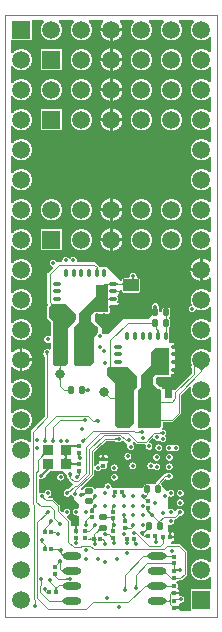
<source format=gbl>
%FSLAX44Y44*%
%MOMM*%
G71*
G01*
G75*
G04 Layer_Physical_Order=6*
G04 Layer_Color=16711680*
G04:AMPARAMS|DCode=10|XSize=0.6mm|YSize=0.5mm|CornerRadius=0.05mm|HoleSize=0mm|Usage=FLASHONLY|Rotation=270.000|XOffset=0mm|YOffset=0mm|HoleType=Round|Shape=RoundedRectangle|*
%AMROUNDEDRECTD10*
21,1,0.6000,0.4000,0,0,270.0*
21,1,0.5000,0.5000,0,0,270.0*
1,1,0.1000,-0.2000,-0.2500*
1,1,0.1000,-0.2000,0.2500*
1,1,0.1000,0.2000,0.2500*
1,1,0.1000,0.2000,-0.2500*
%
%ADD10ROUNDEDRECTD10*%
G04:AMPARAMS|DCode=11|XSize=0.4mm|YSize=0.37mm|CornerRadius=0.037mm|HoleSize=0mm|Usage=FLASHONLY|Rotation=90.000|XOffset=0mm|YOffset=0mm|HoleType=Round|Shape=RoundedRectangle|*
%AMROUNDEDRECTD11*
21,1,0.4000,0.2960,0,0,90.0*
21,1,0.3260,0.3700,0,0,90.0*
1,1,0.0740,0.1480,0.1630*
1,1,0.0740,0.1480,-0.1630*
1,1,0.0740,-0.1480,-0.1630*
1,1,0.0740,-0.1480,0.1630*
%
%ADD11ROUNDEDRECTD11*%
%ADD12R,0.5400X0.7400*%
%ADD13R,0.7400X0.5400*%
G04:AMPARAMS|DCode=14|XSize=0.8mm|YSize=0.8mm|CornerRadius=0.12mm|HoleSize=0mm|Usage=FLASHONLY|Rotation=0.000|XOffset=0mm|YOffset=0mm|HoleType=Round|Shape=RoundedRectangle|*
%AMROUNDEDRECTD14*
21,1,0.8000,0.5600,0,0,0.0*
21,1,0.5600,0.8000,0,0,0.0*
1,1,0.2400,0.2800,-0.2800*
1,1,0.2400,-0.2800,-0.2800*
1,1,0.2400,-0.2800,0.2800*
1,1,0.2400,0.2800,0.2800*
%
%ADD14ROUNDEDRECTD14*%
%ADD15C,0.3500*%
%ADD16O,1.4000X0.6000*%
G04:AMPARAMS|DCode=17|XSize=0.8mm|YSize=0.8mm|CornerRadius=0.12mm|HoleSize=0mm|Usage=FLASHONLY|Rotation=270.000|XOffset=0mm|YOffset=0mm|HoleType=Round|Shape=RoundedRectangle|*
%AMROUNDEDRECTD17*
21,1,0.8000,0.5600,0,0,270.0*
21,1,0.5600,0.8000,0,0,270.0*
1,1,0.2400,-0.2800,-0.2800*
1,1,0.2400,-0.2800,0.2800*
1,1,0.2400,0.2800,0.2800*
1,1,0.2400,0.2800,-0.2800*
%
%ADD17ROUNDEDRECTD17*%
G04:AMPARAMS|DCode=18|XSize=0.6mm|YSize=0.5mm|CornerRadius=0.05mm|HoleSize=0mm|Usage=FLASHONLY|Rotation=180.000|XOffset=0mm|YOffset=0mm|HoleType=Round|Shape=RoundedRectangle|*
%AMROUNDEDRECTD18*
21,1,0.6000,0.4000,0,0,180.0*
21,1,0.5000,0.5000,0,0,180.0*
1,1,0.1000,-0.2500,0.2000*
1,1,0.1000,0.2500,0.2000*
1,1,0.1000,0.2500,-0.2000*
1,1,0.1000,-0.2500,-0.2000*
%
%ADD18ROUNDEDRECTD18*%
%ADD19O,0.8000X1.4700*%
G04:AMPARAMS|DCode=20|XSize=0.95mm|YSize=0.85mm|CornerRadius=0.2125mm|HoleSize=0mm|Usage=FLASHONLY|Rotation=180.000|XOffset=0mm|YOffset=0mm|HoleType=Round|Shape=RoundedRectangle|*
%AMROUNDEDRECTD20*
21,1,0.9500,0.4250,0,0,180.0*
21,1,0.5250,0.8500,0,0,180.0*
1,1,0.4250,-0.2625,0.2125*
1,1,0.4250,0.2625,0.2125*
1,1,0.4250,0.2625,-0.2125*
1,1,0.4250,-0.2625,-0.2125*
%
%ADD20ROUNDEDRECTD20*%
G04:AMPARAMS|DCode=21|XSize=1mm|YSize=0.6mm|CornerRadius=0.15mm|HoleSize=0mm|Usage=FLASHONLY|Rotation=180.000|XOffset=0mm|YOffset=0mm|HoleType=Round|Shape=RoundedRectangle|*
%AMROUNDEDRECTD21*
21,1,1.0000,0.3000,0,0,180.0*
21,1,0.7000,0.6000,0,0,180.0*
1,1,0.3000,-0.3500,0.1500*
1,1,0.3000,0.3500,0.1500*
1,1,0.3000,0.3500,-0.1500*
1,1,0.3000,-0.3500,-0.1500*
%
%ADD21ROUNDEDRECTD21*%
G04:AMPARAMS|DCode=22|XSize=1.45mm|YSize=1.4mm|CornerRadius=0.35mm|HoleSize=0mm|Usage=FLASHONLY|Rotation=0.000|XOffset=0mm|YOffset=0mm|HoleType=Round|Shape=RoundedRectangle|*
%AMROUNDEDRECTD22*
21,1,1.4500,0.7000,0,0,0.0*
21,1,0.7500,1.4000,0,0,0.0*
1,1,0.7000,0.3750,-0.3500*
1,1,0.7000,-0.3750,-0.3500*
1,1,0.7000,-0.3750,0.3500*
1,1,0.7000,0.3750,0.3500*
%
%ADD22ROUNDEDRECTD22*%
G04:AMPARAMS|DCode=23|XSize=0.6mm|YSize=1.25mm|CornerRadius=0.15mm|HoleSize=0mm|Usage=FLASHONLY|Rotation=0.000|XOffset=0mm|YOffset=0mm|HoleType=Round|Shape=RoundedRectangle|*
%AMROUNDEDRECTD23*
21,1,0.6000,0.9500,0,0,0.0*
21,1,0.3000,1.2500,0,0,0.0*
1,1,0.3000,0.1500,-0.4750*
1,1,0.3000,-0.1500,-0.4750*
1,1,0.3000,-0.1500,0.4750*
1,1,0.3000,0.1500,0.4750*
%
%ADD23ROUNDEDRECTD23*%
G04:AMPARAMS|DCode=24|XSize=3.79mm|YSize=1.2mm|CornerRadius=0.3mm|HoleSize=0mm|Usage=FLASHONLY|Rotation=270.000|XOffset=0mm|YOffset=0mm|HoleType=Round|Shape=RoundedRectangle|*
%AMROUNDEDRECTD24*
21,1,3.7900,0.6000,0,0,270.0*
21,1,3.1900,1.2000,0,0,270.0*
1,1,0.6000,-0.3000,-1.5950*
1,1,0.6000,-0.3000,1.5950*
1,1,0.6000,0.3000,1.5950*
1,1,0.6000,0.3000,-1.5950*
%
%ADD24ROUNDEDRECTD24*%
G04:AMPARAMS|DCode=25|XSize=0.76mm|YSize=0.27mm|CornerRadius=0.027mm|HoleSize=0mm|Usage=FLASHONLY|Rotation=180.000|XOffset=0mm|YOffset=0mm|HoleType=Round|Shape=RoundedRectangle|*
%AMROUNDEDRECTD25*
21,1,0.7600,0.2160,0,0,180.0*
21,1,0.7060,0.2700,0,0,180.0*
1,1,0.0540,-0.3530,0.1080*
1,1,0.0540,0.3530,0.1080*
1,1,0.0540,0.3530,-0.1080*
1,1,0.0540,-0.3530,-0.1080*
%
%ADD25ROUNDEDRECTD25*%
G04:AMPARAMS|DCode=26|XSize=0.76mm|YSize=0.27mm|CornerRadius=0.027mm|HoleSize=0mm|Usage=FLASHONLY|Rotation=90.000|XOffset=0mm|YOffset=0mm|HoleType=Round|Shape=RoundedRectangle|*
%AMROUNDEDRECTD26*
21,1,0.7600,0.2160,0,0,90.0*
21,1,0.7060,0.2700,0,0,90.0*
1,1,0.0540,0.1080,0.3530*
1,1,0.0540,0.1080,-0.3530*
1,1,0.0540,-0.1080,-0.3530*
1,1,0.0540,-0.1080,0.3530*
%
%ADD26ROUNDEDRECTD26*%
G04:AMPARAMS|DCode=27|XSize=0.4mm|YSize=0.37mm|CornerRadius=0.037mm|HoleSize=0mm|Usage=FLASHONLY|Rotation=0.000|XOffset=0mm|YOffset=0mm|HoleType=Round|Shape=RoundedRectangle|*
%AMROUNDEDRECTD27*
21,1,0.4000,0.2960,0,0,0.0*
21,1,0.3260,0.3700,0,0,0.0*
1,1,0.0740,0.1630,-0.1480*
1,1,0.0740,-0.1630,-0.1480*
1,1,0.0740,-0.1630,0.1480*
1,1,0.0740,0.1630,0.1480*
%
%ADD27ROUNDEDRECTD27*%
%ADD28C,0.0750*%
%ADD29C,0.0751*%
%ADD30C,0.1000*%
%ADD31C,0.3000*%
%ADD32C,0.1500*%
%ADD33C,0.0100*%
%ADD34C,1.5000*%
%ADD35R,1.5000X1.5000*%
%ADD36R,1.5000X1.5000*%
%ADD37C,0.8000*%
G04:AMPARAMS|DCode=38|XSize=0.3mm|YSize=0.6mm|CornerRadius=0.0495mm|HoleSize=0mm|Usage=FLASHONLY|Rotation=270.000|XOffset=0mm|YOffset=0mm|HoleType=Round|Shape=RoundedRectangle|*
%AMROUNDEDRECTD38*
21,1,0.3000,0.5010,0,0,270.0*
21,1,0.2010,0.6000,0,0,270.0*
1,1,0.0990,-0.2505,-0.1005*
1,1,0.0990,-0.2505,0.1005*
1,1,0.0990,0.2505,0.1005*
1,1,0.0990,0.2505,-0.1005*
%
%ADD38ROUNDEDRECTD38*%
G04:AMPARAMS|DCode=39|XSize=0.3mm|YSize=0.6mm|CornerRadius=0.0495mm|HoleSize=0mm|Usage=FLASHONLY|Rotation=0.000|XOffset=0mm|YOffset=0mm|HoleType=Round|Shape=RoundedRectangle|*
%AMROUNDEDRECTD39*
21,1,0.3000,0.5010,0,0,0.0*
21,1,0.2010,0.6000,0,0,0.0*
1,1,0.0990,0.1005,-0.2505*
1,1,0.0990,-0.1005,-0.2505*
1,1,0.0990,-0.1005,0.2505*
1,1,0.0990,0.1005,0.2505*
%
%ADD39ROUNDEDRECTD39*%
%ADD40R,0.9000X2.2500*%
G04:AMPARAMS|DCode=41|XSize=1.38mm|YSize=1.05mm|CornerRadius=0.105mm|HoleSize=0mm|Usage=FLASHONLY|Rotation=0.000|XOffset=0mm|YOffset=0mm|HoleType=Round|Shape=RoundedRectangle|*
%AMROUNDEDRECTD41*
21,1,1.3800,0.8400,0,0,0.0*
21,1,1.1700,1.0500,0,0,0.0*
1,1,0.2100,0.5850,-0.4200*
1,1,0.2100,-0.5850,-0.4200*
1,1,0.2100,-0.5850,0.4200*
1,1,0.2100,0.5850,0.4200*
%
%ADD41ROUNDEDRECTD41*%
G04:AMPARAMS|DCode=42|XSize=1.38mm|YSize=1.05mm|CornerRadius=0.105mm|HoleSize=0mm|Usage=FLASHONLY|Rotation=270.000|XOffset=0mm|YOffset=0mm|HoleType=Round|Shape=RoundedRectangle|*
%AMROUNDEDRECTD42*
21,1,1.3800,0.8400,0,0,270.0*
21,1,1.1700,1.0500,0,0,270.0*
1,1,0.2100,-0.4200,-0.5850*
1,1,0.2100,-0.4200,0.5850*
1,1,0.2100,0.4200,0.5850*
1,1,0.2100,0.4200,-0.5850*
%
%ADD42ROUNDEDRECTD42*%
G04:AMPARAMS|DCode=43|XSize=0.9mm|YSize=0.8mm|CornerRadius=0.08mm|HoleSize=0mm|Usage=FLASHONLY|Rotation=180.000|XOffset=0mm|YOffset=0mm|HoleType=Round|Shape=RoundedRectangle|*
%AMROUNDEDRECTD43*
21,1,0.9000,0.6400,0,0,180.0*
21,1,0.7400,0.8000,0,0,180.0*
1,1,0.1600,-0.3700,0.3200*
1,1,0.1600,0.3700,0.3200*
1,1,0.1600,0.3700,-0.3200*
1,1,0.1600,-0.3700,-0.3200*
%
%ADD43ROUNDEDRECTD43*%
%ADD44O,1.6000X0.6000*%
%ADD45C,0.2000*%
G36*
X44817Y80725D02*
X44934Y80645D01*
X45065Y80573D01*
X45211Y80512D01*
X45370Y80461D01*
X45544Y80419D01*
X45732Y80387D01*
X45935Y80365D01*
X46382Y80350D01*
X44650Y78618D01*
X44648Y78848D01*
X44613Y79268D01*
X44581Y79456D01*
X44539Y79630D01*
X44488Y79789D01*
X44427Y79935D01*
X44355Y80066D01*
X44275Y80183D01*
X44184Y80286D01*
X44714Y80816D01*
X44817Y80725D01*
D02*
G37*
G36*
X91879Y81625D02*
X91815Y81602D01*
X91759Y81563D01*
X91710Y81508D01*
X91669Y81438D01*
X91635Y81352D01*
X91609Y81250D01*
X91590Y81133D01*
X91579Y81001D01*
X91575Y80875D01*
X91584Y80730D01*
X91611Y80589D01*
X91657Y80460D01*
X91721Y80345D01*
X91804Y80243D01*
X91905Y80153D01*
X92024Y80077D01*
X92161Y80013D01*
X92317Y79963D01*
X92491Y79926D01*
X90510Y78656D01*
X90570Y78883D01*
X90812Y80102D01*
X90822Y80224D01*
X90825Y80332D01*
X91531Y80852D01*
X90825D01*
X90821Y81001D01*
X90810Y81133D01*
X90791Y81250D01*
X90765Y81352D01*
X90731Y81438D01*
X90690Y81508D01*
X90641Y81563D01*
X90585Y81602D01*
X90521Y81625D01*
X90450Y81633D01*
X91950D01*
X91879Y81625D01*
D02*
G37*
G36*
X68707Y80774D02*
X68729Y80623D01*
X68765Y80472D01*
X68816Y80323D01*
X68881Y80174D01*
X68961Y80027D01*
X69055Y79881D01*
X69164Y79736D01*
X69287Y79592D01*
X69425Y79450D01*
X66975D01*
X67113Y79592D01*
X67236Y79736D01*
X67345Y79881D01*
X67439Y80027D01*
X67519Y80174D01*
X67584Y80323D01*
X67635Y80472D01*
X67671Y80623D01*
X67693Y80774D01*
X67700Y80927D01*
X68700D01*
X68707Y80774D01*
D02*
G37*
G36*
X76082Y76350D02*
X75851Y76348D01*
X75432Y76313D01*
X75244Y76281D01*
X75070Y76239D01*
X74910Y76188D01*
X74765Y76126D01*
X74634Y76055D01*
X74517Y75974D01*
X74414Y75884D01*
X73884Y76414D01*
X73974Y76517D01*
X74055Y76634D01*
X74127Y76765D01*
X74188Y76911D01*
X74239Y77070D01*
X74281Y77244D01*
X74313Y77432D01*
X74335Y77635D01*
X74350Y78082D01*
X76082Y76350D01*
D02*
G37*
G36*
X91626Y76547D02*
X91544Y76569D01*
X91461Y76580D01*
X91377Y76578D01*
X91293Y76565D01*
X91207Y76540D01*
X91121Y76502D01*
X91033Y76453D01*
X90945Y76392D01*
X90855Y76319D01*
X90765Y76235D01*
X90235Y76765D01*
X90319Y76855D01*
X90392Y76945D01*
X90453Y77033D01*
X90502Y77120D01*
X90539Y77207D01*
X90565Y77293D01*
X90578Y77378D01*
X90580Y77461D01*
X90569Y77544D01*
X90547Y77626D01*
X91626Y76547D01*
D02*
G37*
G36*
X38782Y79050D02*
X38551Y79047D01*
X38132Y79013D01*
X37944Y78981D01*
X37770Y78939D01*
X37610Y78888D01*
X37465Y78826D01*
X37334Y78755D01*
X37217Y78674D01*
X37114Y78584D01*
X36583Y79114D01*
X36674Y79217D01*
X36755Y79334D01*
X36826Y79465D01*
X36888Y79611D01*
X36939Y79770D01*
X36981Y79944D01*
X37013Y80132D01*
X37035Y80335D01*
X37050Y80782D01*
X38782Y79050D01*
D02*
G37*
G36*
X89233Y83750D02*
X89229Y83821D01*
X89208Y83885D01*
X89171Y83941D01*
X89118Y83990D01*
X89048Y84031D01*
X88961Y84065D01*
X88859Y84091D01*
X88740Y84110D01*
X88604Y84121D01*
X88452Y84125D01*
Y84875D01*
X88592Y84878D01*
X88835Y84903D01*
X88939Y84925D01*
X89030Y84954D01*
X89110Y84988D01*
X89178Y85029D01*
X89234Y85076D01*
X89278Y85130D01*
X89310Y85190D01*
X89233Y83750D01*
D02*
G37*
G36*
X101495Y84909D02*
X101436Y84822D01*
X101393Y84735D01*
X101367Y84650D01*
X101357Y84565D01*
X101364Y84481D01*
X101386Y84398D01*
X101426Y84316D01*
X101481Y84234D01*
X101553Y84153D01*
X100498Y83794D01*
X100378Y83913D01*
X99809Y84413D01*
X99702Y84495D01*
X99393Y84703D01*
X101571Y84997D01*
X101495Y84909D01*
D02*
G37*
G36*
X125060Y86148D02*
X125091Y86080D01*
X125143Y85995D01*
X125216Y85894D01*
X125423Y85643D01*
X125465Y85597D01*
X126050Y86182D01*
X126052Y85952D01*
X126087Y85532D01*
X126119Y85344D01*
X126160Y85170D01*
X126212Y85010D01*
X126273Y84865D01*
X126344Y84734D01*
X126426Y84617D01*
X126516Y84514D01*
X125986Y83984D01*
X125883Y84074D01*
X125766Y84155D01*
X125635Y84227D01*
X125489Y84288D01*
X125330Y84339D01*
X125156Y84381D01*
X124967Y84413D01*
X124765Y84435D01*
X124317Y84450D01*
X124888Y85021D01*
X124505Y85357D01*
X124420Y85408D01*
X124352Y85440D01*
X124299Y85450D01*
X125050Y86201D01*
X125060Y86148D01*
D02*
G37*
G36*
X130578Y80763D02*
X130588Y80640D01*
X130603Y80532D01*
X130626Y80438D01*
X130654Y80358D01*
X130689Y80293D01*
X130730Y80243D01*
X130778Y80206D01*
X130831Y80185D01*
X130892Y80178D01*
X129508D01*
X129568Y80185D01*
X129622Y80206D01*
X129670Y80243D01*
X129711Y80293D01*
X129746Y80358D01*
X129774Y80438D01*
X129796Y80532D01*
X129812Y80640D01*
X129822Y80763D01*
X129825Y80900D01*
X130575D01*
X130578Y80763D01*
D02*
G37*
G36*
X101705Y83602D02*
X101720Y83426D01*
X101745Y83272D01*
X101780Y83138D01*
X101825Y83025D01*
X101880Y82932D01*
X101945Y82860D01*
X102020Y82808D01*
X102105Y82777D01*
X102200Y82767D01*
X100200D01*
X100295Y82777D01*
X100380Y82808D01*
X100455Y82860D01*
X100520Y82932D01*
X100575Y83025D01*
X100620Y83138D01*
X100655Y83272D01*
X100680Y83426D01*
X100695Y83602D01*
X100700Y83797D01*
X101700D01*
X101705Y83602D01*
D02*
G37*
G36*
X85385Y85179D02*
X85409Y85115D01*
X85448Y85059D01*
X85502Y85010D01*
X85573Y84969D01*
X85659Y84935D01*
X85760Y84909D01*
X85877Y84890D01*
X86010Y84879D01*
X86158Y84875D01*
Y84125D01*
X86010Y84121D01*
X85877Y84110D01*
X85760Y84091D01*
X85659Y84065D01*
X85573Y84031D01*
X85502Y83990D01*
X85448Y83941D01*
X85409Y83885D01*
X85385Y83821D01*
X85378Y83750D01*
Y85250D01*
X85385Y85179D01*
D02*
G37*
G36*
X108849Y76538D02*
X108596Y76452D01*
X107774Y76124D01*
X107617Y76046D01*
X107360Y75894D01*
X107260Y75821D01*
X107179Y75749D01*
X106462Y76093D01*
X106561Y76204D01*
X106641Y76325D01*
X106704Y76455D01*
X106750Y76594D01*
X106777Y76742D01*
X106787Y76899D01*
X106779Y77065D01*
X106754Y77240D01*
X106711Y77425D01*
X106650Y77618D01*
X108849Y76538D01*
D02*
G37*
G36*
X118382Y72275D02*
X118279Y72162D01*
X118187Y72039D01*
X118106Y71907D01*
X118036Y71765D01*
X117978Y71614D01*
X117930Y71454D01*
X117893Y71284D01*
X117868Y71105D01*
X117853Y70916D01*
X117850Y70718D01*
X116117Y72450D01*
X116316Y72453D01*
X116505Y72468D01*
X116684Y72494D01*
X116854Y72530D01*
X117014Y72578D01*
X117165Y72637D01*
X117307Y72706D01*
X117439Y72787D01*
X117562Y72879D01*
X117675Y72982D01*
X118382Y72275D01*
D02*
G37*
G36*
X40775Y72179D02*
X40798Y72115D01*
X40837Y72059D01*
X40892Y72010D01*
X40962Y71969D01*
X41048Y71935D01*
X41149Y71909D01*
X41266Y71890D01*
X41399Y71879D01*
X41547Y71875D01*
Y71125D01*
X41399Y71121D01*
X41266Y71110D01*
X41149Y71091D01*
X41048Y71065D01*
X40962Y71031D01*
X40892Y70990D01*
X40837Y70941D01*
X40798Y70885D01*
X40775Y70821D01*
X40767Y70750D01*
Y72250D01*
X40775Y72179D01*
D02*
G37*
G36*
X69675Y73329D02*
X69698Y73265D01*
X69737Y73209D01*
X69792Y73160D01*
X69862Y73119D01*
X69948Y73085D01*
X70049Y73059D01*
X70166Y73040D01*
X70299Y73029D01*
X70447Y73025D01*
Y72275D01*
X70299Y72271D01*
X70166Y72260D01*
X70049Y72241D01*
X69948Y72215D01*
X69862Y72181D01*
X69792Y72140D01*
X69737Y72091D01*
X69698Y72035D01*
X69675Y71971D01*
X69667Y71900D01*
Y73400D01*
X69675Y73329D01*
D02*
G37*
G36*
X85621Y71003D02*
X85762Y70850D01*
X85902Y70716D01*
X86043Y70599D01*
X86183Y70500D01*
X86325Y70419D01*
X86466Y70356D01*
X86607Y70311D01*
X86749Y70284D01*
X86891Y70275D01*
X86803Y69525D01*
X86673Y69517D01*
X86536Y69494D01*
X86393Y69454D01*
X86243Y69399D01*
X86086Y69329D01*
X85923Y69243D01*
X85752Y69140D01*
X85392Y68889D01*
X85202Y68740D01*
X85482Y71174D01*
X85621Y71003D01*
D02*
G37*
G36*
X110333Y72167D02*
X110948Y71415D01*
X111240Y71099D01*
X111557Y70774D01*
X111218Y70052D01*
X111101Y70157D01*
X110983Y70238D01*
X110864Y70296D01*
X110745Y70331D01*
X110625Y70341D01*
X110504Y70328D01*
X110383Y70292D01*
X110261Y70232D01*
X110138Y70148D01*
X110015Y70040D01*
X110229Y72310D01*
X110333Y72167D01*
D02*
G37*
G36*
X42625Y71709D02*
X42682Y71661D01*
X42736Y71623D01*
X42788Y71594D01*
X42837Y71575D01*
X42883Y71564D01*
X42927Y71562D01*
X42968Y71570D01*
X43006Y71586D01*
X43042Y71612D01*
X42469Y70560D01*
X42471Y70605D01*
X42462Y70654D01*
X42443Y70709D01*
X42415Y70768D01*
X42376Y70833D01*
X42328Y70903D01*
X42270Y70978D01*
X42123Y71144D01*
X42035Y71235D01*
X42565Y71765D01*
X42625Y71709D01*
D02*
G37*
G36*
X59979Y75099D02*
X59990Y74966D01*
X60009Y74849D01*
X60035Y74748D01*
X60069Y74662D01*
X60110Y74592D01*
X60159Y74537D01*
X60215Y74498D01*
X60279Y74475D01*
X60350Y74467D01*
X58850D01*
X58921Y74475D01*
X58985Y74498D01*
X59041Y74537D01*
X59090Y74592D01*
X59131Y74662D01*
X59165Y74748D01*
X59191Y74849D01*
X59210Y74966D01*
X59221Y75099D01*
X59225Y75247D01*
X59975D01*
X59979Y75099D01*
D02*
G37*
G36*
X103175Y75929D02*
X103198Y75865D01*
X103237Y75809D01*
X103292Y75760D01*
X103362Y75719D01*
X103448Y75685D01*
X103549Y75659D01*
X103666Y75640D01*
X103799Y75629D01*
X103947Y75625D01*
Y74875D01*
X103799Y74871D01*
X103666Y74860D01*
X103549Y74841D01*
X103448Y74815D01*
X103362Y74781D01*
X103292Y74740D01*
X103237Y74691D01*
X103198Y74635D01*
X103175Y74571D01*
X103167Y74500D01*
Y76000D01*
X103175Y75929D01*
D02*
G37*
G36*
X90879Y75299D02*
X90890Y75166D01*
X90909Y75049D01*
X90935Y74947D01*
X90969Y74861D01*
X91010Y74791D01*
X91059Y74736D01*
X91115Y74698D01*
X91179Y74674D01*
X91250Y74667D01*
X89761Y74661D01*
X89831Y74669D01*
X89892Y74693D01*
X89947Y74732D01*
X89994Y74787D01*
X90034Y74858D01*
X90067Y74945D01*
X90092Y75047D01*
X90110Y75165D01*
X90121Y75298D01*
X90125Y75447D01*
X90875D01*
X90879Y75299D01*
D02*
G37*
G36*
X79541Y73141D02*
X79501Y73213D01*
X79451Y73264D01*
X79391Y73293D01*
X79320Y73300D01*
X79240Y73284D01*
X79149Y73247D01*
X79048Y73188D01*
X78937Y73106D01*
X78816Y73003D01*
X78685Y72877D01*
Y74292D01*
X78830Y74444D01*
X79073Y74741D01*
X79171Y74886D01*
X79253Y75029D01*
X79318Y75169D01*
X79368Y75307D01*
X79402Y75442D01*
X79420Y75575D01*
X79422Y75706D01*
X79541Y73141D01*
D02*
G37*
G36*
X33629Y74099D02*
X33640Y73966D01*
X33659Y73849D01*
X33685Y73748D01*
X33719Y73662D01*
X33760Y73592D01*
X33809Y73537D01*
X33865Y73498D01*
X33929Y73475D01*
X34000Y73467D01*
X32500D01*
X32571Y73475D01*
X32635Y73498D01*
X32691Y73537D01*
X32740Y73592D01*
X32781Y73662D01*
X32815Y73748D01*
X32841Y73849D01*
X32860Y73966D01*
X32871Y74099D01*
X32875Y74247D01*
X33625D01*
X33629Y74099D01*
D02*
G37*
G36*
X121006Y74222D02*
X120922Y74267D01*
X120825Y74285D01*
X120716Y74277D01*
X120594Y74243D01*
X120459Y74183D01*
X120311Y74096D01*
X120150Y73982D01*
X119977Y73843D01*
X119592Y73485D01*
X118685Y73993D01*
X118894Y74209D01*
X119223Y74592D01*
X119342Y74759D01*
X119431Y74908D01*
X119490Y75041D01*
X119518Y75157D01*
X119516Y75257D01*
X119484Y75340D01*
X119422Y75406D01*
X121006Y74222D01*
D02*
G37*
G36*
X123099Y88468D02*
X123230Y88358D01*
X123360Y88261D01*
X123491Y88177D01*
X123622Y88107D01*
X123753Y88049D01*
X123885Y88005D01*
X124017Y87973D01*
X124150Y87955D01*
X124282Y87950D01*
X122550Y86217D01*
X122545Y86350D01*
X122527Y86483D01*
X122495Y86615D01*
X122451Y86747D01*
X122393Y86878D01*
X122323Y87009D01*
X122239Y87140D01*
X122142Y87270D01*
X122032Y87401D01*
X121909Y87530D01*
X122970Y88591D01*
X123099Y88468D01*
D02*
G37*
G36*
X54566Y106236D02*
X54475Y106133D01*
X54395Y106016D01*
X54323Y105885D01*
X54262Y105739D01*
X54211Y105580D01*
X54169Y105406D01*
X54137Y105218D01*
X54115Y105015D01*
X54100Y104567D01*
X52368Y106300D01*
X52598Y106302D01*
X53018Y106337D01*
X53206Y106369D01*
X53380Y106411D01*
X53539Y106462D01*
X53685Y106524D01*
X53816Y106595D01*
X53933Y106676D01*
X54036Y106766D01*
X54566Y106236D01*
D02*
G37*
G36*
X59584Y106423D02*
X59609Y106283D01*
X59651Y106139D01*
X59711Y105993D01*
X59788Y105844D01*
X59881Y105691D01*
X59991Y105536D01*
X60119Y105377D01*
X60425Y105050D01*
X57975D01*
X58137Y105215D01*
X58408Y105536D01*
X58519Y105691D01*
X58612Y105844D01*
X58689Y105993D01*
X58748Y106139D01*
X58791Y106283D01*
X58816Y106423D01*
X58825Y106559D01*
X59575D01*
X59584Y106423D01*
D02*
G37*
G36*
X129679Y111810D02*
X129690Y111677D01*
X129709Y111560D01*
X129735Y111459D01*
X129769Y111373D01*
X129810Y111302D01*
X129859Y111248D01*
X129915Y111209D01*
X129979Y111185D01*
X130050Y111178D01*
X128550D01*
X128621Y111185D01*
X128685Y111209D01*
X128741Y111248D01*
X128790Y111302D01*
X128831Y111373D01*
X128865Y111459D01*
X128891Y111560D01*
X128910Y111677D01*
X128921Y111810D01*
X128925Y111958D01*
X129675D01*
X129679Y111810D01*
D02*
G37*
G36*
X67974Y104277D02*
X67948Y104382D01*
X67904Y104455D01*
X67843Y104497D01*
X67763Y104508D01*
X67667Y104487D01*
X67552Y104435D01*
X67420Y104351D01*
X67270Y104236D01*
X67103Y104089D01*
X66918Y103911D01*
X66884Y105292D01*
X67040Y105454D01*
X67297Y105765D01*
X67398Y105913D01*
X67481Y106057D01*
X67545Y106196D01*
X67592Y106330D01*
X67620Y106460D01*
X67630Y106585D01*
X67622Y106706D01*
X67974Y104277D01*
D02*
G37*
G36*
X121117Y105213D02*
X121051Y105185D01*
X120992Y105139D01*
X120941Y105075D01*
X120898Y104992D01*
X120863Y104890D01*
X120835Y104770D01*
X120816Y104632D01*
X120804Y104475D01*
X120800Y104300D01*
X119800D01*
X119796Y104475D01*
X119784Y104632D01*
X119765Y104770D01*
X119737Y104890D01*
X119702Y104992D01*
X119659Y105075D01*
X119608Y105139D01*
X119549Y105185D01*
X119483Y105213D01*
X119408Y105222D01*
X121192D01*
X121117Y105213D01*
D02*
G37*
G36*
X66899Y103892D02*
X66733Y103723D01*
X66161Y103065D01*
X66041Y102904D01*
X65732Y102434D01*
X65646Y102281D01*
X65034Y104580D01*
X65173Y104502D01*
X65310Y104445D01*
X65445Y104410D01*
X65578Y104395D01*
X65710Y104401D01*
X65839Y104429D01*
X65967Y104477D01*
X66093Y104546D01*
X66218Y104636D01*
X66340Y104747D01*
X66899Y103892D01*
D02*
G37*
G36*
X32916Y120855D02*
X32793Y120726D01*
X32682Y120596D01*
X32584Y120466D01*
X32499Y120335D01*
X32426Y120205D01*
X32366Y120074D01*
X32318Y119943D01*
X32282Y119811D01*
X32260Y119679D01*
X32249Y119547D01*
X30588Y121348D01*
X30721Y121348D01*
X30854Y121362D01*
X30986Y121389D01*
X31118Y121430D01*
X31249Y121485D01*
X31381Y121553D01*
X31512Y121635D01*
X31642Y121731D01*
X31773Y121840D01*
X31902Y121963D01*
X32916Y120855D01*
D02*
G37*
G36*
X62365Y119735D02*
X62270Y119632D01*
X62189Y119527D01*
X62120Y119419D01*
X62064Y119309D01*
X62022Y119196D01*
X61993Y119081D01*
X61976Y118963D01*
X61973Y118842D01*
X61982Y118719D01*
X62005Y118593D01*
X60693Y119905D01*
X60818Y119883D01*
X60942Y119873D01*
X61062Y119876D01*
X61181Y119893D01*
X61296Y119922D01*
X61409Y119965D01*
X61519Y120020D01*
X61627Y120089D01*
X61732Y120170D01*
X61835Y120265D01*
X62365Y119735D01*
D02*
G37*
G36*
X62779Y122025D02*
X62715Y122002D01*
X62659Y121963D01*
X62610Y121908D01*
X62569Y121838D01*
X62535Y121752D01*
X62509Y121650D01*
X62490Y121533D01*
X62479Y121401D01*
X62475Y121252D01*
X61725D01*
X61721Y121401D01*
X61710Y121533D01*
X61691Y121650D01*
X61665Y121752D01*
X61631Y121838D01*
X61590Y121908D01*
X61541Y121963D01*
X61485Y122002D01*
X61421Y122025D01*
X61350Y122033D01*
X62850D01*
X62779Y122025D01*
D02*
G37*
G36*
X51934Y120062D02*
X51925Y120046D01*
X51920Y120026D01*
X51911Y120008D01*
X51865Y119837D01*
X51817Y119667D01*
X51815Y119647D01*
X51810Y119628D01*
X51798Y119451D01*
X51783Y119275D01*
X51786Y119255D01*
X51784Y119235D01*
X51808Y119059D01*
X51828Y118883D01*
X51834Y118864D01*
X51836Y118844D01*
X51894Y118676D01*
X51947Y118508D01*
X51957Y118490D01*
X51964Y118471D01*
X52053Y118317D01*
X52138Y118163D01*
X52151Y118148D01*
X52161Y118130D01*
X52278Y117997D01*
X52392Y117862D01*
X52408Y117849D01*
X52421Y117834D01*
X52562Y117727D01*
X52701Y117616D01*
X52765Y117575D01*
X52771Y117529D01*
X52779Y117507D01*
X52783Y117483D01*
X52844Y117321D01*
X52901Y117157D01*
X52913Y117136D01*
X52921Y117114D01*
X53012Y116967D01*
X53100Y116817D01*
X53116Y116800D01*
X53128Y116779D01*
X53247Y116652D01*
X53362Y116523D01*
X53381Y116509D01*
X53397Y116491D01*
X53538Y116390D01*
X53676Y116286D01*
X53698Y116275D01*
X53717Y116261D01*
X53822Y116214D01*
X56667Y113368D01*
X56698Y113343D01*
X56752Y113271D01*
X56950Y112256D01*
X56949Y111931D01*
X56893Y111758D01*
X53898Y108763D01*
X53766Y108758D01*
X53706Y108743D01*
X53644Y108737D01*
X53514Y108698D01*
X53383Y108667D01*
X53326Y108641D01*
X53267Y108623D01*
X53148Y108559D01*
X53025Y108503D01*
X52974Y108467D01*
X52920Y108437D01*
X52815Y108352D01*
X52796Y108338D01*
X52767Y108333D01*
X52505Y108311D01*
X52346Y108309D01*
X52160Y108289D01*
X51975Y108271D01*
X51965Y108268D01*
X51954Y108267D01*
X51776Y108210D01*
X51598Y108157D01*
X51589Y108151D01*
X51578Y108148D01*
X51416Y108059D01*
X51251Y107971D01*
X51242Y107964D01*
X51233Y107959D01*
X51091Y107839D01*
X50946Y107721D01*
X50939Y107712D01*
X50931Y107705D01*
X50815Y107560D01*
X50697Y107416D01*
X50691Y107407D01*
X50684Y107398D01*
X50599Y107233D01*
X50511Y107069D01*
X50508Y107058D01*
X50503Y107049D01*
X50450Y106870D01*
X50396Y106692D01*
X50395Y106681D01*
X50392Y106671D01*
X50388Y106622D01*
X50328Y106572D01*
X50037Y106230D01*
X49803Y105848D01*
X49631Y105433D01*
X49526Y104997D01*
X49491Y104550D01*
X49526Y104103D01*
X49631Y103667D01*
X49803Y103252D01*
X50037Y102870D01*
X50328Y102528D01*
X50670Y102237D01*
X51052Y102003D01*
X51467Y101831D01*
X51903Y101726D01*
X52350Y101691D01*
X52797Y101726D01*
X53233Y101831D01*
X53648Y102003D01*
X54030Y102237D01*
X54372Y102528D01*
X54419Y102584D01*
X54426Y102584D01*
X54459Y102593D01*
X54492Y102596D01*
X54648Y102644D01*
X54807Y102686D01*
X54837Y102701D01*
X54869Y102711D01*
X55013Y102788D01*
X55160Y102860D01*
X55187Y102881D01*
X55216Y102896D01*
X55704Y102904D01*
X55712Y102903D01*
X56233Y102766D01*
X56504Y102621D01*
X56648Y102514D01*
X56653Y102502D01*
X56887Y102120D01*
X57179Y101779D01*
X57520Y101487D01*
X57902Y101253D01*
X58300Y101088D01*
Y99600D01*
X62029Y95871D01*
Y92476D01*
X61619Y92061D01*
X60759Y91597D01*
X60647Y91623D01*
X60200Y91659D01*
X59753Y91623D01*
X59317Y91519D01*
X58902Y91347D01*
X58520Y91113D01*
X58178Y90821D01*
X57887Y90480D01*
X57653Y90098D01*
X57481Y89683D01*
X57376Y89247D01*
X57341Y88800D01*
X57376Y88353D01*
X57481Y87916D01*
X57653Y87502D01*
X57887Y87120D01*
X58178Y86778D01*
X58520Y86487D01*
X58902Y86253D01*
X59317Y86081D01*
X59753Y85976D01*
X60200Y85941D01*
X60647Y85976D01*
X60759Y86003D01*
X61619Y85538D01*
X62029Y85124D01*
Y78162D01*
X61619Y77062D01*
X60928Y77062D01*
X58955D01*
X60907Y76603D01*
X60730Y76489D01*
X60571Y76371D01*
X60431Y76249D01*
X60310Y76124D01*
X60208Y75995D01*
X60124Y75863D01*
X60059Y75728D01*
X60012Y75589D01*
X59984Y75446D01*
X59975Y75300D01*
X59225Y75481D01*
X59218Y75601D01*
X59197Y75732D01*
X59162Y75873D01*
X59112Y76025D01*
X59049Y76188D01*
X58880Y76546D01*
X58775Y76741D01*
X58583Y77062D01*
X55284D01*
Y77416D01*
Y80900D01*
X55248Y81268D01*
X55141Y81621D01*
X54967Y81947D01*
X54732Y82232D01*
X52285Y84680D01*
X52563Y85676D01*
X52758Y86003D01*
X53083Y86081D01*
X53498Y86253D01*
X53880Y86487D01*
X54221Y86778D01*
X54513Y87120D01*
X54747Y87502D01*
X54919Y87916D01*
X55023Y88353D01*
X55059Y88800D01*
X55023Y89247D01*
X54919Y89683D01*
X54747Y90098D01*
X54513Y90480D01*
X54221Y90821D01*
X53880Y91113D01*
X53498Y91347D01*
X53083Y91519D01*
X52647Y91623D01*
X52200Y91659D01*
X51753Y91623D01*
X51316Y91519D01*
X50902Y91347D01*
X50520Y91113D01*
X50178Y90821D01*
X49887Y90480D01*
X49653Y90098D01*
X49481Y89683D01*
X49403Y89358D01*
X49076Y89163D01*
X48080Y88885D01*
X46284Y90680D01*
Y93500D01*
X46248Y93867D01*
X46141Y94221D01*
X45967Y94546D01*
X45732Y94832D01*
X40532Y100032D01*
X40247Y100266D01*
X39921Y100441D01*
X39567Y100548D01*
X39200Y100584D01*
X36412D01*
X36362Y101854D01*
X36647Y101876D01*
X37083Y101981D01*
X37498Y102153D01*
X37880Y102387D01*
X38221Y102678D01*
X38513Y103020D01*
X38747Y103402D01*
X38919Y103817D01*
X39024Y104253D01*
X39059Y104700D01*
X39024Y105147D01*
X38919Y105583D01*
X38747Y105998D01*
X38513Y106380D01*
X38221Y106721D01*
X37880Y107013D01*
X37498Y107247D01*
X37083Y107419D01*
X36647Y107524D01*
X36200Y107559D01*
X35753Y107524D01*
X35317Y107419D01*
X34902Y107247D01*
X34520Y107013D01*
X34179Y106721D01*
X33887Y106380D01*
X33653Y105998D01*
X33481Y105583D01*
X33450Y105454D01*
X33137Y105183D01*
X32770Y105005D01*
X32098Y104847D01*
X31683Y105019D01*
X31247Y105124D01*
X30800Y105159D01*
X30352Y105124D01*
X29916Y105019D01*
X29502Y104847D01*
X29454Y104818D01*
X28488Y105201D01*
X28184Y105484D01*
Y116187D01*
X28709Y116633D01*
X29454Y116948D01*
X29617Y116881D01*
X30053Y116776D01*
X30500Y116741D01*
X30947Y116776D01*
X31383Y116881D01*
X31798Y117053D01*
X32180Y117287D01*
X32490Y117552D01*
X32524Y117559D01*
X32561Y117562D01*
X32715Y117601D01*
X32872Y117636D01*
X32906Y117651D01*
X32943Y117661D01*
X33086Y117730D01*
X33233Y117794D01*
X33263Y117816D01*
X33297Y117832D01*
X33425Y117928D01*
X33556Y118020D01*
X33582Y118047D01*
X33612Y118069D01*
X33718Y118189D01*
X33828Y118304D01*
X33849Y118336D01*
X33874Y118364D01*
X33955Y118502D01*
X34041Y118636D01*
X34054Y118671D01*
X34073Y118703D01*
X34126Y118854D01*
X34184Y119003D01*
X34190Y119040D01*
X34203Y119075D01*
X34225Y119233D01*
X34241Y119325D01*
X34251Y119339D01*
X34287Y119381D01*
X34372Y119470D01*
X34450Y119571D01*
X34535Y119665D01*
X34571Y119726D01*
X34614Y119781D01*
X34671Y119895D01*
X34736Y120004D01*
X34760Y120070D01*
X34791Y120133D01*
X34825Y120255D01*
X34867Y120375D01*
X34877Y120445D01*
X34896Y120513D01*
X34905Y120639D01*
X34918Y120726D01*
X37696Y123504D01*
X37696Y123504D01*
X37778Y123600D01*
X48396D01*
X51934Y120062D01*
D02*
G37*
G36*
X137650Y117875D02*
X137485Y118036D01*
X137164Y118308D01*
X137009Y118419D01*
X136856Y118512D01*
X136707Y118589D01*
X136560Y118648D01*
X136417Y118691D01*
X136277Y118716D01*
X136140Y118725D01*
Y119475D01*
X136277Y119483D01*
X136417Y119509D01*
X136560Y119551D01*
X136707Y119611D01*
X136856Y119687D01*
X137009Y119781D01*
X137164Y119891D01*
X137323Y120019D01*
X137650Y120325D01*
Y117875D01*
D02*
G37*
G36*
X56045Y119647D02*
X55728Y119061D01*
X55651Y118888D01*
X55538Y118573D01*
X55503Y118431D01*
X55482Y118301D01*
X55475Y118181D01*
X54725Y118000D01*
X54715Y118146D01*
X54688Y118288D01*
X54641Y118427D01*
X54576Y118563D01*
X54492Y118695D01*
X54389Y118824D01*
X54268Y118949D01*
X54128Y119070D01*
X53970Y119188D01*
X53793Y119303D01*
X56178Y119863D01*
X56045Y119647D01*
D02*
G37*
G36*
X92284Y104854D02*
X92312Y104711D01*
X92359Y104572D01*
X92424Y104437D01*
X92508Y104305D01*
X92610Y104176D01*
X92732Y104051D01*
X92871Y103930D01*
X93030Y103811D01*
X93207Y103697D01*
X92285Y103480D01*
X92279Y103401D01*
X92275Y103252D01*
X91525D01*
X91524Y103301D01*
X90822Y103137D01*
X90955Y103353D01*
X91272Y103939D01*
X91300Y104002D01*
X91292Y104007D01*
X91231Y104031D01*
X91162Y104039D01*
X91316Y104038D01*
X91349Y104112D01*
X91462Y104427D01*
X91497Y104569D01*
X91518Y104699D01*
X91525Y104819D01*
X92275Y105000D01*
X92284Y104854D01*
D02*
G37*
G36*
X90679Y91599D02*
X90690Y91466D01*
X90709Y91349D01*
X90735Y91247D01*
X90769Y91161D01*
X90810Y91091D01*
X90859Y91037D01*
X90915Y90998D01*
X90979Y90974D01*
X91050Y90967D01*
X89562Y90961D01*
X89631Y90969D01*
X89692Y90993D01*
X89747Y91032D01*
X89794Y91087D01*
X89834Y91158D01*
X89867Y91245D01*
X89892Y91347D01*
X89910Y91465D01*
X89921Y91598D01*
X89925Y91747D01*
X90675D01*
X90679Y91599D01*
D02*
G37*
G36*
X76182Y92450D02*
X75984Y92447D01*
X75795Y92432D01*
X75616Y92407D01*
X75446Y92370D01*
X75286Y92322D01*
X75135Y92263D01*
X74993Y92194D01*
X74861Y92113D01*
X74838Y92096D01*
X74768Y91996D01*
X74714Y91891D01*
X74689Y91801D01*
X74695Y91727D01*
X74731Y91669D01*
X74796Y91626D01*
X74892Y91599D01*
X75017Y91587D01*
X72283Y91667D01*
X72416Y91671D01*
X72550Y91690D01*
X72686Y91725D01*
X72825Y91776D01*
X72965Y91842D01*
X73108Y91923D01*
X73252Y92020D01*
X73398Y92133D01*
X73547Y92261D01*
X73697Y92404D01*
X74139D01*
X73918Y92625D01*
X74021Y92738D01*
X74113Y92861D01*
X74194Y92993D01*
X74263Y93135D01*
X74322Y93286D01*
X74370Y93446D01*
X74406Y93616D01*
X74432Y93795D01*
X74447Y93984D01*
X74450Y94183D01*
X76182Y92450D01*
D02*
G37*
G36*
X92147Y92457D02*
X91939Y92469D01*
X91742Y92470D01*
X91557Y92458D01*
X91382Y92434D01*
X91218Y92398D01*
X91066Y92350D01*
X90924Y92289D01*
X90793Y92217D01*
X90674Y92132D01*
X90565Y92035D01*
X90046Y92576D01*
X90143Y92684D01*
X90230Y92804D01*
X90306Y92936D01*
X90372Y93080D01*
X90428Y93235D01*
X90473Y93402D01*
X90508Y93581D01*
X90532Y93771D01*
X90546Y93974D01*
X90550Y94188D01*
X92147Y92457D01*
D02*
G37*
G36*
X147688Y87026D02*
X147489Y87080D01*
X147300Y87117D01*
X147120Y87138D01*
X146951Y87141D01*
X146791Y87128D01*
X146641Y87097D01*
X146500Y87050D01*
X146370Y86986D01*
X146249Y86905D01*
X146138Y86808D01*
X145769Y87499D01*
X145844Y87584D01*
X145920Y87687D01*
X145995Y87809D01*
X146070Y87949D01*
X146220Y88285D01*
X146294Y88481D01*
X146517Y89178D01*
X147688Y87026D01*
D02*
G37*
G36*
X35688Y87027D02*
X35489Y87080D01*
X35300Y87118D01*
X35120Y87138D01*
X34951Y87141D01*
X34791Y87128D01*
X34641Y87097D01*
X34501Y87050D01*
X34370Y86986D01*
X34249Y86905D01*
X34138Y86808D01*
X33769Y87499D01*
X33844Y87584D01*
X33920Y87687D01*
X33995Y87809D01*
X34070Y87949D01*
X34220Y88285D01*
X34294Y88481D01*
X34517Y89178D01*
X35688Y87027D01*
D02*
G37*
G36*
X121973Y90324D02*
X121948Y90296D01*
X121925Y90249D01*
X121905Y90184D01*
X121888Y90100D01*
X121874Y89997D01*
X121856Y89736D01*
X121850Y89400D01*
X120350D01*
X120348Y89577D01*
X120312Y90100D01*
X120295Y90184D01*
X120275Y90249D01*
X120252Y90296D01*
X120226Y90324D01*
X120197Y90333D01*
X122002D01*
X121973Y90324D01*
D02*
G37*
G36*
X32541Y101985D02*
X32561Y101571D01*
X32588Y101385D01*
X32625Y101212D01*
X32673Y101053D01*
X32733Y100908D01*
X32803Y100776D01*
X32884Y100658D01*
X32976Y100554D01*
X32424Y100046D01*
X32323Y100135D01*
X32207Y100216D01*
X32076Y100288D01*
X31931Y100351D01*
X31770Y100406D01*
X31595Y100452D01*
X31405Y100490D01*
X31201Y100519D01*
X30747Y100551D01*
X32548Y102212D01*
X32541Y101985D01*
D02*
G37*
G36*
X99232Y104468D02*
X99254Y104326D01*
X99290Y104204D01*
X99341Y104101D01*
X99396Y104033D01*
X99600D01*
X99529Y104025D01*
X99465Y104002D01*
X99446Y103989D01*
X99486Y103958D01*
X99580Y103917D01*
X99689Y103896D01*
X99812Y103895D01*
X99950Y103915D01*
X98551Y102257D01*
X98512Y103252D01*
X98475D01*
X98471Y103401D01*
X98460Y103533D01*
X98441Y103650D01*
X98415Y103752D01*
X98381Y103838D01*
X98340Y103908D01*
X98291Y103963D01*
X98235Y104002D01*
X98171Y104025D01*
X98100Y104033D01*
X98483D01*
X98475Y104230D01*
X99225Y104631D01*
X99232Y104468D01*
D02*
G37*
G36*
X119139Y102432D02*
X117990Y101394D01*
X117990Y101364D01*
X118008Y101201D01*
X118041Y101045D01*
X118088Y100897D01*
X118150Y100757D01*
X118227Y100625D01*
X118318Y100500D01*
X118424Y100383D01*
X117595Y99797D01*
X117488Y99896D01*
X117369Y99988D01*
X117240Y100073D01*
X117100Y100151D01*
X116949Y100221D01*
X116788Y100285D01*
X116615Y100342D01*
X116433Y100392D01*
X116034Y100470D01*
X117651Y101632D01*
X117655Y103308D01*
X117742Y103215D01*
X117833Y103146D01*
X117929Y103100D01*
X118030Y103078D01*
X118134Y103078D01*
X118244Y103102D01*
X118357Y103149D01*
X118475Y103220D01*
X118597Y103313D01*
X118723Y103430D01*
X119139Y102432D01*
D02*
G37*
G36*
X118726Y100087D02*
X119105Y99763D01*
X119265Y99650D01*
X119406Y99570D01*
X119527Y99524D01*
X119628Y99510D01*
X119711Y99529D01*
X119773Y99582D01*
X119816Y99667D01*
X119133Y97583D01*
X119152Y97692D01*
X119143Y97817D01*
X119105Y97956D01*
X119038Y98111D01*
X118944Y98280D01*
X118820Y98464D01*
X118668Y98663D01*
X118279Y99107D01*
X118042Y99351D01*
X118508Y100299D01*
X118726Y100087D01*
D02*
G37*
G36*
X76282Y100450D02*
X76052Y100448D01*
X75632Y100413D01*
X75444Y100381D01*
X75270Y100339D01*
X75111Y100288D01*
X74965Y100226D01*
X74834Y100155D01*
X74717Y100075D01*
X74614Y99984D01*
X74084Y100514D01*
X74174Y100617D01*
X74255Y100734D01*
X74327Y100865D01*
X74388Y101011D01*
X74439Y101170D01*
X74481Y101344D01*
X74513Y101532D01*
X74535Y101735D01*
X74550Y102183D01*
X76282Y100450D01*
D02*
G37*
G36*
X74138Y99508D02*
X74015Y99380D01*
X73813Y99138D01*
X73735Y99025D01*
X73671Y98916D01*
X73623Y98813D01*
X73589Y98714D01*
X73570Y98620D01*
X73566Y98531D01*
X73578Y98448D01*
X73193Y100137D01*
X73218Y100065D01*
X73257Y100016D01*
X73309Y99991D01*
X73374Y99989D01*
X73452Y100011D01*
X73543Y100056D01*
X73647Y100124D01*
X73765Y100216D01*
X73896Y100331D01*
X74039Y100470D01*
X74138Y99508D01*
D02*
G37*
G36*
X117558Y69712D02*
X117514Y69596D01*
X117487Y69482D01*
X117476Y69371D01*
X117481Y69262D01*
X117503Y69155D01*
X117541Y69051D01*
X117595Y68949D01*
X117666Y68850D01*
X117754Y68753D01*
X116885Y68208D01*
X116765Y68323D01*
X116518Y68530D01*
X116390Y68624D01*
X116125Y68789D01*
X115989Y68861D01*
X115708Y68984D01*
X115563Y69035D01*
X117619Y69831D01*
X117558Y69712D01*
D02*
G37*
G36*
X31663Y30285D02*
X31391Y29964D01*
X31281Y29809D01*
X31187Y29656D01*
X31111Y29507D01*
X31051Y29360D01*
X31009Y29217D01*
X30983Y29077D01*
X30975Y28940D01*
X30225D01*
X30216Y29077D01*
X30191Y29217D01*
X30148Y29360D01*
X30089Y29507D01*
X30012Y29656D01*
X29919Y29809D01*
X29808Y29964D01*
X29681Y30123D01*
X29375Y30450D01*
X31825D01*
X31663Y30285D01*
D02*
G37*
G36*
X38302Y29793D02*
X38296Y29780D01*
X38291Y29759D01*
X38287Y29731D01*
X38280Y29651D01*
X38275Y29474D01*
X38275Y29400D01*
X37525D01*
X37524Y29474D01*
X37503Y29780D01*
X37498Y29793D01*
X37492Y29798D01*
X38308D01*
X38302Y29793D01*
D02*
G37*
G36*
X53250Y31075D02*
X53085Y31236D01*
X52764Y31508D01*
X52609Y31619D01*
X52456Y31712D01*
X52307Y31789D01*
X52161Y31848D01*
X52017Y31891D01*
X51877Y31916D01*
X51740Y31925D01*
Y32675D01*
X51877Y32683D01*
X52017Y32709D01*
X52161Y32751D01*
X52307Y32811D01*
X52456Y32887D01*
X52609Y32981D01*
X52764Y33091D01*
X52923Y33219D01*
X53250Y33525D01*
Y31075D01*
D02*
G37*
G36*
X43555Y25025D02*
X43454Y24917D01*
X43364Y24804D01*
X43285Y24687D01*
X43216Y24565D01*
X43157Y24440D01*
X43110Y24309D01*
X43073Y24175D01*
X43046Y24036D01*
X43030Y23892D01*
X43025Y23744D01*
X42275D01*
X42270Y23892D01*
X42254Y24036D01*
X42227Y24175D01*
X42190Y24309D01*
X42142Y24440D01*
X42084Y24565D01*
X42015Y24687D01*
X41935Y24804D01*
X41845Y24917D01*
X41744Y25025D01*
X42119Y25710D01*
X42226Y25615D01*
X42332Y25541D01*
X42438Y25488D01*
X42544Y25456D01*
X42650Y25445D01*
X42756Y25456D01*
X42862Y25488D01*
X42968Y25541D01*
X43074Y25615D01*
X43180Y25710D01*
X43555Y25025D01*
D02*
G37*
G36*
X111083Y27322D02*
X111109Y27182D01*
X111151Y27039D01*
X111211Y26893D01*
X111287Y26744D01*
X111381Y26591D01*
X111491Y26435D01*
X111619Y26277D01*
X111925Y25950D01*
X109475D01*
X109636Y26115D01*
X109908Y26435D01*
X110019Y26591D01*
X110112Y26744D01*
X110189Y26893D01*
X110248Y27039D01*
X110291Y27182D01*
X110316Y27322D01*
X110325Y27459D01*
X111075D01*
X111083Y27322D01*
D02*
G37*
G36*
X48548Y26246D02*
X48562Y26318D01*
X48556Y26382D01*
X48532Y26439D01*
X48488Y26488D01*
X48424Y26530D01*
X48341Y26564D01*
X48239Y26591D01*
X48118Y26610D01*
X47977Y26621D01*
X47817Y26625D01*
X48043Y27375D01*
X48207Y27378D01*
X48489Y27407D01*
X48608Y27432D01*
X48712Y27464D01*
X48801Y27503D01*
X48875Y27550D01*
X48935Y27603D01*
X48979Y27664D01*
X49009Y27731D01*
X48548Y26246D01*
D02*
G37*
G36*
X136302Y37944D02*
X136287Y37872D01*
X136288Y37794D01*
X136304Y37711D01*
X136337Y37622D01*
X136385Y37528D01*
X136449Y37427D01*
X136529Y37322D01*
X136625Y37211D01*
X136737Y37094D01*
X136330Y36439D01*
X136215Y36549D01*
X136108Y36640D01*
X136009Y36713D01*
X135918Y36768D01*
X135835Y36804D01*
X135759Y36821D01*
X135692Y36821D01*
X135632Y36802D01*
X135581Y36764D01*
X135537Y36708D01*
X136334Y38011D01*
X136302Y37944D01*
D02*
G37*
G36*
X48175Y39760D02*
X48294Y39658D01*
X48397Y39582D01*
X48486Y39532D01*
X48560Y39507D01*
X48618Y39509D01*
X48662Y39536D01*
X48690Y39590D01*
X48703Y39669D01*
X48702Y39775D01*
X48877Y37502D01*
X48858Y37614D01*
X48817Y37738D01*
X48755Y37874D01*
X48671Y38022D01*
X48566Y38181D01*
X48439Y38352D01*
X48120Y38730D01*
X47715Y39155D01*
X48041Y39889D01*
X48175Y39760D01*
D02*
G37*
G36*
X146459Y38557D02*
X146331Y38732D01*
X146202Y38888D01*
X146071Y39025D01*
X145938Y39144D01*
X145803Y39246D01*
X145667Y39328D01*
X145528Y39392D01*
X145388Y39438D01*
X145358Y39444D01*
X145339Y39441D01*
X145236Y39415D01*
X145150Y39381D01*
X145080Y39340D01*
X145027Y39291D01*
X144990Y39235D01*
X144970Y39171D01*
X144967Y39100D01*
X144890Y40290D01*
X144902Y40277D01*
X144929Y40266D01*
X144971Y40257D01*
X145027Y40248D01*
X145182Y40235D01*
X145336Y40231D01*
X145361Y40232D01*
X145495Y40255D01*
X145637Y40292D01*
X145789Y40344D01*
X145949Y40412D01*
X146117Y40493D01*
X146481Y40702D01*
X146675Y40829D01*
X146879Y40971D01*
X146459Y38557D01*
D02*
G37*
G36*
X144975Y33529D02*
X144998Y33465D01*
X145037Y33409D01*
X145092Y33360D01*
X145162Y33319D01*
X145248Y33285D01*
X145349Y33259D01*
X145466Y33240D01*
X145599Y33229D01*
X145747Y33225D01*
Y32475D01*
X145599Y32471D01*
X145466Y32460D01*
X145349Y32441D01*
X145248Y32415D01*
X145162Y32381D01*
X145092Y32340D01*
X145037Y32291D01*
X144998Y32235D01*
X144975Y32171D01*
X144967Y32100D01*
Y33600D01*
X144975Y33529D01*
D02*
G37*
G36*
X141033Y32298D02*
X141027Y32331D01*
X141010Y32361D01*
X140980Y32388D01*
X140940Y32411D01*
X140887Y32431D01*
X140823Y32446D01*
X140747Y32459D01*
X140660Y32468D01*
X140450Y32475D01*
Y33225D01*
X140561Y33227D01*
X140747Y33241D01*
X140823Y33253D01*
X140887Y33269D01*
X140940Y33289D01*
X140980Y33312D01*
X141010Y33338D01*
X141027Y33368D01*
X141033Y33402D01*
Y32298D01*
D02*
G37*
G36*
X43440Y34433D02*
X43364Y34416D01*
X43311Y34387D01*
X43280Y34347D01*
X43270Y34296D01*
X43284Y34234D01*
X43319Y34160D01*
X43376Y34076D01*
X43456Y33979D01*
X43558Y33872D01*
X42497D01*
X42386Y33979D01*
X42166Y34159D01*
X42058Y34232D01*
X41951Y34293D01*
X41846Y34344D01*
X41741Y34383D01*
X41639Y34411D01*
X41537Y34427D01*
X41437Y34433D01*
X43538Y34439D01*
X43440Y34433D01*
D02*
G37*
G36*
X136374Y26825D02*
X136399Y26762D01*
X136441Y26707D01*
X136499Y26658D01*
X136573Y26618D01*
X136665Y26584D01*
X136772Y26558D01*
X136897Y26540D01*
X137038Y26529D01*
X137196Y26525D01*
Y25775D01*
X137038Y25771D01*
X136897Y25760D01*
X136772Y25742D01*
X136665Y25715D01*
X136573Y25682D01*
X136499Y25641D01*
X136441Y25593D01*
X136399Y25537D01*
X136374Y25474D01*
X136366Y25404D01*
Y26896D01*
X136374Y26825D01*
D02*
G37*
G36*
Y14125D02*
X136399Y14062D01*
X136441Y14007D01*
X136499Y13958D01*
X136573Y13918D01*
X136665Y13884D01*
X136772Y13858D01*
X136897Y13840D01*
X137038Y13829D01*
X137196Y13825D01*
Y13075D01*
X137038Y13071D01*
X136897Y13060D01*
X136772Y13041D01*
X136665Y13016D01*
X136573Y12982D01*
X136499Y12941D01*
X136441Y12893D01*
X136399Y12837D01*
X136374Y12774D01*
X136366Y12704D01*
Y14196D01*
X136374Y14125D01*
D02*
G37*
G36*
X147300Y13625D02*
X147135Y13786D01*
X146814Y14058D01*
X146659Y14169D01*
X146506Y14262D01*
X146357Y14339D01*
X146210Y14398D01*
X146067Y14441D01*
X145927Y14466D01*
X145791Y14475D01*
Y15225D01*
X145927Y15233D01*
X146067Y15259D01*
X146210Y15301D01*
X146357Y15361D01*
X146506Y15437D01*
X146659Y15531D01*
X146814Y15641D01*
X146973Y15769D01*
X147300Y16075D01*
Y13625D01*
D02*
G37*
G36*
X144902Y15277D02*
X144929Y15266D01*
X144971Y15257D01*
X145027Y15248D01*
X145182Y15235D01*
X145524Y15225D01*
X145667Y15225D01*
X145747Y14475D01*
X145595Y14471D01*
X145459Y14460D01*
X145339Y14441D01*
X145236Y14415D01*
X145150Y14381D01*
X145080Y14340D01*
X145027Y14291D01*
X144990Y14235D01*
X144970Y14171D01*
X144967Y14100D01*
X144890Y15290D01*
X144902Y15277D01*
D02*
G37*
G36*
X25883Y12122D02*
X25909Y11982D01*
X25951Y11839D01*
X26011Y11693D01*
X26087Y11544D01*
X26181Y11391D01*
X26291Y11235D01*
X26419Y11077D01*
X26725Y10750D01*
X24275D01*
X24436Y10915D01*
X24708Y11235D01*
X24819Y11391D01*
X24912Y11544D01*
X24989Y11693D01*
X25048Y11839D01*
X25091Y11982D01*
X25116Y12122D01*
X25125Y12259D01*
X25875D01*
X25883Y12122D01*
D02*
G37*
G36*
X139875Y14100D02*
X139125Y12444D01*
X139122Y13005D01*
X139119Y13158D01*
X139117Y13179D01*
X139115Y13185D01*
X138595Y13725D01*
X138695Y13833D01*
X138785Y13946D01*
X138865Y14063D01*
X138934Y14184D01*
X138992Y14310D01*
X139040Y14440D01*
X139077Y14575D01*
X139104Y14714D01*
X139120Y14857D01*
X139125Y15005D01*
X139875Y14100D01*
D02*
G37*
G36*
X48634Y12704D02*
X48625Y12774D01*
X48601Y12837D01*
X48559Y12893D01*
X48501Y12941D01*
X48426Y12982D01*
X48335Y13016D01*
X48227Y13041D01*
X48103Y13060D01*
X47962Y13071D01*
X47804Y13075D01*
Y13825D01*
X47962Y13829D01*
X48103Y13840D01*
X48227Y13858D01*
X48335Y13884D01*
X48426Y13918D01*
X48501Y13958D01*
X48559Y14007D01*
X48601Y14062D01*
X48625Y14125D01*
X48634Y14196D01*
Y12704D01*
D02*
G37*
G36*
X101283Y25422D02*
X101309Y25282D01*
X101351Y25139D01*
X101411Y24993D01*
X101487Y24844D01*
X101581Y24691D01*
X101691Y24535D01*
X101819Y24377D01*
X102125Y24050D01*
X99675D01*
X99836Y24215D01*
X100108Y24535D01*
X100219Y24691D01*
X100312Y24844D01*
X100389Y24993D01*
X100448Y25139D01*
X100491Y25282D01*
X100516Y25422D01*
X100525Y25559D01*
X101275D01*
X101283Y25422D01*
D02*
G37*
G36*
X141033Y25400D02*
X141025Y25471D01*
X141002Y25535D01*
X140963Y25591D01*
X140908Y25640D01*
X140838Y25681D01*
X140752Y25715D01*
X140650Y25741D01*
X140533Y25760D01*
X140401Y25771D01*
X140252Y25775D01*
Y26525D01*
X140401Y26529D01*
X140533Y26540D01*
X140650Y26559D01*
X140752Y26585D01*
X140838Y26619D01*
X140908Y26660D01*
X140963Y26709D01*
X141002Y26765D01*
X141025Y26829D01*
X141033Y26900D01*
Y25400D01*
D02*
G37*
G36*
X120634Y25404D02*
X120625Y25474D01*
X120601Y25537D01*
X120559Y25593D01*
X120501Y25641D01*
X120426Y25682D01*
X120335Y25715D01*
X120227Y25742D01*
X120103Y25760D01*
X119962Y25771D01*
X119804Y25775D01*
Y26525D01*
X119962Y26529D01*
X120103Y26540D01*
X120227Y26558D01*
X120335Y26584D01*
X120426Y26618D01*
X120501Y26658D01*
X120559Y26707D01*
X120601Y26762D01*
X120625Y26825D01*
X120634Y26896D01*
Y25404D01*
D02*
G37*
G36*
X141033Y19600D02*
X141025Y19671D01*
X141002Y19735D01*
X140963Y19791D01*
X140908Y19840D01*
X140838Y19881D01*
X140752Y19915D01*
X140650Y19941D01*
X140533Y19960D01*
X140401Y19971D01*
X140252Y19975D01*
Y20725D01*
X140401Y20729D01*
X140533Y20740D01*
X140650Y20759D01*
X140752Y20785D01*
X140838Y20819D01*
X140908Y20860D01*
X140963Y20909D01*
X141002Y20965D01*
X141025Y21029D01*
X141033Y21100D01*
Y19600D01*
D02*
G37*
G36*
X35133Y20398D02*
X35129Y20403D01*
X35116Y20408D01*
X35094Y20412D01*
X35064Y20415D01*
X34977Y20420D01*
X34700Y20425D01*
Y21175D01*
X34782Y21175D01*
X35129Y21197D01*
X35133Y21202D01*
Y20398D01*
D02*
G37*
G36*
X43029Y23399D02*
X43040Y23266D01*
X43059Y23149D01*
X43085Y23048D01*
X43119Y22962D01*
X43160Y22892D01*
X43209Y22837D01*
X43265Y22798D01*
X43329Y22775D01*
X43400Y22767D01*
X41900D01*
X41971Y22775D01*
X42035Y22798D01*
X42091Y22837D01*
X42140Y22892D01*
X42181Y22962D01*
X42215Y23048D01*
X42241Y23149D01*
X42260Y23266D01*
X42271Y23399D01*
X42275Y23547D01*
X43025D01*
X43029Y23399D01*
D02*
G37*
G36*
X143379Y40999D02*
X143390Y40866D01*
X143409Y40749D01*
X143435Y40648D01*
X143469Y40562D01*
X143510Y40492D01*
X143559Y40437D01*
X143615Y40398D01*
X143679Y40375D01*
X143750Y40367D01*
X142250D01*
X142321Y40375D01*
X142385Y40398D01*
X142441Y40437D01*
X142490Y40492D01*
X142531Y40562D01*
X142565Y40648D01*
X142591Y40749D01*
X142610Y40866D01*
X142621Y40999D01*
X142625Y41147D01*
X143375D01*
X143379Y40999D01*
D02*
G37*
G36*
X60779Y65125D02*
X60715Y65102D01*
X60659Y65063D01*
X60610Y65008D01*
X60569Y64938D01*
X60535Y64852D01*
X60509Y64750D01*
X60503Y64715D01*
X60509Y64682D01*
X60551Y64539D01*
X60611Y64393D01*
X60687Y64244D01*
X60781Y64091D01*
X60891Y63935D01*
X61019Y63777D01*
X61325Y63450D01*
X58875D01*
X59036Y63615D01*
X59308Y63935D01*
X59419Y64091D01*
X59512Y64244D01*
X59589Y64393D01*
X59648Y64539D01*
X59691Y64682D01*
X59697Y64715D01*
X59691Y64750D01*
X59665Y64852D01*
X59631Y64938D01*
X59590Y65008D01*
X59541Y65063D01*
X59485Y65102D01*
X59421Y65125D01*
X59350Y65133D01*
X60850D01*
X60779Y65125D01*
D02*
G37*
G36*
X84287Y64365D02*
X84306Y64258D01*
X84331Y64161D01*
X84362Y64073D01*
X84399Y63996D01*
X84442Y63928D01*
X84490Y63870D01*
X84545Y63821D01*
X84605Y63783D01*
X84671Y63754D01*
X83257Y63633D01*
X83317Y63673D01*
X83371Y63721D01*
X83416Y63778D01*
X83454Y63844D01*
X83485Y63918D01*
X83508Y64001D01*
X83524Y64092D01*
X83532Y64192D01*
X83533Y64301D01*
X83526Y64418D01*
X84274Y64482D01*
X84287Y64365D01*
D02*
G37*
G36*
X102884Y64854D02*
X102912Y64712D01*
X102958Y64572D01*
X103022Y64433D01*
X103104Y64296D01*
X103148Y64238D01*
X103250Y64233D01*
X103179Y64228D01*
X103160Y64222D01*
X103205Y64162D01*
X103325Y64029D01*
X103462Y63898D01*
X103618Y63769D01*
X103793Y63641D01*
X102876Y63482D01*
X102875Y63453D01*
X102708D01*
X101379Y63221D01*
X101521Y63425D01*
X101856Y63983D01*
X101938Y64151D01*
X101960Y64202D01*
X101947Y64218D01*
X101892Y64262D01*
X101831Y64290D01*
X101762Y64301D01*
X101997Y64290D01*
X102006Y64311D01*
X102058Y64463D01*
X102095Y64605D01*
X102118Y64739D01*
X102125Y64865D01*
X102875Y64998D01*
X102884Y64854D01*
D02*
G37*
G36*
X109468Y64070D02*
X109573Y63989D01*
X109681Y63920D01*
X109791Y63864D01*
X109904Y63822D01*
X110019Y63793D01*
X110137Y63776D01*
X110258Y63773D01*
X110381Y63783D01*
X110507Y63805D01*
X109194Y62493D01*
X109217Y62619D01*
X109227Y62742D01*
X109224Y62863D01*
X109207Y62981D01*
X109178Y63096D01*
X109135Y63209D01*
X109080Y63319D01*
X109011Y63427D01*
X108930Y63532D01*
X108835Y63635D01*
X109365Y64165D01*
X109468Y64070D01*
D02*
G37*
G36*
X76276Y64203D02*
X76390Y64210D01*
X76368Y64194D01*
X76348Y64163D01*
X76331Y64118D01*
X76316Y64060D01*
X76304Y63987D01*
X76300Y63954D01*
X76302Y63942D01*
X76314Y63903D01*
X76329Y63872D01*
X76345Y63849D01*
X76364Y63834D01*
X76384Y63827D01*
X76288Y63816D01*
X76280Y63684D01*
X76275Y63412D01*
X75525Y63352D01*
X75521Y63505D01*
X75510Y63641D01*
X75497Y63725D01*
X75431Y63717D01*
X75449Y63729D01*
X75465Y63751D01*
X75479Y63781D01*
X75483Y63794D01*
X75465Y63863D01*
X75431Y63949D01*
X75390Y64019D01*
X75341Y64072D01*
X75285Y64109D01*
X75221Y64129D01*
X75150Y64133D01*
X75523Y64156D01*
X75525Y64250D01*
X76275D01*
X76276Y64203D01*
D02*
G37*
G36*
X92579Y65325D02*
X92515Y65302D01*
X92459Y65263D01*
X92410Y65208D01*
X92369Y65138D01*
X92335Y65052D01*
X92309Y64950D01*
X92297Y64879D01*
X92311Y64807D01*
X92356Y64666D01*
X92419Y64525D01*
X92500Y64384D01*
X92599Y64243D01*
X92716Y64102D01*
X92850Y63962D01*
X93003Y63822D01*
X93174Y63682D01*
X90740Y63401D01*
X90889Y63592D01*
X91140Y63953D01*
X91242Y64123D01*
X91329Y64286D01*
X91399Y64443D01*
X91454Y64593D01*
X91494Y64736D01*
X91510Y64832D01*
X91510Y64833D01*
X91491Y64950D01*
X91465Y65052D01*
X91431Y65138D01*
X91390Y65208D01*
X91341Y65263D01*
X91285Y65302D01*
X91221Y65325D01*
X91150Y65333D01*
X92650D01*
X92579Y65325D01*
D02*
G37*
G36*
X89059Y69127D02*
X89305Y68922D01*
X89407Y68855D01*
X89497Y68812D01*
X89572Y68793D01*
X89635Y68797D01*
X89684Y68825D01*
X89719Y68877D01*
X89741Y68952D01*
X89433Y67187D01*
X89441Y67274D01*
X89434Y67365D01*
X89414Y67461D01*
X89379Y67561D01*
X89330Y67665D01*
X89267Y67773D01*
X89189Y67885D01*
X89098Y68002D01*
X88992Y68122D01*
X88872Y68247D01*
X88915Y69265D01*
X89059Y69127D01*
D02*
G37*
G36*
X119033Y67400D02*
X119023Y67495D01*
X118992Y67580D01*
X118940Y67655D01*
X118868Y67720D01*
X118775Y67775D01*
X118662Y67820D01*
X118528Y67855D01*
X118373Y67880D01*
X118198Y67895D01*
X118002Y67900D01*
Y68900D01*
X118198Y68905D01*
X118373Y68920D01*
X118528Y68945D01*
X118662Y68980D01*
X118775Y69025D01*
X118868Y69080D01*
X118940Y69145D01*
X118992Y69220D01*
X119023Y69305D01*
X119033Y69400D01*
Y67400D01*
D02*
G37*
G36*
X75655Y68901D02*
X75669Y68725D01*
X75694Y68569D01*
X75728Y68435D01*
X75772Y68321D01*
X75826Y68227D01*
X75889Y68155D01*
X75962Y68103D01*
X76045Y68071D01*
X76138Y68061D01*
X74150Y68067D01*
X74245Y68077D01*
X74330Y68108D01*
X74405Y68159D01*
X74470Y68231D01*
X74525Y68324D01*
X74570Y68437D01*
X74605Y68571D01*
X74630Y68726D01*
X74645Y68901D01*
X74650Y69097D01*
X75650D01*
X75655Y68901D01*
D02*
G37*
G36*
X128169Y66509D02*
X128107Y66480D01*
X128053Y66434D01*
X128006Y66372D01*
X127966Y66294D01*
X127933Y66198D01*
X127907Y66087D01*
X127889Y65958D01*
X127888Y65942D01*
X127906Y65836D01*
X127945Y65693D01*
X128000Y65543D01*
X128071Y65386D01*
X128157Y65223D01*
X128259Y65052D01*
X128511Y64692D01*
X128660Y64502D01*
X126226Y64782D01*
X126397Y64921D01*
X126549Y65062D01*
X126684Y65202D01*
X126801Y65343D01*
X126900Y65483D01*
X126981Y65625D01*
X127044Y65766D01*
X127089Y65907D01*
X127103Y65983D01*
X127091Y66060D01*
X127065Y66163D01*
X127031Y66249D01*
X126990Y66319D01*
X126941Y66372D01*
X126885Y66409D01*
X126821Y66429D01*
X126750Y66433D01*
X128238Y66522D01*
X128169Y66509D01*
D02*
G37*
G36*
X134129Y65825D02*
X134065Y65802D01*
X134009Y65763D01*
X133960Y65708D01*
X133919Y65638D01*
X133885Y65552D01*
X133859Y65450D01*
X133840Y65333D01*
X133829Y65201D01*
X133825Y65052D01*
X133075D01*
X133071Y65201D01*
X133060Y65333D01*
X133041Y65450D01*
X133015Y65552D01*
X132981Y65638D01*
X132940Y65708D01*
X132891Y65763D01*
X132835Y65802D01*
X132771Y65825D01*
X132700Y65833D01*
X134200D01*
X134129Y65825D01*
D02*
G37*
G36*
X72833Y65400D02*
X72825Y65471D01*
X72802Y65535D01*
X72763Y65591D01*
X72708Y65640D01*
X72638Y65681D01*
X72552Y65715D01*
X72450Y65741D01*
X72333Y65760D01*
X72201Y65771D01*
X72052Y65775D01*
Y66525D01*
X72201Y66529D01*
X72333Y66540D01*
X72450Y66559D01*
X72552Y66585D01*
X72638Y66619D01*
X72708Y66660D01*
X72763Y66709D01*
X72802Y66765D01*
X72825Y66829D01*
X72833Y66900D01*
Y65400D01*
D02*
G37*
G36*
X32180Y63833D02*
X32120Y63666D01*
X32080Y63505D01*
X32060Y63351D01*
X32060Y63204D01*
X32080Y63064D01*
X32120Y62930D01*
X32181Y62803D01*
X32261Y62682D01*
X32362Y62568D01*
X31736Y62134D01*
X31629Y62233D01*
X31507Y62335D01*
X31216Y62543D01*
X31048Y62649D01*
X30449Y62980D01*
X29972Y63209D01*
X32260Y64007D01*
X32180Y63833D01*
D02*
G37*
G36*
X45982Y46250D02*
X47725D01*
X47563Y46085D01*
X47291Y45764D01*
X47181Y45609D01*
X47087Y45456D01*
X47011Y45307D01*
X46951Y45160D01*
X46909Y45017D01*
X46883Y44877D01*
X46875Y44741D01*
X46125D01*
X46116Y44877D01*
X46091Y45017D01*
X46048Y45160D01*
X45989Y45307D01*
X45912Y45456D01*
X45819Y45609D01*
X45754Y45700D01*
X45644Y45681D01*
X45470Y45639D01*
X45311Y45588D01*
X45165Y45526D01*
X45034Y45455D01*
X44917Y45374D01*
X44814Y45284D01*
X44284Y45814D01*
X44374Y45917D01*
X44455Y46034D01*
X44526Y46165D01*
X44588Y46310D01*
X44639Y46470D01*
X44681Y46644D01*
X44713Y46832D01*
X44735Y47035D01*
X44750Y47482D01*
X45982Y46250D01*
D02*
G37*
G36*
X48143Y53071D02*
X48291Y52945D01*
X48423Y52849D01*
X48540Y52782D01*
X48642Y52746D01*
X48729Y52739D01*
X48800Y52761D01*
X48856Y52814D01*
X48897Y52896D01*
X48923Y53008D01*
X48607Y50775D01*
X48588Y50872D01*
X48556Y50973D01*
X48511Y51080D01*
X48454Y51191D01*
X48383Y51307D01*
X48300Y51427D01*
X48094Y51682D01*
X47972Y51816D01*
X47837Y51955D01*
X47980Y53227D01*
X48143Y53071D01*
D02*
G37*
G36*
X141033Y50800D02*
X141025Y50871D01*
X141002Y50935D01*
X140963Y50991D01*
X140908Y51040D01*
X140838Y51081D01*
X140752Y51115D01*
X140650Y51141D01*
X140533Y51160D01*
X140401Y51171D01*
X140252Y51175D01*
Y51925D01*
X140401Y51929D01*
X140533Y51940D01*
X140650Y51959D01*
X140752Y51985D01*
X140838Y52019D01*
X140908Y52060D01*
X140963Y52109D01*
X141002Y52165D01*
X141025Y52229D01*
X141033Y52300D01*
Y50800D01*
D02*
G37*
G36*
X143679Y43425D02*
X143615Y43402D01*
X143559Y43363D01*
X143510Y43308D01*
X143469Y43238D01*
X143435Y43152D01*
X143409Y43050D01*
X143390Y42933D01*
X143379Y42801D01*
X143375Y42652D01*
X142625D01*
X142621Y42801D01*
X142610Y42933D01*
X142591Y43050D01*
X142565Y43152D01*
X142531Y43238D01*
X142490Y43308D01*
X142441Y43363D01*
X142385Y43402D01*
X142321Y43425D01*
X142250Y43433D01*
X143750D01*
X143679Y43425D01*
D02*
G37*
G36*
X43744Y44208D02*
X43652Y44100D01*
X43584Y44004D01*
X43538Y43920D01*
X43516Y43849D01*
X43517Y43790D01*
X43541Y43742D01*
X43587Y43707D01*
X43657Y43684D01*
X43750Y43673D01*
X41737Y43767D01*
X41833Y43768D01*
X41932Y43782D01*
X42033Y43808D01*
X42136Y43846D01*
X42241Y43896D01*
X42348Y43958D01*
X42457Y44032D01*
X42568Y44119D01*
X42682Y44217D01*
X42797Y44328D01*
X43858D01*
X43744Y44208D01*
D02*
G37*
G36*
X141033Y44500D02*
X141025Y44571D01*
X141002Y44635D01*
X140963Y44691D01*
X140908Y44740D01*
X140838Y44781D01*
X140752Y44815D01*
X140650Y44841D01*
X140533Y44860D01*
X140401Y44871D01*
X140252Y44875D01*
Y45625D01*
X140401Y45629D01*
X140533Y45640D01*
X140650Y45659D01*
X140752Y45685D01*
X140838Y45719D01*
X140908Y45760D01*
X140963Y45809D01*
X141002Y45865D01*
X141025Y45929D01*
X141033Y46000D01*
Y44500D01*
D02*
G37*
G36*
X45359Y55807D02*
X45231Y55982D01*
X45102Y56138D01*
X44971Y56275D01*
X44838Y56395D01*
X44703Y56495D01*
X44567Y56578D01*
X44428Y56642D01*
X44288Y56688D01*
X44146Y56716D01*
X44001Y56725D01*
X44135Y57475D01*
X44261Y57482D01*
X44395Y57505D01*
X44537Y57542D01*
X44689Y57594D01*
X44849Y57661D01*
X45017Y57744D01*
X45381Y57952D01*
X45575Y58079D01*
X45778Y58221D01*
X45359Y55807D01*
D02*
G37*
G36*
X40675Y57779D02*
X40698Y57715D01*
X40737Y57659D01*
X40792Y57610D01*
X40862Y57569D01*
X40948Y57535D01*
X41049Y57509D01*
X41166Y57490D01*
X41299Y57479D01*
X41447Y57475D01*
Y56725D01*
X41299Y56721D01*
X41166Y56710D01*
X41049Y56691D01*
X40948Y56665D01*
X40862Y56631D01*
X40792Y56590D01*
X40737Y56541D01*
X40698Y56485D01*
X40675Y56421D01*
X40667Y56350D01*
Y57850D01*
X40675Y57779D01*
D02*
G37*
G36*
X33529Y59699D02*
X33540Y59566D01*
X33559Y59449D01*
X33585Y59348D01*
X33619Y59262D01*
X33660Y59192D01*
X33709Y59137D01*
X33765Y59098D01*
X33829Y59075D01*
X33900Y59067D01*
X32400D01*
X32471Y59075D01*
X32535Y59098D01*
X32591Y59137D01*
X32640Y59192D01*
X32681Y59262D01*
X32715Y59348D01*
X32741Y59449D01*
X32760Y59566D01*
X32771Y59699D01*
X32775Y59847D01*
X33525D01*
X33529Y59699D01*
D02*
G37*
G36*
X120634Y50804D02*
X120625Y50874D01*
X120601Y50937D01*
X120559Y50993D01*
X120501Y51041D01*
X120426Y51082D01*
X120335Y51115D01*
X120227Y51142D01*
X120103Y51160D01*
X119962Y51171D01*
X119804Y51175D01*
Y51925D01*
X119962Y51929D01*
X120103Y51940D01*
X120227Y51958D01*
X120335Y51984D01*
X120426Y52018D01*
X120501Y52058D01*
X120559Y52107D01*
X120601Y52162D01*
X120625Y52225D01*
X120634Y52296D01*
Y50804D01*
D02*
G37*
G36*
X136374Y52225D02*
X136399Y52162D01*
X136441Y52107D01*
X136499Y52058D01*
X136573Y52018D01*
X136665Y51984D01*
X136772Y51958D01*
X136897Y51940D01*
X137038Y51929D01*
X137196Y51925D01*
Y51175D01*
X137038Y51171D01*
X136897Y51160D01*
X136772Y51142D01*
X136665Y51115D01*
X136573Y51082D01*
X136499Y51041D01*
X136441Y50993D01*
X136399Y50937D01*
X136374Y50874D01*
X136366Y50804D01*
Y52296D01*
X136374Y52225D01*
D02*
G37*
G36*
X48103Y55607D02*
X47904Y55273D01*
X47823Y55110D01*
X47755Y54950D01*
X47699Y54793D01*
X47656Y54639D01*
X47625Y54488D01*
X47606Y54339D01*
X47600Y54194D01*
X46600Y54011D01*
X46592Y54169D01*
X46568Y54322D01*
X46529Y54469D01*
X46473Y54612D01*
X46402Y54749D01*
X46315Y54881D01*
X46211Y55008D01*
X46093Y55130D01*
X45958Y55247D01*
X45807Y55359D01*
X48221Y55779D01*
X48103Y55607D01*
D02*
G37*
G36*
X46480Y210597D02*
X46495Y210430D01*
X46520Y210279D01*
X46555Y210145D01*
X46601Y210029D01*
X46656Y209930D01*
X46722Y209847D01*
X46797Y209782D01*
X46883Y209733D01*
X46978Y209702D01*
X44979Y209640D01*
X45073Y209677D01*
X45158Y209730D01*
X45232Y209800D01*
X45297Y209887D01*
X45351Y209990D01*
X45396Y210109D01*
X45430Y210245D01*
X45455Y210397D01*
X45470Y210566D01*
X45475Y210751D01*
X46475Y210782D01*
X46480Y210597D01*
D02*
G37*
G36*
X168339Y210737D02*
X167927Y210512D01*
X167563Y210268D01*
X167248Y210003D01*
X166981Y209719D01*
X166763Y209415D01*
X166593Y209090D01*
X166472Y208747D01*
X166399Y208383D01*
X166375Y208000D01*
X165625D01*
X165601Y208383D01*
X165528Y208747D01*
X165407Y209090D01*
X165237Y209415D01*
X165019Y209719D01*
X164752Y210003D01*
X164437Y210268D01*
X164073Y210512D01*
X163661Y210737D01*
X163200Y210942D01*
X168800D01*
X168339Y210737D01*
D02*
G37*
G36*
X46978Y201898D02*
X46883Y201866D01*
X46797Y201818D01*
X46722Y201753D01*
X46656Y201670D01*
X46601Y201571D01*
X46555Y201454D01*
X46520Y201321D01*
X46495Y201170D01*
X46480Y201002D01*
X46475Y200818D01*
X45475Y200849D01*
X45470Y201034D01*
X45455Y201203D01*
X45430Y201355D01*
X45396Y201491D01*
X45351Y201610D01*
X45297Y201713D01*
X45232Y201799D01*
X45158Y201869D01*
X45073Y201923D01*
X44979Y201960D01*
X46978Y201898D01*
D02*
G37*
G36*
X89283Y212622D02*
X89309Y212482D01*
X89351Y212339D01*
X89411Y212193D01*
X89487Y212043D01*
X89581Y211891D01*
X89691Y211735D01*
X89819Y211576D01*
X90125Y211249D01*
X87675D01*
X87836Y211414D01*
X88108Y211735D01*
X88219Y211891D01*
X88312Y212043D01*
X88389Y212193D01*
X88448Y212339D01*
X88491Y212482D01*
X88516Y212622D01*
X88525Y212759D01*
X89275D01*
X89283Y212622D01*
D02*
G37*
G36*
X84829Y281393D02*
X84751Y281298D01*
X84694Y281214D01*
X84661Y281141D01*
X84650Y281079D01*
X84661Y281029D01*
X84685Y281000D01*
X86600D01*
Y269753D01*
X86657Y269719D01*
X86739Y269685D01*
X86837Y269659D01*
X86949Y269640D01*
X87077Y269629D01*
X87219Y269625D01*
Y268875D01*
X87077Y268871D01*
X86949Y268860D01*
X86837Y268841D01*
X86739Y268815D01*
X86657Y268781D01*
X86600Y268746D01*
Y258600D01*
X86500Y258500D01*
X75400D01*
X72500Y255600D01*
Y250900D01*
X78000Y245400D01*
Y239725D01*
X75300Y237025D01*
Y216000D01*
X72100Y212800D01*
X59800D01*
X58400Y214200D01*
Y245100D01*
X62600Y249300D01*
Y257100D01*
X76800Y271300D01*
Y280900D01*
X76900Y281000D01*
X83142D01*
X83218Y281029D01*
X83324Y281079D01*
X83430Y281141D01*
X83538Y281214D01*
X83647Y281298D01*
X83758Y281393D01*
X83869Y281500D01*
X84930D01*
X84829Y281393D01*
D02*
G37*
G36*
X59300Y256900D02*
Y250600D01*
X53200Y244500D01*
Y214900D01*
X50800Y212500D01*
X41500D01*
X40300Y213700D01*
Y250800D01*
X37100Y254000D01*
Y262000D01*
X39700Y264600D01*
X51600D01*
X59300Y256900D01*
D02*
G37*
G36*
X161988Y211563D02*
X161770Y211686D01*
X161556Y211776D01*
X161345Y211835D01*
X161137Y211860D01*
X160933Y211854D01*
X160732Y211815D01*
X160535Y211743D01*
X160342Y211639D01*
X160152Y211503D01*
X159965Y211335D01*
X159435Y211865D01*
X159603Y212052D01*
X159740Y212242D01*
X159843Y212435D01*
X159915Y212632D01*
X159954Y212833D01*
X159960Y213037D01*
X159935Y213245D01*
X159876Y213456D01*
X159786Y213670D01*
X159663Y213888D01*
X161988Y211563D01*
D02*
G37*
G36*
X68890Y190561D02*
X68732Y190725D01*
X68421Y191002D01*
X68269Y191114D01*
X68119Y191209D01*
X67972Y191287D01*
X67827Y191347D01*
X67718Y191380D01*
X67659Y191365D01*
X67573Y191331D01*
X67502Y191290D01*
X67448Y191241D01*
X67409Y191185D01*
X67385Y191121D01*
X67378Y191050D01*
Y192550D01*
X67385Y192479D01*
X67409Y192415D01*
X67448Y192359D01*
X67502Y192310D01*
X67573Y192269D01*
X67659Y192235D01*
X67730Y192216D01*
X67845Y192250D01*
X67993Y192309D01*
X68144Y192384D01*
X68299Y192475D01*
X68459Y192584D01*
X68622Y192709D01*
X68961Y193010D01*
X68890Y190561D01*
D02*
G37*
G36*
X77425Y164975D02*
X77260Y165136D01*
X76939Y165408D01*
X76784Y165519D01*
X76631Y165612D01*
X76482Y165689D01*
X76336Y165748D01*
X76192Y165791D01*
X76052Y165816D01*
X75915Y165825D01*
Y166575D01*
X76052Y166583D01*
X76192Y166609D01*
X76336Y166651D01*
X76482Y166711D01*
X76631Y166787D01*
X76784Y166881D01*
X76939Y166991D01*
X77098Y167119D01*
X77425Y167425D01*
Y164975D01*
D02*
G37*
G36*
X111300Y204100D02*
Y194700D01*
X108600Y192000D01*
Y164100D01*
X104600Y160100D01*
X94600D01*
X92500Y162200D01*
Y198200D01*
X86400Y204300D01*
Y210600D01*
X87000Y211200D01*
X104200D01*
X111300Y204100D01*
D02*
G37*
G36*
X138600Y227300D02*
Y205000D01*
X126800D01*
X124600Y202800D01*
Y197000D01*
X128300Y193300D01*
X130000D01*
X131600Y191700D01*
Y161600D01*
X129800Y159800D01*
X112700D01*
X112100Y160400D01*
Y161200D01*
X112000Y161300D01*
Y191500D01*
X114800Y194300D01*
Y204200D01*
X123500Y212900D01*
Y224500D01*
X126400Y227400D01*
X138500D01*
X138600Y227300D01*
D02*
G37*
G36*
X66025Y165275D02*
X65860Y165436D01*
X65539Y165708D01*
X65384Y165819D01*
X65231Y165912D01*
X65082Y165989D01*
X64935Y166048D01*
X64792Y166091D01*
X64652Y166116D01*
X64516Y166125D01*
Y166875D01*
X64652Y166883D01*
X64792Y166909D01*
X64935Y166951D01*
X65082Y167011D01*
X65231Y167087D01*
X65384Y167181D01*
X65539Y167291D01*
X65698Y167419D01*
X66025Y167725D01*
Y165275D01*
D02*
G37*
G36*
X53422Y190800D02*
X53412Y190895D01*
X53381Y190980D01*
X53329Y191055D01*
X53257Y191120D01*
X53165Y191175D01*
X53051Y191220D01*
X52917Y191255D01*
X52763Y191280D01*
X52587Y191295D01*
X52392Y191300D01*
Y192300D01*
X52587Y192305D01*
X52763Y192320D01*
X52917Y192345D01*
X53051Y192380D01*
X53165Y192425D01*
X53257Y192480D01*
X53329Y192545D01*
X53381Y192620D01*
X53412Y192705D01*
X53422Y192800D01*
Y190800D01*
D02*
G37*
G36*
X87173Y187787D02*
X87152Y187718D01*
X87146Y187644D01*
X87154Y187567D01*
X87177Y187486D01*
X87214Y187400D01*
X87267Y187311D01*
X87334Y187218D01*
X87415Y187120D01*
X87511Y187019D01*
X86981Y186488D01*
X86880Y186584D01*
X86782Y186666D01*
X86689Y186733D01*
X86599Y186785D01*
X86514Y186823D01*
X86433Y186846D01*
X86355Y186854D01*
X86282Y186848D01*
X86213Y186827D01*
X86148Y186791D01*
X87208Y187852D01*
X87173Y187787D01*
D02*
G37*
G36*
X157301Y194841D02*
X157298Y194832D01*
X157128Y194064D01*
X157026Y193285D01*
X156991Y192500D01*
X157026Y191715D01*
X157128Y190936D01*
X157298Y190168D01*
X157535Y189419D01*
X157835Y188693D01*
X158198Y187996D01*
X158621Y187333D01*
X159099Y186709D01*
X159630Y186130D01*
X160209Y185599D01*
X160833Y185121D01*
X161496Y184698D01*
X162193Y184335D01*
X162919Y184035D01*
X163668Y183798D01*
X164436Y183628D01*
X165215Y183526D01*
X166000Y183491D01*
X166785Y183526D01*
X167564Y183628D01*
X168332Y183798D01*
X169081Y184035D01*
X169807Y184335D01*
X170504Y184698D01*
X171167Y185121D01*
X171791Y185599D01*
X172370Y186130D01*
X172722Y186514D01*
X173442Y186380D01*
X173992Y186045D01*
Y173554D01*
X173442Y173220D01*
X172722Y173085D01*
X172370Y173470D01*
X171791Y174001D01*
X171167Y174479D01*
X170504Y174902D01*
X169807Y175264D01*
X169081Y175565D01*
X168332Y175802D01*
X167564Y175972D01*
X166785Y176074D01*
X166000Y176108D01*
X165215Y176074D01*
X164436Y175972D01*
X163668Y175802D01*
X162919Y175565D01*
X162193Y175264D01*
X161496Y174902D01*
X160833Y174479D01*
X160209Y174001D01*
X159630Y173470D01*
X159099Y172890D01*
X158621Y172267D01*
X158198Y171604D01*
X157835Y170907D01*
X157535Y170181D01*
X157298Y169431D01*
X157128Y168664D01*
X157026Y167885D01*
X156991Y167100D01*
X157026Y166315D01*
X157128Y165536D01*
X157298Y164768D01*
X157535Y164019D01*
X157835Y163293D01*
X158198Y162596D01*
X158621Y161933D01*
X159099Y161309D01*
X159630Y160730D01*
X160209Y160199D01*
X160833Y159720D01*
X161496Y159298D01*
X162193Y158935D01*
X162919Y158635D01*
X163668Y158398D01*
X164436Y158228D01*
X165215Y158126D01*
X166000Y158091D01*
X166785Y158126D01*
X167564Y158228D01*
X168332Y158398D01*
X169081Y158635D01*
X169807Y158935D01*
X170504Y159298D01*
X171167Y159720D01*
X171791Y160199D01*
X172370Y160730D01*
X172722Y161114D01*
X173442Y160980D01*
X173992Y160645D01*
Y148154D01*
X173442Y147820D01*
X172722Y147685D01*
X172370Y148070D01*
X171791Y148601D01*
X171167Y149079D01*
X170504Y149501D01*
X169807Y149864D01*
X169081Y150165D01*
X168332Y150401D01*
X167564Y150572D01*
X166785Y150674D01*
X166000Y150708D01*
X165215Y150674D01*
X164436Y150572D01*
X163668Y150401D01*
X162919Y150165D01*
X162193Y149864D01*
X161496Y149501D01*
X160833Y149079D01*
X160209Y148601D01*
X159630Y148070D01*
X159099Y147491D01*
X158621Y146867D01*
X158198Y146204D01*
X157835Y145507D01*
X157535Y144781D01*
X157298Y144031D01*
X157128Y143264D01*
X157026Y142485D01*
X156991Y141700D01*
X157026Y140915D01*
X157128Y140136D01*
X157298Y139368D01*
X157535Y138619D01*
X157835Y137893D01*
X158198Y137196D01*
X158621Y136533D01*
X159099Y135909D01*
X159630Y135330D01*
X160209Y134799D01*
X160833Y134320D01*
X161496Y133898D01*
X162193Y133535D01*
X162919Y133235D01*
X163668Y132998D01*
X164436Y132828D01*
X165215Y132726D01*
X166000Y132691D01*
X166785Y132726D01*
X167564Y132828D01*
X168332Y132998D01*
X169081Y133235D01*
X169807Y133535D01*
X170504Y133898D01*
X171167Y134320D01*
X171791Y134799D01*
X172370Y135330D01*
X172722Y135714D01*
X173442Y135580D01*
X173992Y135245D01*
Y122754D01*
X173442Y122420D01*
X172722Y122285D01*
X172370Y122670D01*
X171791Y123201D01*
X171167Y123679D01*
X170504Y124101D01*
X169807Y124464D01*
X169081Y124765D01*
X168332Y125001D01*
X167564Y125172D01*
X166785Y125274D01*
X166000Y125308D01*
X165215Y125274D01*
X164436Y125172D01*
X163668Y125001D01*
X162919Y124765D01*
X162193Y124464D01*
X161496Y124101D01*
X160833Y123679D01*
X160209Y123201D01*
X159630Y122670D01*
X159099Y122091D01*
X158621Y121467D01*
X158198Y120804D01*
X157835Y120107D01*
X157535Y119381D01*
X157298Y118631D01*
X157128Y117864D01*
X157026Y117085D01*
X156991Y116300D01*
X157026Y115515D01*
X157128Y114736D01*
X157298Y113968D01*
X157535Y113219D01*
X157835Y112493D01*
X158198Y111796D01*
X158621Y111133D01*
X159099Y110509D01*
X159630Y109930D01*
X160209Y109399D01*
X160833Y108920D01*
X161496Y108498D01*
X162193Y108135D01*
X162919Y107835D01*
X163668Y107598D01*
X164436Y107428D01*
X165215Y107326D01*
X166000Y107291D01*
X166785Y107326D01*
X167564Y107428D01*
X168332Y107598D01*
X169081Y107835D01*
X169807Y108135D01*
X170504Y108498D01*
X171167Y108920D01*
X171791Y109399D01*
X172370Y109930D01*
X172722Y110314D01*
X173442Y110180D01*
X173992Y109845D01*
Y97354D01*
X173442Y97020D01*
X172722Y96885D01*
X172370Y97270D01*
X171791Y97801D01*
X171167Y98279D01*
X170504Y98701D01*
X169807Y99064D01*
X169081Y99365D01*
X168332Y99601D01*
X167564Y99772D01*
X166785Y99874D01*
X166000Y99908D01*
X165215Y99874D01*
X164436Y99772D01*
X163668Y99601D01*
X162919Y99365D01*
X162193Y99064D01*
X161496Y98701D01*
X160833Y98279D01*
X160209Y97801D01*
X159630Y97270D01*
X159099Y96691D01*
X158621Y96067D01*
X158198Y95404D01*
X157835Y94707D01*
X157535Y93981D01*
X157298Y93231D01*
X157128Y92464D01*
X157026Y91685D01*
X156991Y90900D01*
X157026Y90115D01*
X157128Y89336D01*
X157298Y88568D01*
X157535Y87819D01*
X157835Y87093D01*
X158198Y86396D01*
X158621Y85733D01*
X159099Y85109D01*
X159630Y84530D01*
X160209Y83999D01*
X160833Y83520D01*
X161496Y83098D01*
X162193Y82735D01*
X162919Y82435D01*
X163668Y82198D01*
X164436Y82028D01*
X165215Y81926D01*
X166000Y81891D01*
X166785Y81926D01*
X167564Y82028D01*
X168332Y82198D01*
X169081Y82435D01*
X169807Y82735D01*
X170504Y83098D01*
X171167Y83520D01*
X171791Y83999D01*
X172370Y84530D01*
X172722Y84914D01*
X173442Y84780D01*
X173992Y84445D01*
Y71954D01*
X173442Y71620D01*
X172722Y71485D01*
X172370Y71870D01*
X171791Y72401D01*
X171167Y72879D01*
X170504Y73302D01*
X169807Y73664D01*
X169081Y73965D01*
X168332Y74201D01*
X167564Y74372D01*
X166785Y74474D01*
X166000Y74508D01*
X165215Y74474D01*
X164436Y74372D01*
X163668Y74201D01*
X162919Y73965D01*
X162193Y73664D01*
X161496Y73302D01*
X160833Y72879D01*
X160209Y72401D01*
X159630Y71870D01*
X159099Y71290D01*
X158621Y70667D01*
X158198Y70004D01*
X157835Y69307D01*
X157535Y68581D01*
X157298Y67832D01*
X157128Y67064D01*
X157026Y66285D01*
X156991Y65500D01*
X157026Y64715D01*
X157128Y63936D01*
X157298Y63168D01*
X157535Y62419D01*
X157835Y61693D01*
X158198Y60996D01*
X158621Y60333D01*
X159099Y59709D01*
X159630Y59130D01*
X160209Y58599D01*
X160833Y58120D01*
X161496Y57698D01*
X162193Y57335D01*
X162919Y57035D01*
X163668Y56798D01*
X164436Y56628D01*
X165215Y56526D01*
X166000Y56491D01*
X166785Y56526D01*
X167564Y56628D01*
X168332Y56798D01*
X169081Y57035D01*
X169807Y57335D01*
X170504Y57698D01*
X171167Y58120D01*
X171791Y58599D01*
X172370Y59130D01*
X172722Y59514D01*
X173442Y59380D01*
X173992Y59045D01*
Y46554D01*
X173442Y46220D01*
X172722Y46085D01*
X172370Y46470D01*
X171791Y47001D01*
X171167Y47479D01*
X170504Y47902D01*
X169807Y48264D01*
X169081Y48565D01*
X168332Y48801D01*
X167564Y48972D01*
X166785Y49074D01*
X166000Y49108D01*
X165215Y49074D01*
X164436Y48972D01*
X163668Y48801D01*
X162919Y48565D01*
X162193Y48264D01*
X161496Y47902D01*
X160833Y47479D01*
X160209Y47001D01*
X159630Y46470D01*
X159099Y45890D01*
X158621Y45267D01*
X158198Y44604D01*
X157835Y43907D01*
X157535Y43181D01*
X157298Y42432D01*
X157128Y41664D01*
X157026Y40885D01*
X156991Y40100D01*
X157026Y39315D01*
X157128Y38536D01*
X157298Y37768D01*
X157535Y37019D01*
X157835Y36293D01*
X158198Y35596D01*
X158621Y34933D01*
X159099Y34309D01*
X159630Y33730D01*
X160209Y33199D01*
X160833Y32720D01*
X161496Y32298D01*
X162193Y31935D01*
X162919Y31635D01*
X163668Y31398D01*
X164436Y31228D01*
X165215Y31126D01*
X166000Y31091D01*
X166785Y31126D01*
X167564Y31228D01*
X168332Y31398D01*
X169081Y31635D01*
X169807Y31935D01*
X170504Y32298D01*
X171167Y32720D01*
X171791Y33199D01*
X172370Y33730D01*
X172722Y34114D01*
X173442Y33980D01*
X173992Y33645D01*
Y23700D01*
X157000D01*
Y5700D01*
X156017Y5008D01*
X148006D01*
X147757Y5148D01*
X147464Y5468D01*
X147000Y6278D01*
X147007Y6370D01*
Y6850D01*
X143000D01*
Y8850D01*
X144967D01*
Y9250D01*
X144975Y9179D01*
X144998Y9115D01*
X145037Y9059D01*
X145092Y9010D01*
X145162Y8969D01*
X145248Y8935D01*
X145349Y8909D01*
X145466Y8890D01*
X145599Y8879D01*
X145672Y8877D01*
X145777Y8883D01*
X145917Y8909D01*
X146060Y8951D01*
X146207Y9011D01*
X146356Y9087D01*
X146509Y9181D01*
X146664Y9291D01*
X146823Y9419D01*
X146988Y9573D01*
X146978Y9702D01*
X146891Y10065D01*
X146748Y10409D01*
X146761Y10504D01*
X146893Y10926D01*
X147099Y11275D01*
X147453Y11630D01*
X147506Y11636D01*
X147692Y11654D01*
X147703Y11657D01*
X147714Y11658D01*
X147891Y11714D01*
X148069Y11768D01*
X148079Y11773D01*
X148089Y11777D01*
X148253Y11866D01*
X148417Y11954D01*
X148425Y11961D01*
X148435Y11966D01*
X148472Y11997D01*
X148550Y11991D01*
X148997Y12026D01*
X149433Y12131D01*
X149848Y12303D01*
X150230Y12537D01*
X150571Y12828D01*
X150863Y13169D01*
X151097Y13552D01*
X151269Y13966D01*
X151374Y14403D01*
X151409Y14850D01*
X151374Y15297D01*
X151269Y15733D01*
X151097Y16148D01*
X150863Y16530D01*
X150571Y16871D01*
X150230Y17163D01*
X149848Y17397D01*
X149433Y17569D01*
X148997Y17673D01*
X148550Y17709D01*
X148477Y17703D01*
X148471Y17708D01*
X148442Y17725D01*
X148417Y17746D01*
X148272Y17823D01*
X148130Y17905D01*
X148099Y17916D01*
X148069Y17932D01*
X147913Y17979D01*
X147757Y18032D01*
X147296Y18307D01*
X147102Y18927D01*
X147008Y19327D01*
X147007Y19333D01*
Y19350D01*
X143000D01*
Y21350D01*
X147007D01*
Y21830D01*
X146978Y22202D01*
X146891Y22564D01*
X146748Y22909D01*
X146553Y23227D01*
X146311Y23511D01*
X146027Y23753D01*
X145709Y23948D01*
X145721Y24278D01*
X145759Y24570D01*
Y27530D01*
X145721Y27822D01*
X145608Y28095D01*
X145429Y28329D01*
X145195Y28508D01*
X145032Y28576D01*
X144860Y29014D01*
X144825Y29151D01*
X144855Y29351D01*
X144985Y29604D01*
X145346Y30111D01*
X145392Y30139D01*
X145443Y30154D01*
X145529Y30171D01*
X145631Y30211D01*
X145736Y30243D01*
X145813Y30285D01*
X145895Y30317D01*
X145987Y30377D01*
X146083Y30429D01*
X146151Y30485D01*
X146205Y30519D01*
X146352Y30568D01*
X146516Y30618D01*
X146539Y30630D01*
X146563Y30638D01*
X146712Y30723D01*
X146864Y30804D01*
X146884Y30820D01*
X146906Y30833D01*
X147036Y30945D01*
X147061Y30966D01*
X148250D01*
X148617Y31002D01*
X148971Y31109D01*
X149297Y31283D01*
X149582Y31518D01*
X153432Y35368D01*
X153666Y35653D01*
X153841Y35979D01*
X153948Y36332D01*
X153984Y36700D01*
Y54800D01*
X153948Y55168D01*
X153841Y55521D01*
X153666Y55847D01*
X153432Y56132D01*
X148232Y61332D01*
X147947Y61567D01*
X147621Y61741D01*
X147268Y61848D01*
X146900Y61884D01*
X140247D01*
X139894Y62523D01*
X140626Y63793D01*
X140630D01*
X141002Y63822D01*
X141364Y63909D01*
X141709Y64052D01*
X142027Y64247D01*
X142311Y64489D01*
X142553Y64773D01*
X142748Y65091D01*
X142891Y65435D01*
X142978Y65798D01*
X143007Y66170D01*
Y66800D01*
X139150D01*
Y67800D01*
X138150D01*
Y71807D01*
X137670D01*
Y77543D01*
X137857Y77750D01*
X138902Y78253D01*
X139317Y78081D01*
X139753Y77976D01*
X140200Y77941D01*
X140647Y77976D01*
X141083Y78081D01*
X141498Y78253D01*
X141880Y78487D01*
X142221Y78778D01*
X142513Y79120D01*
X142747Y79502D01*
X142919Y79917D01*
X143024Y80353D01*
X143059Y80800D01*
X143024Y81247D01*
X142976Y81446D01*
X143157Y81988D01*
X143741Y82735D01*
X143744Y82737D01*
X143825Y82769D01*
X144121Y82859D01*
X144447Y83034D01*
X144732Y83268D01*
X146272Y84808D01*
X146335D01*
X146369Y84815D01*
X146404Y84816D01*
X146562Y84853D01*
X146722Y84885D01*
X146754Y84898D01*
X146787Y84906D01*
X146935Y84973D01*
X147086Y85035D01*
X147114Y85055D01*
X147146Y85069D01*
X147169Y85086D01*
X147335Y85058D01*
X147507Y85025D01*
X147529Y85025D01*
X147551Y85021D01*
X147726Y85027D01*
X147901Y85028D01*
X147923Y85033D01*
X147945Y85033D01*
X148116Y85072D01*
X148287Y85108D01*
X148307Y85117D01*
X148329Y85122D01*
X148489Y85194D01*
X148649Y85261D01*
X148668Y85274D01*
X148688Y85283D01*
X148831Y85385D01*
X148975Y85483D01*
X148991Y85499D01*
X149009Y85512D01*
X149129Y85639D01*
X149251Y85764D01*
X149264Y85782D01*
X149279Y85799D01*
X149372Y85947D01*
X149468Y86093D01*
X149476Y86114D01*
X149488Y86132D01*
X149495Y86152D01*
X149498Y86153D01*
X149880Y86387D01*
X150221Y86678D01*
X150513Y87020D01*
X150747Y87402D01*
X150919Y87816D01*
X151024Y88253D01*
X151059Y88700D01*
X151024Y89147D01*
X150919Y89583D01*
X150747Y89998D01*
X150513Y90380D01*
X150221Y90721D01*
X149880Y91013D01*
X149498Y91247D01*
X149083Y91419D01*
X148647Y91524D01*
X148200Y91559D01*
X147753Y91524D01*
X147317Y91419D01*
X146902Y91247D01*
X146774Y91168D01*
X146742Y91175D01*
X146720Y91175D01*
X146698Y91180D01*
X146523Y91178D01*
X146348Y91181D01*
X146326Y91177D01*
X146304Y91176D01*
X146132Y91141D01*
X145961Y91109D01*
X145940Y91101D01*
X145918Y91097D01*
X145756Y91028D01*
X145595Y90964D01*
X145576Y90952D01*
X145555Y90943D01*
X145410Y90844D01*
X145264Y90750D01*
X145248Y90734D01*
X145230Y90722D01*
X145106Y90596D01*
X144981Y90475D01*
X144969Y90457D01*
X144953Y90441D01*
X144857Y90295D01*
X144758Y90151D01*
X144749Y90130D01*
X144737Y90112D01*
X144671Y89950D01*
X144602Y89789D01*
X144525Y89547D01*
X144234Y89460D01*
X142919Y89683D01*
X142747Y90098D01*
X142513Y90480D01*
X142221Y90821D01*
X141880Y91113D01*
X141498Y91347D01*
X141083Y91519D01*
X140647Y91623D01*
X140200Y91659D01*
X139753Y91623D01*
X139317Y91519D01*
X138902Y91347D01*
X137857Y91850D01*
X137670Y92057D01*
Y101442D01*
X137857Y101650D01*
X138902Y102153D01*
X139317Y101981D01*
X139753Y101876D01*
X140200Y101841D01*
X140647Y101876D01*
X141083Y101981D01*
X141498Y102153D01*
X141880Y102387D01*
X142221Y102678D01*
X142513Y103020D01*
X142747Y103402D01*
X142919Y103816D01*
X143024Y104253D01*
X143059Y104700D01*
X143024Y105147D01*
X142919Y105583D01*
X142747Y105998D01*
X142513Y106380D01*
X142221Y106721D01*
X141880Y107013D01*
X141498Y107247D01*
X141083Y107419D01*
X140647Y107523D01*
X140200Y107559D01*
X139753Y107523D01*
X139317Y107419D01*
X138902Y107247D01*
X138520Y107013D01*
X138178Y106721D01*
X136940Y106715D01*
X136663Y106814D01*
X132532Y110945D01*
X132460Y111180D01*
X132344Y111398D01*
X132188Y111588D01*
X132026Y112962D01*
X135812Y116748D01*
X135883Y116741D01*
X135906Y116737D01*
X135931Y116720D01*
X136131Y116550D01*
X136245Y116439D01*
X136390Y116322D01*
X136534Y116204D01*
X136543Y116199D01*
X136552Y116192D01*
X136717Y116106D01*
X136881Y116018D01*
X136892Y116015D01*
X136901Y116010D01*
X137079Y115958D01*
X137258Y115904D01*
X137269Y115903D01*
X137280Y115900D01*
X137464Y115884D01*
X137650Y115865D01*
X137661Y115866D01*
X137672Y115865D01*
X137856Y115886D01*
X138042Y115904D01*
X138053Y115907D01*
X138064Y115908D01*
X138241Y115964D01*
X138419Y116018D01*
X138429Y116023D01*
X138439Y116027D01*
X138603Y116117D01*
X138767Y116204D01*
X138775Y116211D01*
X138785Y116216D01*
X138822Y116247D01*
X138900Y116241D01*
X139347Y116276D01*
X139783Y116381D01*
X140198Y116553D01*
X140580Y116787D01*
X140921Y117079D01*
X141213Y117420D01*
X141447Y117802D01*
X141619Y118216D01*
X141723Y118653D01*
X141759Y119100D01*
X141723Y119547D01*
X141619Y119983D01*
X141447Y120398D01*
X141213Y120780D01*
X140921Y121121D01*
X140580Y121413D01*
X140198Y121647D01*
X139783Y121819D01*
X139347Y121924D01*
X138900Y121959D01*
X138827Y121953D01*
X138821Y121958D01*
X138792Y121975D01*
X138767Y121996D01*
X138622Y122073D01*
X138480Y122155D01*
X138449Y122166D01*
X138419Y122182D01*
X138263Y122229D01*
X138107Y122282D01*
X138074Y122286D01*
X138042Y122296D01*
X137879Y122312D01*
X137717Y122333D01*
X137683Y122331D01*
X137650Y122335D01*
X137487Y122319D01*
X137324Y122308D01*
X137291Y122299D01*
X137258Y122296D01*
X137101Y122248D01*
X136943Y122206D01*
X136913Y122191D01*
X136881Y122182D01*
X136737Y122105D01*
X136590Y122032D01*
X136563Y122012D01*
X136534Y121996D01*
X136407Y121892D01*
X136277Y121792D01*
X136005Y121538D01*
X135953Y121496D01*
X135906Y121463D01*
X135883Y121459D01*
X135748Y121446D01*
X135689Y121428D01*
X135627Y121418D01*
X135500Y121371D01*
X135372Y121332D01*
X135316Y121302D01*
X135258Y121280D01*
X135143Y121210D01*
X135024Y121146D01*
X134976Y121106D01*
X134923Y121073D01*
X134824Y120982D01*
X134719Y120896D01*
X134680Y120848D01*
X134634Y120805D01*
X134585Y120737D01*
X134453Y120667D01*
X134168Y120432D01*
X127968Y114232D01*
X127733Y113947D01*
X127559Y113621D01*
X127475Y113344D01*
X127395Y113246D01*
X127283Y113117D01*
X127270Y113094D01*
X127254Y113075D01*
X127173Y112923D01*
X127160Y112900D01*
X119023D01*
X118055Y111932D01*
X117819Y111860D01*
X117602Y111744D01*
X117412Y111588D01*
X117255Y111398D01*
X117139Y111180D01*
X117068Y110945D01*
X115648Y109525D01*
X90773D01*
X89659Y110300D01*
X89623Y110747D01*
X89519Y111183D01*
X89347Y111598D01*
X89113Y111980D01*
X88821Y112322D01*
X88480Y112613D01*
X88098Y112847D01*
X87683Y113019D01*
X87247Y113124D01*
X86800Y113159D01*
X86353Y113124D01*
X85916Y113019D01*
X85502Y112847D01*
X85119Y112613D01*
X84778Y112322D01*
X84487Y111980D01*
X84253Y111598D01*
X84081Y111183D01*
X83976Y110747D01*
X83941Y110300D01*
X82826Y109525D01*
X74040D01*
X73988Y109588D01*
X73798Y109744D01*
X73580Y109860D01*
X73345Y109932D01*
X73100Y109956D01*
X68100D01*
X67855Y109932D01*
X67619Y109860D01*
X67402Y109744D01*
X67212Y109588D01*
X67160Y109525D01*
X66525D01*
X64535Y107535D01*
X64252Y107592D01*
X63834Y108970D01*
X74432Y119568D01*
X74667Y119853D01*
X74841Y120179D01*
X74948Y120532D01*
X74984Y120900D01*
Y124746D01*
X76253Y125002D01*
X76487Y124620D01*
X76778Y124278D01*
X77119Y123987D01*
X77502Y123753D01*
X77916Y123581D01*
X78353Y123476D01*
X78800Y123441D01*
X79247Y123476D01*
X79683Y123581D01*
X80098Y123753D01*
X80480Y123987D01*
X80821Y124278D01*
X81113Y124620D01*
X81235Y124820D01*
X81237Y124820D01*
X81325Y124829D01*
X81430Y124861D01*
X81537Y124883D01*
X81618Y124918D01*
X81692Y124940D01*
X84530D01*
X84822Y124979D01*
X85095Y125092D01*
X85329Y125271D01*
X85508Y125505D01*
X85621Y125778D01*
X85660Y126070D01*
Y129030D01*
X85621Y129322D01*
X85609Y129652D01*
X85927Y129847D01*
X86211Y130089D01*
X86453Y130372D01*
X86648Y130691D01*
X86791Y131035D01*
X86878Y131398D01*
X86907Y131770D01*
Y132250D01*
X78892D01*
Y131770D01*
X78922Y131398D01*
X79009Y131035D01*
X79024Y131000D01*
X79055Y130893D01*
X79135Y130572D01*
X79113Y130413D01*
X78696Y129309D01*
X78597Y129272D01*
X77916Y129019D01*
X77912Y129017D01*
X77596Y128899D01*
X77582Y128898D01*
X77229Y128791D01*
X76903Y128616D01*
X76618Y128382D01*
X76383Y128097D01*
X76209Y127771D01*
X74984Y128107D01*
Y139320D01*
X81565Y145900D01*
X82100D01*
X85316Y149116D01*
X91926D01*
X92022Y149026D01*
X92076Y148994D01*
X92124Y148954D01*
X92243Y148890D01*
X92358Y148820D01*
X92416Y148798D01*
X92472Y148768D01*
X92600Y148729D01*
X92727Y148682D01*
X92789Y148672D01*
X92849Y148654D01*
X92983Y148641D01*
X93006Y148637D01*
X93031Y148620D01*
X93231Y148450D01*
X93345Y148338D01*
X93490Y148222D01*
X93634Y148104D01*
X93643Y148099D01*
X93652Y148092D01*
X93817Y148006D01*
X93981Y147918D01*
X93992Y147915D01*
X94001Y147910D01*
X94179Y147858D01*
X94358Y147804D01*
X94369Y147803D01*
X94380Y147800D01*
X94564Y147783D01*
X94750Y147765D01*
X94761Y147766D01*
X94772Y147765D01*
X94956Y147786D01*
X95142Y147804D01*
X95153Y147807D01*
X95164Y147808D01*
X95341Y147864D01*
X95519Y147918D01*
X95529Y147923D01*
X95539Y147927D01*
X95703Y148016D01*
X95867Y148104D01*
X95875Y148111D01*
X95885Y148116D01*
X95922Y148147D01*
X96000Y148141D01*
X96447Y148176D01*
X96883Y148281D01*
X97298Y148453D01*
X97680Y148687D01*
X98021Y148978D01*
X98068Y149032D01*
X99183Y149265D01*
X99603Y149239D01*
X99700Y149196D01*
X100353Y148543D01*
X100366Y148516D01*
X100384Y148456D01*
X100447Y148337D01*
X100504Y148214D01*
X100540Y148163D01*
X100569Y148108D01*
X100655Y148004D01*
X100734Y147895D01*
X100780Y147852D01*
X100820Y147804D01*
X100924Y147718D01*
X101023Y147626D01*
X101076Y147594D01*
X101124Y147554D01*
X101243Y147490D01*
X101358Y147420D01*
X101416Y147398D01*
X101472Y147368D01*
X101601Y147329D01*
X101727Y147282D01*
X101789Y147272D01*
X101848Y147254D01*
X101983Y147241D01*
X102007Y147237D01*
X102031Y147220D01*
X102231Y147050D01*
X102345Y146938D01*
X102490Y146822D01*
X102634Y146704D01*
X102643Y146699D01*
X102652Y146692D01*
X102708Y146663D01*
X102777Y146608D01*
X102881Y146494D01*
X103147Y146030D01*
X103299Y145533D01*
X103317Y145391D01*
X103301Y145132D01*
X103281Y145083D01*
X103176Y144647D01*
X103141Y144200D01*
X103176Y143753D01*
X103281Y143316D01*
X103453Y142902D01*
X103687Y142520D01*
X103978Y142178D01*
X104319Y141887D01*
X104702Y141653D01*
X105117Y141481D01*
X105553Y141376D01*
X106000Y141341D01*
X106447Y141376D01*
X106883Y141481D01*
X107298Y141653D01*
X107680Y141887D01*
X108021Y142178D01*
X108313Y142520D01*
X108547Y142902D01*
X108719Y143316D01*
X108823Y143753D01*
X108859Y144200D01*
X108823Y144647D01*
X108719Y145083D01*
X108547Y145498D01*
X108313Y145880D01*
X108021Y146221D01*
X107915Y146313D01*
X107720Y147720D01*
X107874Y147899D01*
X109383Y147952D01*
X110368Y146968D01*
X110653Y146733D01*
X110979Y146559D01*
X111332Y146452D01*
X111700Y146416D01*
X118165D01*
X118447Y146182D01*
X118966Y145288D01*
X118981Y145183D01*
X118876Y144747D01*
X118841Y144300D01*
X118876Y143853D01*
X118981Y143417D01*
X119153Y143002D01*
X119387Y142619D01*
X119678Y142278D01*
X120020Y141987D01*
X120402Y141753D01*
X120816Y141581D01*
X121253Y141476D01*
X121700Y141441D01*
X122147Y141476D01*
X122583Y141581D01*
X122998Y141753D01*
X123380Y141987D01*
X123721Y142278D01*
X124013Y142619D01*
X124247Y143002D01*
X124419Y143417D01*
X124523Y143853D01*
X124559Y144300D01*
X124523Y144747D01*
X124419Y145183D01*
X124247Y145598D01*
X124013Y145980D01*
X123721Y146321D01*
X123380Y146613D01*
X122998Y146847D01*
X122583Y147019D01*
X122147Y147123D01*
X122089Y147128D01*
X121620Y148060D01*
X121588Y148424D01*
X124546Y151382D01*
X124607Y151390D01*
X125422Y151215D01*
X125939Y150978D01*
X126053Y150702D01*
X126287Y150320D01*
X126579Y149979D01*
X126920Y149687D01*
X127302Y149453D01*
X127717Y149281D01*
X128153Y149176D01*
X128600Y149141D01*
X129047Y149176D01*
X129483Y149281D01*
X129898Y149453D01*
X130481Y149555D01*
X130987Y149220D01*
X131278Y148878D01*
X131620Y148587D01*
X132002Y148353D01*
X132416Y148181D01*
X132853Y148076D01*
X133300Y148041D01*
X133747Y148076D01*
X134183Y148181D01*
X134598Y148353D01*
X134980Y148587D01*
X135321Y148878D01*
X135613Y149220D01*
X135847Y149602D01*
X136019Y150016D01*
X136124Y150453D01*
X136159Y150900D01*
X136124Y151347D01*
X136019Y151783D01*
X135847Y152198D01*
X135613Y152580D01*
X135321Y152921D01*
Y153578D01*
X135613Y153919D01*
X135847Y154302D01*
X136019Y154716D01*
X136124Y155153D01*
X136159Y155600D01*
X136124Y156047D01*
X136019Y156483D01*
X135847Y156898D01*
X135613Y157280D01*
X135321Y157621D01*
X134980Y157913D01*
X134598Y158147D01*
X134183Y158319D01*
X133747Y158423D01*
X133300Y158458D01*
X133227Y158453D01*
X133221Y158458D01*
X133192Y158475D01*
X133167Y158496D01*
X133145Y158507D01*
X132945Y158885D01*
X132776Y159568D01*
X132774Y159614D01*
X132809Y159887D01*
X132843Y160001D01*
X133021Y160179D01*
X133271Y160483D01*
X133457Y160831D01*
X133571Y161208D01*
X133610Y161600D01*
Y165116D01*
X140800D01*
X141167Y165152D01*
X141521Y165259D01*
X141847Y165433D01*
X142132Y165668D01*
X148007Y171543D01*
X148241Y171828D01*
X148415Y172154D01*
X148523Y172507D01*
X148559Y172875D01*
Y187894D01*
X156183Y195519D01*
X157301Y194841D01*
D02*
G37*
G36*
X36363Y222485D02*
X36091Y222164D01*
X35981Y222009D01*
X35887Y221856D01*
X35811Y221707D01*
X35752Y221560D01*
X35709Y221417D01*
X35684Y221277D01*
X35675Y221140D01*
X34925D01*
X34917Y221277D01*
X34891Y221417D01*
X34848Y221560D01*
X34789Y221707D01*
X34713Y221856D01*
X34619Y222009D01*
X34509Y222164D01*
X34381Y222323D01*
X34075Y222650D01*
X36525D01*
X36363Y222485D01*
D02*
G37*
G36*
X94485Y282929D02*
X94508Y282865D01*
X94547Y282809D01*
X94602Y282760D01*
X94672Y282719D01*
X94758Y282685D01*
X94860Y282659D01*
X94977Y282640D01*
X95109Y282629D01*
X95258Y282625D01*
Y281875D01*
X95109Y281871D01*
X94977Y281860D01*
X94860Y281841D01*
X94758Y281815D01*
X94672Y281781D01*
X94602Y281740D01*
X94547Y281691D01*
X94508Y281635D01*
X94485Y281571D01*
X94477Y281500D01*
Y283000D01*
X94485Y282929D01*
D02*
G37*
G36*
X88523Y281500D02*
X88515Y281571D01*
X88491Y281635D01*
X88452Y281691D01*
X88398Y281740D01*
X88327Y281781D01*
X88242Y281815D01*
X88140Y281841D01*
X88023Y281860D01*
X87890Y281871D01*
X87742Y281875D01*
Y282625D01*
X87890Y282629D01*
X88023Y282640D01*
X88140Y282659D01*
X88242Y282685D01*
X88327Y282719D01*
X88398Y282760D01*
X88452Y282809D01*
X88491Y282865D01*
X88515Y282929D01*
X88523Y283000D01*
Y281500D01*
D02*
G37*
G36*
Y268500D02*
X88515Y268571D01*
X88491Y268635D01*
X88452Y268691D01*
X88398Y268740D01*
X88327Y268781D01*
X88242Y268815D01*
X88140Y268841D01*
X88023Y268860D01*
X87890Y268871D01*
X87742Y268875D01*
Y269625D01*
X87890Y269629D01*
X88023Y269640D01*
X88140Y269659D01*
X88242Y269685D01*
X88327Y269719D01*
X88398Y269760D01*
X88452Y269809D01*
X88491Y269865D01*
X88515Y269929D01*
X88523Y270000D01*
Y268500D01*
D02*
G37*
G36*
X99641Y281500D02*
X99633Y281571D01*
X99610Y281635D01*
X99571Y281691D01*
X99516Y281740D01*
X99446Y281781D01*
X99360Y281815D01*
X99258Y281841D01*
X99141Y281860D01*
X99009Y281871D01*
X98860Y281875D01*
Y282625D01*
X99009Y282629D01*
X99141Y282640D01*
X99258Y282659D01*
X99360Y282685D01*
X99446Y282719D01*
X99516Y282760D01*
X99571Y282809D01*
X99610Y282865D01*
X99633Y282929D01*
X99641Y283000D01*
Y281500D01*
D02*
G37*
G36*
X159687Y503722D02*
X159630Y503670D01*
X159099Y503091D01*
X158621Y502467D01*
X158198Y501804D01*
X157835Y501107D01*
X157535Y500381D01*
X157298Y499632D01*
X157128Y498864D01*
X157026Y498085D01*
X156991Y497300D01*
X157026Y496515D01*
X157128Y495736D01*
X157298Y494968D01*
X157535Y494219D01*
X157835Y493493D01*
X158198Y492796D01*
X158621Y492133D01*
X159099Y491509D01*
X159630Y490930D01*
X160209Y490399D01*
X160833Y489921D01*
X161496Y489498D01*
X162193Y489135D01*
X162919Y488835D01*
X163668Y488598D01*
X164436Y488428D01*
X165215Y488326D01*
X166000Y488291D01*
X166785Y488326D01*
X167564Y488428D01*
X168332Y488598D01*
X169081Y488835D01*
X169807Y489135D01*
X170504Y489498D01*
X171167Y489921D01*
X171791Y490399D01*
X172370Y490930D01*
X172722Y491314D01*
X173442Y491180D01*
X173992Y490845D01*
Y478354D01*
X173442Y478020D01*
X172722Y477885D01*
X172370Y478270D01*
X171791Y478801D01*
X171167Y479279D01*
X170504Y479701D01*
X169807Y480064D01*
X169081Y480365D01*
X168332Y480602D01*
X167564Y480772D01*
X166785Y480874D01*
X166000Y480908D01*
X165215Y480874D01*
X164436Y480772D01*
X163668Y480602D01*
X162919Y480365D01*
X162193Y480064D01*
X161496Y479701D01*
X160833Y479279D01*
X160209Y478801D01*
X159630Y478270D01*
X159099Y477691D01*
X158621Y477067D01*
X158198Y476404D01*
X157835Y475707D01*
X157535Y474981D01*
X157298Y474231D01*
X157128Y473464D01*
X157026Y472685D01*
X156991Y471900D01*
X157026Y471115D01*
X157128Y470336D01*
X157298Y469568D01*
X157535Y468819D01*
X157835Y468093D01*
X158198Y467396D01*
X158621Y466733D01*
X159099Y466109D01*
X159630Y465530D01*
X160209Y464999D01*
X160833Y464520D01*
X161496Y464098D01*
X162193Y463735D01*
X162919Y463435D01*
X163668Y463198D01*
X164436Y463028D01*
X165215Y462926D01*
X166000Y462891D01*
X166785Y462926D01*
X167564Y463028D01*
X168332Y463198D01*
X169081Y463435D01*
X169807Y463735D01*
X170504Y464098D01*
X171167Y464520D01*
X171791Y464999D01*
X172370Y465530D01*
X172722Y465914D01*
X173442Y465780D01*
X173992Y465445D01*
Y452954D01*
X173442Y452620D01*
X172722Y452485D01*
X172370Y452870D01*
X171791Y453401D01*
X171167Y453879D01*
X170504Y454301D01*
X169807Y454664D01*
X169081Y454965D01*
X168332Y455201D01*
X167564Y455372D01*
X166785Y455474D01*
X166000Y455508D01*
X165215Y455474D01*
X164436Y455372D01*
X163668Y455201D01*
X162919Y454965D01*
X162193Y454664D01*
X161496Y454301D01*
X160833Y453879D01*
X160209Y453401D01*
X159630Y452870D01*
X159099Y452290D01*
X158621Y451667D01*
X158198Y451004D01*
X157835Y450307D01*
X157535Y449581D01*
X157298Y448831D01*
X157128Y448064D01*
X157026Y447285D01*
X156991Y446500D01*
X157026Y445715D01*
X157128Y444936D01*
X157298Y444168D01*
X157535Y443419D01*
X157835Y442693D01*
X158198Y441996D01*
X158621Y441333D01*
X159099Y440709D01*
X159630Y440130D01*
X160209Y439599D01*
X160833Y439120D01*
X161496Y438698D01*
X162193Y438335D01*
X162919Y438035D01*
X163668Y437798D01*
X164436Y437628D01*
X165215Y437526D01*
X166000Y437491D01*
X166785Y437526D01*
X167564Y437628D01*
X168332Y437798D01*
X169081Y438035D01*
X169807Y438335D01*
X170504Y438698D01*
X171167Y439120D01*
X171791Y439599D01*
X172370Y440130D01*
X172722Y440514D01*
X173442Y440380D01*
X173992Y440045D01*
Y427554D01*
X173442Y427220D01*
X172722Y427085D01*
X172370Y427470D01*
X171791Y428001D01*
X171167Y428479D01*
X170504Y428901D01*
X169807Y429264D01*
X169081Y429565D01*
X168332Y429801D01*
X167564Y429972D01*
X166785Y430074D01*
X166000Y430108D01*
X165215Y430074D01*
X164436Y429972D01*
X163668Y429801D01*
X162919Y429565D01*
X162193Y429264D01*
X161496Y428901D01*
X160833Y428479D01*
X160209Y428001D01*
X159630Y427470D01*
X159099Y426890D01*
X158621Y426267D01*
X158198Y425604D01*
X157835Y424907D01*
X157535Y424181D01*
X157298Y423432D01*
X157128Y422664D01*
X157026Y421885D01*
X156991Y421100D01*
X157026Y420315D01*
X157128Y419536D01*
X157298Y418768D01*
X157535Y418019D01*
X157835Y417293D01*
X158198Y416596D01*
X158621Y415933D01*
X159099Y415309D01*
X159630Y414730D01*
X160209Y414199D01*
X160833Y413721D01*
X161496Y413298D01*
X162193Y412935D01*
X162919Y412635D01*
X163668Y412398D01*
X164436Y412228D01*
X165215Y412126D01*
X166000Y412091D01*
X166785Y412126D01*
X167564Y412228D01*
X168332Y412398D01*
X169081Y412635D01*
X169807Y412935D01*
X170504Y413298D01*
X171167Y413721D01*
X171791Y414199D01*
X172370Y414730D01*
X172722Y415114D01*
X173442Y414980D01*
X173992Y414645D01*
Y402154D01*
X173442Y401820D01*
X172722Y401685D01*
X172370Y402070D01*
X171791Y402601D01*
X171167Y403079D01*
X170504Y403502D01*
X169807Y403864D01*
X169081Y404165D01*
X168332Y404402D01*
X167564Y404572D01*
X166785Y404674D01*
X166000Y404708D01*
X165215Y404674D01*
X164436Y404572D01*
X163668Y404402D01*
X162919Y404165D01*
X162193Y403864D01*
X161496Y403502D01*
X160833Y403079D01*
X160209Y402601D01*
X159630Y402070D01*
X159099Y401491D01*
X158621Y400867D01*
X158198Y400204D01*
X157835Y399507D01*
X157535Y398781D01*
X157298Y398032D01*
X157128Y397264D01*
X157026Y396485D01*
X156991Y395700D01*
X157026Y394915D01*
X157128Y394136D01*
X157298Y393368D01*
X157535Y392619D01*
X157835Y391893D01*
X158198Y391196D01*
X158621Y390533D01*
X159099Y389909D01*
X159630Y389330D01*
X160209Y388799D01*
X160833Y388321D01*
X161496Y387898D01*
X162193Y387535D01*
X162919Y387235D01*
X163668Y386998D01*
X164436Y386828D01*
X165215Y386726D01*
X166000Y386691D01*
X166785Y386726D01*
X167564Y386828D01*
X168332Y386998D01*
X169081Y387235D01*
X169807Y387535D01*
X170504Y387898D01*
X171167Y388321D01*
X171791Y388799D01*
X172370Y389330D01*
X172722Y389714D01*
X173442Y389580D01*
X173992Y389245D01*
Y376754D01*
X173442Y376420D01*
X172722Y376285D01*
X172370Y376670D01*
X171791Y377201D01*
X171167Y377679D01*
X170504Y378102D01*
X169807Y378464D01*
X169081Y378765D01*
X168332Y379002D01*
X167564Y379172D01*
X166785Y379274D01*
X166000Y379308D01*
X165215Y379274D01*
X164436Y379172D01*
X163668Y379002D01*
X162919Y378765D01*
X162193Y378464D01*
X161496Y378102D01*
X160833Y377679D01*
X160209Y377201D01*
X159630Y376670D01*
X159099Y376091D01*
X158621Y375467D01*
X158198Y374804D01*
X157835Y374107D01*
X157535Y373381D01*
X157298Y372631D01*
X157128Y371864D01*
X157026Y371085D01*
X156991Y370300D01*
X157026Y369515D01*
X157128Y368736D01*
X157298Y367968D01*
X157535Y367219D01*
X157835Y366493D01*
X158198Y365796D01*
X158621Y365133D01*
X159099Y364509D01*
X159630Y363930D01*
X160209Y363399D01*
X160833Y362920D01*
X161496Y362498D01*
X162193Y362135D01*
X162919Y361835D01*
X163668Y361598D01*
X164436Y361428D01*
X165215Y361326D01*
X166000Y361291D01*
X166785Y361326D01*
X167564Y361428D01*
X168332Y361598D01*
X169081Y361835D01*
X169807Y362135D01*
X170504Y362498D01*
X171167Y362920D01*
X171791Y363399D01*
X172370Y363930D01*
X172722Y364314D01*
X173442Y364180D01*
X173992Y363845D01*
Y351354D01*
X173442Y351020D01*
X172722Y350885D01*
X172370Y351270D01*
X171791Y351801D01*
X171167Y352279D01*
X170504Y352701D01*
X169807Y353064D01*
X169081Y353365D01*
X168332Y353601D01*
X167564Y353772D01*
X166785Y353874D01*
X166000Y353908D01*
X165215Y353874D01*
X164436Y353772D01*
X163668Y353601D01*
X162919Y353365D01*
X162193Y353064D01*
X161496Y352701D01*
X160833Y352279D01*
X160209Y351801D01*
X159630Y351270D01*
X159099Y350690D01*
X158621Y350067D01*
X158198Y349404D01*
X157835Y348707D01*
X157535Y347981D01*
X157298Y347231D01*
X157128Y346464D01*
X157026Y345685D01*
X156991Y344900D01*
X157026Y344115D01*
X157128Y343336D01*
X157298Y342568D01*
X157535Y341819D01*
X157835Y341093D01*
X158198Y340396D01*
X158621Y339733D01*
X159099Y339109D01*
X159630Y338530D01*
X160209Y337999D01*
X160833Y337520D01*
X161496Y337098D01*
X162193Y336735D01*
X162919Y336435D01*
X163668Y336198D01*
X164436Y336028D01*
X165215Y335926D01*
X166000Y335891D01*
X166785Y335926D01*
X167564Y336028D01*
X168332Y336198D01*
X169081Y336435D01*
X169807Y336735D01*
X170504Y337098D01*
X171167Y337520D01*
X171791Y337999D01*
X172370Y338530D01*
X172722Y338914D01*
X173442Y338780D01*
X173992Y338445D01*
Y325954D01*
X173442Y325620D01*
X172722Y325485D01*
X172370Y325870D01*
X171791Y326401D01*
X171167Y326879D01*
X170504Y327301D01*
X169807Y327664D01*
X169081Y327965D01*
X168332Y328201D01*
X167564Y328372D01*
X166785Y328474D01*
X166000Y328508D01*
X165215Y328474D01*
X164436Y328372D01*
X163668Y328201D01*
X162919Y327965D01*
X162193Y327664D01*
X161496Y327301D01*
X160833Y326879D01*
X160209Y326401D01*
X159630Y325870D01*
X159099Y325290D01*
X158621Y324667D01*
X158198Y324004D01*
X157835Y323307D01*
X157535Y322581D01*
X157298Y321832D01*
X157128Y321064D01*
X157026Y320285D01*
X156991Y319500D01*
X157026Y318715D01*
X157128Y317936D01*
X157298Y317168D01*
X157535Y316419D01*
X157835Y315693D01*
X158198Y314996D01*
X158621Y314333D01*
X159099Y313709D01*
X159630Y313130D01*
X160209Y312599D01*
X160833Y312120D01*
X161496Y311698D01*
X162193Y311335D01*
X162919Y311035D01*
X163668Y310798D01*
X164436Y310628D01*
X165215Y310526D01*
X166000Y310491D01*
X166785Y310526D01*
X167564Y310628D01*
X168332Y310798D01*
X169081Y311035D01*
X169807Y311335D01*
X170504Y311698D01*
X171167Y312120D01*
X171791Y312599D01*
X172370Y313130D01*
X172722Y313514D01*
X173442Y313380D01*
X173992Y313045D01*
Y301319D01*
X172728Y300825D01*
X172722Y300825D01*
X172112Y301384D01*
X171454Y301889D01*
X170754Y302335D01*
X170019Y302718D01*
X169252Y303035D01*
X168461Y303285D01*
X167651Y303464D01*
X167000Y303550D01*
Y294100D01*
Y284650D01*
X167651Y284735D01*
X168461Y284915D01*
X169252Y285164D01*
X170019Y285482D01*
X170754Y285865D01*
X171454Y286311D01*
X172112Y286815D01*
X172722Y287375D01*
X172728Y287374D01*
X173992Y286880D01*
Y275154D01*
X173442Y274820D01*
X172722Y274685D01*
X172370Y275070D01*
X171791Y275601D01*
X171167Y276079D01*
X170504Y276502D01*
X169807Y276864D01*
X169081Y277165D01*
X168332Y277402D01*
X167564Y277572D01*
X166785Y277674D01*
X166000Y277708D01*
X165215Y277674D01*
X164436Y277572D01*
X163668Y277402D01*
X162919Y277165D01*
X162193Y276864D01*
X161496Y276502D01*
X160833Y276079D01*
X160209Y275601D01*
X159630Y275070D01*
X159099Y274491D01*
X158621Y273867D01*
X158198Y273204D01*
X157835Y272507D01*
X157535Y271781D01*
X157298Y271031D01*
X157128Y270264D01*
X157026Y269485D01*
X156991Y268700D01*
X157026Y267915D01*
X157128Y267136D01*
X157298Y266368D01*
X157535Y265619D01*
X157835Y264893D01*
X157926Y264719D01*
X157812Y264182D01*
X157461Y263522D01*
X157246Y263326D01*
X157217Y263319D01*
X156802Y263147D01*
X156420Y262913D01*
X156079Y262621D01*
X155787Y262280D01*
X155553Y261898D01*
X155381Y261483D01*
X155276Y261047D01*
X155241Y260600D01*
X155276Y260153D01*
X155381Y259717D01*
X155553Y259302D01*
X155787Y258920D01*
X156079Y258578D01*
X156420Y258287D01*
X156802Y258053D01*
X157217Y257881D01*
X157653Y257776D01*
X158100Y257741D01*
X158547Y257776D01*
X158983Y257881D01*
X159398Y258053D01*
X159780Y258287D01*
X160121Y258578D01*
X160413Y258920D01*
X160647Y259302D01*
X160819Y259717D01*
X160844Y259822D01*
X160862Y259851D01*
X161674Y260379D01*
X162193Y260535D01*
X162919Y260235D01*
X163668Y259998D01*
X164436Y259828D01*
X165215Y259726D01*
X166000Y259691D01*
X166785Y259726D01*
X167564Y259828D01*
X168332Y259998D01*
X169081Y260235D01*
X169807Y260535D01*
X170504Y260898D01*
X171167Y261320D01*
X171791Y261799D01*
X172370Y262330D01*
X172722Y262714D01*
X173442Y262580D01*
X173992Y262245D01*
Y249754D01*
X173442Y249420D01*
X172722Y249285D01*
X172370Y249670D01*
X171791Y250201D01*
X171167Y250679D01*
X170504Y251101D01*
X169807Y251464D01*
X169081Y251765D01*
X168332Y252001D01*
X167564Y252172D01*
X166785Y252274D01*
X166000Y252308D01*
X165215Y252274D01*
X164436Y252172D01*
X163668Y252001D01*
X162919Y251765D01*
X162193Y251464D01*
X161496Y251101D01*
X160833Y250679D01*
X160209Y250201D01*
X159630Y249670D01*
X159099Y249090D01*
X158621Y248467D01*
X158198Y247804D01*
X157835Y247107D01*
X157535Y246381D01*
X157298Y245632D01*
X157128Y244864D01*
X157026Y244085D01*
X156991Y243300D01*
X157026Y242515D01*
X157128Y241736D01*
X157298Y240968D01*
X157535Y240219D01*
X157835Y239493D01*
X158198Y238796D01*
X158621Y238133D01*
X159099Y237509D01*
X159630Y236930D01*
X160209Y236399D01*
X160833Y235921D01*
X161496Y235498D01*
X162193Y235135D01*
X162919Y234835D01*
X163668Y234598D01*
X164436Y234428D01*
X165215Y234326D01*
X166000Y234291D01*
X166785Y234326D01*
X167564Y234428D01*
X168332Y234598D01*
X169081Y234835D01*
X169807Y235135D01*
X170504Y235498D01*
X171167Y235921D01*
X171791Y236399D01*
X172370Y236930D01*
X172722Y237314D01*
X173442Y237180D01*
X173992Y236845D01*
Y224354D01*
X173442Y224020D01*
X172722Y223885D01*
X172370Y224270D01*
X171791Y224801D01*
X171167Y225279D01*
X170504Y225702D01*
X169807Y226064D01*
X169081Y226365D01*
X168332Y226602D01*
X167564Y226772D01*
X166785Y226874D01*
X166000Y226908D01*
X165215Y226874D01*
X164436Y226772D01*
X163668Y226602D01*
X162919Y226365D01*
X162193Y226064D01*
X161496Y225702D01*
X160833Y225279D01*
X160209Y224801D01*
X159630Y224270D01*
X159099Y223690D01*
X158621Y223067D01*
X158198Y222404D01*
X157835Y221707D01*
X157535Y220981D01*
X157298Y220231D01*
X157128Y219464D01*
X157026Y218685D01*
X156991Y217900D01*
X157026Y217115D01*
X157128Y216336D01*
X157298Y215568D01*
X157535Y214819D01*
X157718Y214376D01*
X157714Y214353D01*
X157692Y214280D01*
X157680Y214160D01*
X157659Y214040D01*
X157661Y213964D01*
X157653Y213888D01*
X157665Y213768D01*
X157668Y213646D01*
X157684Y213572D01*
X157692Y213496D01*
X157727Y213380D01*
X157753Y213262D01*
X157784Y213192D01*
X157806Y213119D01*
X157834Y213067D01*
X157764Y212982D01*
X157740Y212937D01*
X157710Y212896D01*
X157647Y212763D01*
X157578Y212634D01*
X157563Y212586D01*
X157542Y212540D01*
X157506Y212397D01*
X157464Y212257D01*
X157459Y212206D01*
X157446Y212157D01*
X157439Y212011D01*
X157425Y211865D01*
X157430Y211814D01*
X157428Y211764D01*
X157449Y211619D01*
X157464Y211473D01*
X157478Y211424D01*
X157486Y211374D01*
X157535Y211236D01*
X157578Y211096D01*
X157602Y211051D01*
X157619Y211003D01*
X157695Y210878D01*
X157764Y210749D01*
X157796Y210709D01*
X157816Y210676D01*
Y206680D01*
X143540Y192404D01*
X143095Y192348D01*
X142061Y192567D01*
X141975Y192636D01*
X141773Y192873D01*
X141474Y193129D01*
X141138Y193334D01*
X141136Y193335D01*
X140800Y193000D01*
Y185900D01*
X140300Y185400D01*
X135900D01*
X135500Y185800D01*
Y192900D01*
X135006Y193394D01*
X134861Y193334D01*
X134540Y193137D01*
X134524Y193128D01*
X134227Y193054D01*
X133235Y193100D01*
X132999Y193181D01*
X132898Y193244D01*
X132378Y193764D01*
X132567Y195193D01*
X132840Y195300D01*
X129800D01*
X127700Y197400D01*
Y202500D01*
X128500Y203300D01*
X139663D01*
X139717Y203329D01*
X140021Y203579D01*
X140271Y203883D01*
X140457Y204231D01*
X140571Y204608D01*
X140610Y205000D01*
Y205386D01*
X140995Y205742D01*
X142500D01*
Y209250D01*
X143500D01*
Y210250D01*
Y214750D01*
Y216750D01*
Y221250D01*
Y223250D01*
Y227750D01*
Y228750D01*
X142500D01*
Y232258D01*
X140995D01*
X140603Y232227D01*
X140222Y232135D01*
X139859Y231985D01*
X139770Y231931D01*
X138981Y232201D01*
X138500Y232575D01*
Y239817D01*
X138520Y239853D01*
X138568Y239918D01*
X138617Y240024D01*
X138675Y240126D01*
X138700Y240202D01*
X138734Y240275D01*
X138762Y240388D01*
X138799Y240499D01*
X138808Y240580D01*
X138828Y240658D01*
X138833Y240774D01*
X138847Y240891D01*
X138841Y240971D01*
X138844Y241051D01*
X138827Y241167D01*
X138818Y241283D01*
X138797Y241361D01*
X138784Y241441D01*
X138744Y241550D01*
X138713Y241663D01*
X138677Y241735D01*
X138649Y241811D01*
X138589Y241910D01*
X138536Y242015D01*
X138500Y242061D01*
Y244681D01*
X138520Y244706D01*
X138572Y244802D01*
X138632Y244894D01*
X138665Y244976D01*
X138706Y245053D01*
X138738Y245158D01*
X138771Y245242D01*
X138798Y245256D01*
X138988Y245412D01*
X139145Y245602D01*
X139261Y245819D01*
X139332Y246055D01*
X139356Y246300D01*
Y251300D01*
X139332Y251545D01*
X139261Y251781D01*
X139145Y251998D01*
X138988Y252188D01*
X138798Y252344D01*
X138771Y252359D01*
X138738Y252442D01*
X138706Y252547D01*
X138665Y252624D01*
X138632Y252706D01*
X138572Y252798D01*
X138520Y252894D01*
X138465Y252962D01*
X138430Y253016D01*
X138381Y253163D01*
X138340Y253300D01*
X138381Y253436D01*
X138430Y253584D01*
X138465Y253638D01*
X138520Y253705D01*
X138572Y253802D01*
X138632Y253894D01*
X138665Y253975D01*
X138706Y254053D01*
X138738Y254158D01*
X138772Y254242D01*
X138797Y254255D01*
X138988Y254412D01*
X139144Y254602D01*
X139260Y254819D01*
X139331Y255055D01*
X139356Y255300D01*
Y260300D01*
X139331Y260545D01*
X139260Y260780D01*
X139144Y260997D01*
X138988Y261188D01*
X138797Y261344D01*
X138580Y261460D01*
X138345Y261532D01*
X138099Y261556D01*
X134100D01*
X133855Y261532D01*
X133619Y261460D01*
X133402Y261344D01*
X133211Y261188D01*
X133055Y260997D01*
X132939Y260780D01*
X132868Y260545D01*
X132844Y260300D01*
Y257800D01*
X130356D01*
Y260300D01*
X130331Y260545D01*
X130260Y260780D01*
X130229Y260838D01*
X130241Y260879D01*
X130296Y261058D01*
X130297Y261069D01*
X130300Y261079D01*
X130316Y261264D01*
X130334Y261450D01*
X130333Y261461D01*
X130334Y261472D01*
X130314Y261656D01*
X130296Y261842D01*
X130292Y261852D01*
X130291Y261863D01*
X130235Y262041D01*
X130181Y262219D01*
X130176Y262229D01*
X130173Y262239D01*
X130083Y262403D01*
X129995Y262566D01*
X129989Y262575D01*
X129983Y262584D01*
X129952Y262621D01*
X129958Y262700D01*
X129923Y263147D01*
X129818Y263583D01*
X129647Y263997D01*
X129412Y264380D01*
X129121Y264721D01*
X128780Y265012D01*
X128397Y265247D01*
X127983Y265418D01*
X127547Y265523D01*
X127100Y265558D01*
X126652Y265523D01*
X126216Y265418D01*
X125802Y265247D01*
X125419Y265012D01*
X125078Y264721D01*
X124787Y264380D01*
X124552Y263997D01*
X124381Y263583D01*
X124276Y263147D01*
X124241Y262700D01*
X124247Y262627D01*
X124242Y262621D01*
X124225Y262592D01*
X124204Y262566D01*
X124126Y262422D01*
X124044Y262280D01*
X124034Y262248D01*
X124018Y262219D01*
X123970Y262062D01*
X123918Y261907D01*
X123913Y261874D01*
X123904Y261842D01*
X123887Y261679D01*
X123866Y261516D01*
X123868Y261483D01*
X123865Y261450D01*
X123881Y261287D01*
X123892Y261123D01*
X123900Y261091D01*
X123904Y261058D01*
X123951Y260901D01*
X123969Y260835D01*
X123939Y260780D01*
X123868Y260545D01*
X123843Y260300D01*
Y255300D01*
X123868Y255055D01*
X123939Y254819D01*
X121020Y251900D01*
X99408D01*
X90181Y242673D01*
X89893Y242793D01*
X86600Y239500D01*
X82400D01*
X81900Y240000D01*
Y244700D01*
X75700Y250900D01*
Y256000D01*
X75800Y256100D01*
X75900Y256400D01*
X76100Y256600D01*
X87178D01*
X87175Y256614D01*
X87269Y256643D01*
X87617Y256829D01*
X87921Y257079D01*
X88021Y257179D01*
X88271Y257483D01*
X88457Y257831D01*
X88571Y258208D01*
X88610Y258600D01*
Y258886D01*
X88700Y258970D01*
Y262900D01*
X90000Y264200D01*
X94500D01*
X95798Y265498D01*
X95775Y265525D01*
X95476Y265780D01*
X95141Y265985D01*
X95125Y265992D01*
X94900Y266632D01*
X94858Y267017D01*
X94889Y267360D01*
X95045Y267550D01*
X95161Y267766D01*
X95232Y268001D01*
X95256Y268245D01*
Y270255D01*
X95232Y270499D01*
X95161Y270734D01*
X95045Y270950D01*
X94889Y271140D01*
X94858Y271483D01*
X94901Y271868D01*
X95125Y272508D01*
X95141Y272515D01*
X95476Y272720D01*
X95775Y272975D01*
X96030Y273274D01*
X96235Y273609D01*
X96385Y273972D01*
X96477Y274353D01*
X96508Y274745D01*
Y274750D01*
X91500D01*
Y275750D01*
X94477D01*
Y276492D01*
X94485Y276422D01*
X94508Y276360D01*
X94547Y276305D01*
X94601Y276257D01*
X94670Y276217D01*
X94755Y276184D01*
X94856Y276158D01*
X94972Y276140D01*
X95103Y276129D01*
X95250Y276125D01*
Y275750D01*
X96050D01*
X97050Y276750D01*
X97668Y277368D01*
X98841Y276882D01*
Y276400D01*
X98876Y276047D01*
X98979Y275708D01*
X99146Y275395D01*
X99371Y275121D01*
X99645Y274896D01*
X99958Y274729D01*
X100297Y274626D01*
X100650Y274591D01*
X112350D01*
X112703Y274626D01*
X113042Y274729D01*
X113355Y274896D01*
X113629Y275121D01*
X113854Y275395D01*
X114021Y275708D01*
X114124Y276047D01*
X114159Y276400D01*
Y284800D01*
X114124Y285153D01*
X114021Y285492D01*
X113854Y285805D01*
X113629Y286079D01*
X113355Y286304D01*
X113042Y286471D01*
X112703Y286574D01*
X112350Y286609D01*
X111940D01*
X111914Y286658D01*
X111880Y286742D01*
X111821Y286831D01*
X111771Y286925D01*
X111713Y286995D01*
X111664Y287071D01*
X111589Y287147D01*
X111521Y287230D01*
X111451Y287287D01*
X111388Y287352D01*
X111314Y287402D01*
X111306Y287443D01*
X111296Y287542D01*
X111267Y287636D01*
X111248Y287733D01*
X111210Y287824D01*
X111181Y287919D01*
X111135Y288006D01*
X111098Y288097D01*
X111082Y288120D01*
X111071Y288231D01*
X111063Y288256D01*
X111060Y288282D01*
X111006Y288445D01*
X110956Y288608D01*
X110944Y288631D01*
X110939Y288646D01*
X110924Y288847D01*
X110819Y289283D01*
X110647Y289698D01*
X110413Y290080D01*
X110121Y290421D01*
X109780Y290713D01*
X109398Y290947D01*
X108983Y291119D01*
X108547Y291224D01*
X108100Y291259D01*
X107653Y291224D01*
X107216Y291119D01*
X106802Y290947D01*
X106419Y290713D01*
X106078Y290421D01*
X105787Y290080D01*
X105553Y289698D01*
X105381Y289283D01*
X105276Y288847D01*
X105260Y288646D01*
X105255Y288631D01*
X105243Y288608D01*
X105194Y288445D01*
X105140Y288282D01*
X105136Y288256D01*
X105129Y288231D01*
X105118Y288120D01*
X105102Y288097D01*
X105064Y288006D01*
X105018Y287919D01*
X104990Y287824D01*
X104951Y287733D01*
X104932Y287636D01*
X104904Y287542D01*
X104894Y287444D01*
X104886Y287402D01*
X104812Y287352D01*
X104749Y287287D01*
X104679Y287230D01*
X104611Y287147D01*
X104536Y287071D01*
X104486Y286995D01*
X104429Y286925D01*
X104378Y286831D01*
X104320Y286742D01*
X104286Y286658D01*
X104260Y286609D01*
X100650D01*
X100297Y286574D01*
X99958Y286471D01*
X99645Y286304D01*
X99371Y286079D01*
X99146Y285805D01*
X98979Y285492D01*
X98876Y285153D01*
X98845Y284842D01*
X98794Y284815D01*
X98713Y284782D01*
X98621Y284722D01*
X98524Y284671D01*
X98456Y284615D01*
X98403Y284580D01*
X98255Y284531D01*
X98091Y284482D01*
X98069Y284470D01*
X98045Y284461D01*
X97895Y284377D01*
X97744Y284296D01*
X97724Y284280D01*
X97702Y284267D01*
X97611Y284189D01*
X85600Y296200D01*
X79630D01*
X79607Y296277D01*
X79594Y296299D01*
X79586Y296324D01*
X79502Y296473D01*
X79421Y296624D01*
X79405Y296644D01*
X79392Y296667D01*
X79280Y296796D01*
X79171Y296929D01*
X79151Y296945D01*
X79134Y296964D01*
X79045Y297034D01*
X78921Y297266D01*
X78671Y297571D01*
X76621Y299621D01*
X76316Y299871D01*
X75969Y300056D01*
X75592Y300171D01*
X75200Y300210D01*
X61241D01*
X61189Y300238D01*
X60793Y300683D01*
X60382Y301480D01*
X60424Y301653D01*
X60459Y302100D01*
X60424Y302547D01*
X60319Y302983D01*
X60147Y303398D01*
X59913Y303780D01*
X59622Y304121D01*
X59280Y304413D01*
X58898Y304647D01*
X58483Y304819D01*
X58047Y304924D01*
X57600Y304959D01*
X57153Y304924D01*
X56717Y304819D01*
X56302Y304647D01*
X55920Y304413D01*
X55578Y304121D01*
X55287Y303780D01*
X55053Y303398D01*
X55046Y303381D01*
X53996Y303233D01*
X53970Y303236D01*
X53674Y303318D01*
X53513Y303580D01*
X53222Y303922D01*
X52880Y304213D01*
X52498Y304447D01*
X52083Y304619D01*
X51647Y304724D01*
X51200Y304759D01*
X50753Y304724D01*
X50317Y304619D01*
X49902Y304447D01*
X49520Y304213D01*
X49179Y303922D01*
X48887Y303580D01*
X48653Y303198D01*
X48481Y302783D01*
X48376Y302347D01*
X48341Y301900D01*
X48374Y301479D01*
X48375Y301451D01*
X47776Y300470D01*
X47441Y300210D01*
X45600D01*
X45208Y300171D01*
X44918Y300083D01*
X44831Y300056D01*
X44798Y300039D01*
X44552Y300041D01*
X43688Y300346D01*
X43371Y300599D01*
X43247Y300898D01*
X43013Y301280D01*
X42722Y301621D01*
X42380Y301913D01*
X41998Y302147D01*
X41583Y302319D01*
X41147Y302424D01*
X40700Y302459D01*
X40253Y302424D01*
X39817Y302319D01*
X39402Y302147D01*
X39020Y301913D01*
X38679Y301621D01*
X38387Y301280D01*
X38153Y300898D01*
X37981Y300483D01*
X37876Y300047D01*
X37841Y299600D01*
X37876Y299153D01*
X37981Y298717D01*
X38153Y298302D01*
X38387Y297920D01*
X38679Y297579D01*
X39020Y297287D01*
X39402Y297053D01*
X39694Y296932D01*
X39918Y296453D01*
X40110Y295639D01*
X40097Y295539D01*
X36079Y291521D01*
X35829Y291216D01*
X35643Y290869D01*
X35529Y290492D01*
X35490Y290100D01*
Y266200D01*
X35529Y265808D01*
X35643Y265431D01*
X35829Y265084D01*
X36079Y264779D01*
X36558Y264300D01*
X35679Y263421D01*
X35429Y263116D01*
X35243Y262769D01*
X35129Y262392D01*
X35090Y262000D01*
Y254000D01*
X35129Y253608D01*
X35243Y253231D01*
X35429Y252883D01*
X35679Y252579D01*
X38290Y249967D01*
Y238206D01*
X38028Y237948D01*
X37020Y237533D01*
X36998Y237547D01*
X36583Y237719D01*
X36147Y237824D01*
X35700Y237859D01*
X35253Y237824D01*
X34817Y237719D01*
X34402Y237547D01*
X34020Y237313D01*
X33679Y237021D01*
X33387Y236680D01*
X33153Y236298D01*
X32981Y235883D01*
X32876Y235447D01*
X32841Y235000D01*
X32876Y234553D01*
X32981Y234116D01*
X33153Y233702D01*
X33387Y233319D01*
X33679Y232978D01*
X34020Y232687D01*
X34402Y232453D01*
X34817Y232281D01*
X35253Y232176D01*
X35700Y232141D01*
X36147Y232176D01*
X36583Y232281D01*
X36998Y232453D01*
X37020Y232466D01*
X38028Y232051D01*
X38290Y231794D01*
Y226742D01*
X38021Y226514D01*
X37020Y226179D01*
X36980Y226213D01*
X36598Y226447D01*
X36183Y226619D01*
X35747Y226723D01*
X35300Y226759D01*
X34853Y226723D01*
X34417Y226619D01*
X34002Y226447D01*
X33620Y226213D01*
X33279Y225921D01*
X32987Y225580D01*
X32753Y225198D01*
X32581Y224783D01*
X32476Y224347D01*
X32441Y223900D01*
X32447Y223827D01*
X32442Y223821D01*
X32425Y223792D01*
X32404Y223767D01*
X32327Y223622D01*
X32245Y223480D01*
X32234Y223449D01*
X32218Y223419D01*
X32171Y223263D01*
X32118Y223107D01*
X32114Y223074D01*
X32104Y223042D01*
X32088Y222879D01*
X32066Y222717D01*
X32069Y222683D01*
X32065Y222650D01*
X32081Y222487D01*
X32092Y222324D01*
X32101Y222291D01*
X32104Y222258D01*
X32152Y222101D01*
X32194Y221943D01*
X32209Y221913D01*
X32218Y221881D01*
X32295Y221737D01*
X32368Y221590D01*
X32388Y221563D01*
X32404Y221534D01*
X32508Y221407D01*
X32608Y221277D01*
X32862Y221005D01*
X32904Y220953D01*
X32937Y220907D01*
X32941Y220882D01*
X32954Y220749D01*
X32972Y220689D01*
X32982Y220627D01*
X33029Y220500D01*
X33068Y220371D01*
X33098Y220316D01*
X33120Y220258D01*
X33190Y220143D01*
X33254Y220024D01*
X33294Y219976D01*
X33326Y219923D01*
X33416Y219826D01*
Y169780D01*
X21868Y158232D01*
X21634Y157947D01*
X21459Y157621D01*
X21352Y157268D01*
X21316Y156900D01*
Y148372D01*
X20046Y147878D01*
X19870Y148070D01*
X19290Y148601D01*
X18667Y149079D01*
X18004Y149501D01*
X17307Y149864D01*
X16581Y150165D01*
X15832Y150401D01*
X15064Y150572D01*
X14285Y150674D01*
X13500Y150708D01*
X12715Y150674D01*
X11936Y150572D01*
X11168Y150401D01*
X10419Y150165D01*
X9693Y149864D01*
X8996Y149501D01*
X8333Y149079D01*
X7709Y148601D01*
X7130Y148070D01*
X6599Y147491D01*
X6278Y147072D01*
X5576Y147169D01*
X5008Y147484D01*
Y161316D01*
X5576Y161631D01*
X6278Y161728D01*
X6599Y161309D01*
X7130Y160730D01*
X7709Y160199D01*
X8333Y159720D01*
X8996Y159298D01*
X9693Y158935D01*
X10419Y158635D01*
X11168Y158398D01*
X11936Y158228D01*
X12715Y158126D01*
X13500Y158091D01*
X14285Y158126D01*
X15064Y158228D01*
X15832Y158398D01*
X16581Y158635D01*
X17307Y158935D01*
X18004Y159298D01*
X18667Y159720D01*
X19290Y160199D01*
X19870Y160730D01*
X20401Y161309D01*
X20879Y161933D01*
X21302Y162596D01*
X21664Y163293D01*
X21965Y164019D01*
X22201Y164768D01*
X22372Y165536D01*
X22474Y166315D01*
X22508Y167100D01*
X22474Y167885D01*
X22372Y168664D01*
X22201Y169431D01*
X21965Y170181D01*
X21664Y170907D01*
X21302Y171604D01*
X20879Y172267D01*
X20401Y172890D01*
X19870Y173470D01*
X19290Y174001D01*
X18667Y174479D01*
X18004Y174902D01*
X17307Y175264D01*
X16581Y175565D01*
X15832Y175802D01*
X15064Y175972D01*
X14285Y176074D01*
X13500Y176108D01*
X12715Y176074D01*
X11936Y175972D01*
X11168Y175802D01*
X10419Y175565D01*
X9693Y175264D01*
X8996Y174902D01*
X8333Y174479D01*
X7709Y174001D01*
X7130Y173470D01*
X6599Y172890D01*
X6278Y172472D01*
X5576Y172569D01*
X5008Y172884D01*
Y186716D01*
X5576Y187031D01*
X6278Y187128D01*
X6599Y186709D01*
X7130Y186130D01*
X7709Y185599D01*
X8333Y185121D01*
X8996Y184698D01*
X9693Y184335D01*
X10419Y184035D01*
X11168Y183798D01*
X11936Y183628D01*
X12715Y183526D01*
X13500Y183491D01*
X14285Y183526D01*
X15064Y183628D01*
X15832Y183798D01*
X16581Y184035D01*
X17307Y184335D01*
X18004Y184698D01*
X18667Y185121D01*
X19290Y185599D01*
X19870Y186130D01*
X20401Y186709D01*
X20879Y187333D01*
X21302Y187996D01*
X21664Y188693D01*
X21965Y189419D01*
X22201Y190168D01*
X22372Y190936D01*
X22474Y191715D01*
X22508Y192500D01*
X22474Y193285D01*
X22372Y194064D01*
X22201Y194832D01*
X21965Y195581D01*
X21664Y196307D01*
X21302Y197004D01*
X20879Y197667D01*
X20401Y198291D01*
X19870Y198870D01*
X19290Y199401D01*
X18667Y199879D01*
X18004Y200301D01*
X17307Y200664D01*
X16581Y200965D01*
X15832Y201201D01*
X15064Y201372D01*
X14285Y201474D01*
X13500Y201508D01*
X12715Y201474D01*
X11936Y201372D01*
X11168Y201201D01*
X10419Y200965D01*
X9693Y200664D01*
X8996Y200301D01*
X8333Y199879D01*
X7709Y199401D01*
X7130Y198870D01*
X6599Y198291D01*
X6278Y197872D01*
X5576Y197969D01*
X5008Y198284D01*
Y211275D01*
X6036Y211711D01*
X6278Y211720D01*
X6776Y211176D01*
X7388Y210616D01*
X8046Y210110D01*
X8745Y209665D01*
X9481Y209282D01*
X10248Y208964D01*
X11039Y208715D01*
X11849Y208535D01*
X12500Y208450D01*
Y217900D01*
Y227350D01*
X11849Y227264D01*
X11039Y227085D01*
X10248Y226835D01*
X9481Y226518D01*
X8745Y226135D01*
X8046Y225689D01*
X7388Y225184D01*
X6776Y224624D01*
X6278Y224080D01*
X6036Y224088D01*
X5008Y224524D01*
Y237516D01*
X5576Y237831D01*
X6278Y237928D01*
X6599Y237509D01*
X7130Y236930D01*
X7709Y236399D01*
X8333Y235921D01*
X8996Y235498D01*
X9693Y235135D01*
X10419Y234835D01*
X11168Y234598D01*
X11936Y234428D01*
X12715Y234326D01*
X13500Y234291D01*
X14285Y234326D01*
X15064Y234428D01*
X15832Y234598D01*
X16581Y234835D01*
X17307Y235135D01*
X18004Y235498D01*
X18667Y235921D01*
X19290Y236399D01*
X19870Y236930D01*
X20401Y237509D01*
X20879Y238133D01*
X21302Y238796D01*
X21664Y239493D01*
X21965Y240219D01*
X22201Y240968D01*
X22372Y241736D01*
X22474Y242515D01*
X22508Y243300D01*
X22474Y244085D01*
X22372Y244864D01*
X22201Y245632D01*
X21965Y246381D01*
X21664Y247107D01*
X21302Y247804D01*
X20879Y248467D01*
X20401Y249090D01*
X19870Y249670D01*
X19290Y250201D01*
X18667Y250679D01*
X18004Y251101D01*
X17307Y251464D01*
X16581Y251765D01*
X15832Y252001D01*
X15064Y252172D01*
X14285Y252274D01*
X13500Y252308D01*
X12715Y252274D01*
X11936Y252172D01*
X11168Y252001D01*
X10419Y251765D01*
X9693Y251464D01*
X8996Y251101D01*
X8333Y250679D01*
X7709Y250201D01*
X7130Y249670D01*
X6599Y249090D01*
X6278Y248672D01*
X5576Y248769D01*
X5008Y249084D01*
Y262916D01*
X5576Y263231D01*
X6278Y263328D01*
X6599Y262909D01*
X7130Y262330D01*
X7709Y261799D01*
X8333Y261320D01*
X8996Y260898D01*
X9693Y260535D01*
X10419Y260235D01*
X11168Y259998D01*
X11936Y259828D01*
X12715Y259726D01*
X13500Y259691D01*
X14285Y259726D01*
X15064Y259828D01*
X15832Y259998D01*
X16581Y260235D01*
X17307Y260535D01*
X18004Y260898D01*
X18667Y261320D01*
X19290Y261799D01*
X19870Y262330D01*
X20401Y262909D01*
X20879Y263533D01*
X21302Y264196D01*
X21664Y264893D01*
X21965Y265619D01*
X22201Y266368D01*
X22372Y267136D01*
X22474Y267915D01*
X22508Y268700D01*
X22474Y269485D01*
X22372Y270264D01*
X22201Y271031D01*
X21965Y271781D01*
X21664Y272507D01*
X21302Y273204D01*
X20879Y273867D01*
X20401Y274491D01*
X19870Y275070D01*
X19290Y275601D01*
X18667Y276079D01*
X18004Y276502D01*
X17307Y276864D01*
X16581Y277165D01*
X15832Y277402D01*
X15064Y277572D01*
X14285Y277674D01*
X13500Y277708D01*
X12715Y277674D01*
X11936Y277572D01*
X11168Y277402D01*
X10419Y277165D01*
X9693Y276864D01*
X8996Y276502D01*
X8333Y276079D01*
X7709Y275601D01*
X7130Y275070D01*
X6599Y274491D01*
X6278Y274072D01*
X5576Y274169D01*
X5008Y274484D01*
Y288316D01*
X5576Y288631D01*
X6278Y288728D01*
X6599Y288309D01*
X7130Y287730D01*
X7709Y287199D01*
X8333Y286721D01*
X8996Y286298D01*
X9693Y285935D01*
X10419Y285635D01*
X11168Y285398D01*
X11936Y285228D01*
X12715Y285126D01*
X13500Y285091D01*
X14285Y285126D01*
X15064Y285228D01*
X15832Y285398D01*
X16581Y285635D01*
X17307Y285935D01*
X18004Y286298D01*
X18667Y286721D01*
X19290Y287199D01*
X19870Y287730D01*
X20401Y288309D01*
X20879Y288933D01*
X21302Y289596D01*
X21664Y290293D01*
X21965Y291019D01*
X22201Y291768D01*
X22372Y292536D01*
X22474Y293315D01*
X22508Y294100D01*
X22474Y294885D01*
X22372Y295664D01*
X22201Y296432D01*
X21965Y297181D01*
X21664Y297907D01*
X21302Y298604D01*
X20879Y299267D01*
X20401Y299890D01*
X19870Y300470D01*
X19290Y301001D01*
X18667Y301479D01*
X18004Y301901D01*
X17307Y302264D01*
X16581Y302565D01*
X15832Y302801D01*
X15064Y302972D01*
X14285Y303074D01*
X13500Y303108D01*
X12715Y303074D01*
X11936Y302972D01*
X11168Y302801D01*
X10419Y302565D01*
X9693Y302264D01*
X8996Y301901D01*
X8333Y301479D01*
X7709Y301001D01*
X7130Y300470D01*
X6599Y299890D01*
X6278Y299472D01*
X5576Y299569D01*
X5008Y299884D01*
Y313716D01*
X5576Y314031D01*
X6278Y314128D01*
X6599Y313709D01*
X7130Y313130D01*
X7709Y312599D01*
X8333Y312120D01*
X8996Y311698D01*
X9693Y311335D01*
X10419Y311035D01*
X11168Y310798D01*
X11936Y310628D01*
X12715Y310526D01*
X13500Y310491D01*
X14285Y310526D01*
X15064Y310628D01*
X15832Y310798D01*
X16581Y311035D01*
X17307Y311335D01*
X18004Y311698D01*
X18667Y312120D01*
X19290Y312599D01*
X19870Y313130D01*
X20401Y313709D01*
X20879Y314333D01*
X21302Y314996D01*
X21664Y315693D01*
X21965Y316419D01*
X22201Y317168D01*
X22372Y317936D01*
X22474Y318715D01*
X22508Y319500D01*
X22474Y320285D01*
X22372Y321064D01*
X22201Y321832D01*
X21965Y322581D01*
X21664Y323307D01*
X21302Y324004D01*
X20879Y324667D01*
X20401Y325290D01*
X19870Y325870D01*
X19290Y326401D01*
X18667Y326879D01*
X18004Y327301D01*
X17307Y327664D01*
X16581Y327965D01*
X15832Y328201D01*
X15064Y328372D01*
X14285Y328474D01*
X13500Y328508D01*
X12715Y328474D01*
X11936Y328372D01*
X11168Y328201D01*
X10419Y327965D01*
X9693Y327664D01*
X8996Y327301D01*
X8333Y326879D01*
X7709Y326401D01*
X7130Y325870D01*
X6599Y325290D01*
X6278Y324872D01*
X5576Y324969D01*
X5008Y325284D01*
Y339116D01*
X5576Y339431D01*
X6278Y339528D01*
X6599Y339109D01*
X7130Y338530D01*
X7709Y337999D01*
X8333Y337520D01*
X8996Y337098D01*
X9693Y336735D01*
X10419Y336435D01*
X11168Y336198D01*
X11936Y336028D01*
X12715Y335926D01*
X13500Y335891D01*
X14285Y335926D01*
X15064Y336028D01*
X15832Y336198D01*
X16581Y336435D01*
X17307Y336735D01*
X18004Y337098D01*
X18667Y337520D01*
X19290Y337999D01*
X19870Y338530D01*
X20401Y339109D01*
X20879Y339733D01*
X21302Y340396D01*
X21664Y341093D01*
X21965Y341819D01*
X22201Y342568D01*
X22372Y343336D01*
X22474Y344115D01*
X22508Y344900D01*
X22474Y345685D01*
X22372Y346464D01*
X22201Y347231D01*
X21965Y347981D01*
X21664Y348707D01*
X21302Y349404D01*
X20879Y350067D01*
X20401Y350690D01*
X19870Y351270D01*
X19290Y351801D01*
X18667Y352279D01*
X18004Y352701D01*
X17307Y353064D01*
X16581Y353365D01*
X15832Y353601D01*
X15064Y353772D01*
X14285Y353874D01*
X13500Y353908D01*
X12715Y353874D01*
X11936Y353772D01*
X11168Y353601D01*
X10419Y353365D01*
X9693Y353064D01*
X8996Y352701D01*
X8333Y352279D01*
X7709Y351801D01*
X7130Y351270D01*
X6599Y350690D01*
X6278Y350272D01*
X5576Y350369D01*
X5008Y350684D01*
Y364516D01*
X5576Y364831D01*
X6278Y364928D01*
X6599Y364509D01*
X7130Y363930D01*
X7709Y363399D01*
X8333Y362920D01*
X8996Y362498D01*
X9693Y362135D01*
X10419Y361835D01*
X11168Y361598D01*
X11936Y361428D01*
X12715Y361326D01*
X13500Y361291D01*
X14285Y361326D01*
X15064Y361428D01*
X15832Y361598D01*
X16581Y361835D01*
X17307Y362135D01*
X18004Y362498D01*
X18667Y362920D01*
X19290Y363399D01*
X19870Y363930D01*
X20401Y364509D01*
X20879Y365133D01*
X21302Y365796D01*
X21664Y366493D01*
X21965Y367219D01*
X22201Y367968D01*
X22372Y368736D01*
X22474Y369515D01*
X22508Y370300D01*
X22474Y371085D01*
X22372Y371864D01*
X22201Y372631D01*
X21965Y373381D01*
X21664Y374107D01*
X21302Y374804D01*
X20879Y375467D01*
X20401Y376091D01*
X19870Y376670D01*
X19290Y377201D01*
X18667Y377679D01*
X18004Y378102D01*
X17307Y378464D01*
X16581Y378765D01*
X15832Y379002D01*
X15064Y379172D01*
X14285Y379274D01*
X13500Y379308D01*
X12715Y379274D01*
X11936Y379172D01*
X11168Y379002D01*
X10419Y378765D01*
X9693Y378464D01*
X8996Y378102D01*
X8333Y377679D01*
X7709Y377201D01*
X7130Y376670D01*
X6599Y376091D01*
X6278Y375672D01*
X5576Y375769D01*
X5008Y376084D01*
Y389916D01*
X5576Y390231D01*
X6278Y390328D01*
X6599Y389909D01*
X7130Y389330D01*
X7709Y388799D01*
X8333Y388321D01*
X8996Y387898D01*
X9693Y387535D01*
X10419Y387235D01*
X11168Y386998D01*
X11936Y386828D01*
X12715Y386726D01*
X13500Y386691D01*
X14285Y386726D01*
X15064Y386828D01*
X15832Y386998D01*
X16581Y387235D01*
X17307Y387535D01*
X18004Y387898D01*
X18667Y388321D01*
X19290Y388799D01*
X19870Y389330D01*
X20401Y389909D01*
X20879Y390533D01*
X21302Y391196D01*
X21664Y391893D01*
X21965Y392619D01*
X22201Y393368D01*
X22372Y394136D01*
X22474Y394915D01*
X22508Y395700D01*
X22474Y396485D01*
X22372Y397264D01*
X22201Y398032D01*
X21965Y398781D01*
X21664Y399507D01*
X21302Y400204D01*
X20879Y400867D01*
X20401Y401491D01*
X19870Y402070D01*
X19290Y402601D01*
X18667Y403079D01*
X18004Y403502D01*
X17307Y403864D01*
X16581Y404165D01*
X15832Y404402D01*
X15064Y404572D01*
X14285Y404674D01*
X13500Y404708D01*
X12715Y404674D01*
X11936Y404572D01*
X11168Y404402D01*
X10419Y404165D01*
X9693Y403864D01*
X8996Y403502D01*
X8333Y403079D01*
X7709Y402601D01*
X7130Y402070D01*
X6599Y401491D01*
X6278Y401072D01*
X5576Y401169D01*
X5008Y401484D01*
Y415316D01*
X5576Y415631D01*
X6278Y415728D01*
X6599Y415309D01*
X7130Y414730D01*
X7709Y414199D01*
X8333Y413721D01*
X8996Y413298D01*
X9693Y412935D01*
X10419Y412635D01*
X11168Y412398D01*
X11936Y412228D01*
X12715Y412126D01*
X13500Y412091D01*
X14285Y412126D01*
X15064Y412228D01*
X15832Y412398D01*
X16581Y412635D01*
X17307Y412935D01*
X18004Y413298D01*
X18667Y413721D01*
X19290Y414199D01*
X19870Y414730D01*
X20401Y415309D01*
X20879Y415933D01*
X21302Y416596D01*
X21664Y417293D01*
X21965Y418019D01*
X22201Y418768D01*
X22372Y419536D01*
X22474Y420315D01*
X22508Y421100D01*
X22474Y421885D01*
X22372Y422664D01*
X22201Y423432D01*
X21965Y424181D01*
X21664Y424907D01*
X21302Y425604D01*
X20879Y426267D01*
X20401Y426890D01*
X19870Y427470D01*
X19290Y428001D01*
X18667Y428479D01*
X18004Y428901D01*
X17307Y429264D01*
X16581Y429565D01*
X15832Y429801D01*
X15064Y429972D01*
X14285Y430074D01*
X13500Y430108D01*
X12715Y430074D01*
X11936Y429972D01*
X11168Y429801D01*
X10419Y429565D01*
X9693Y429264D01*
X8996Y428901D01*
X8333Y428479D01*
X7709Y428001D01*
X7130Y427470D01*
X6599Y426890D01*
X6278Y426472D01*
X5576Y426569D01*
X5008Y426884D01*
Y440716D01*
X5576Y441031D01*
X6278Y441128D01*
X6599Y440709D01*
X7130Y440130D01*
X7709Y439599D01*
X8333Y439120D01*
X8996Y438698D01*
X9693Y438335D01*
X10419Y438035D01*
X11168Y437798D01*
X11936Y437628D01*
X12715Y437526D01*
X13500Y437491D01*
X14285Y437526D01*
X15064Y437628D01*
X15832Y437798D01*
X16581Y438035D01*
X17307Y438335D01*
X18004Y438698D01*
X18667Y439120D01*
X19290Y439599D01*
X19870Y440130D01*
X20401Y440709D01*
X20879Y441333D01*
X21302Y441996D01*
X21664Y442693D01*
X21965Y443419D01*
X22201Y444168D01*
X22372Y444936D01*
X22474Y445715D01*
X22508Y446500D01*
X22474Y447285D01*
X22372Y448064D01*
X22201Y448831D01*
X21965Y449581D01*
X21664Y450307D01*
X21302Y451004D01*
X20879Y451667D01*
X20401Y452290D01*
X19870Y452870D01*
X19290Y453401D01*
X18667Y453879D01*
X18004Y454301D01*
X17307Y454664D01*
X16581Y454965D01*
X15832Y455201D01*
X15064Y455372D01*
X14285Y455474D01*
X13500Y455508D01*
X12715Y455474D01*
X11936Y455372D01*
X11168Y455201D01*
X10419Y454965D01*
X9693Y454664D01*
X8996Y454301D01*
X8333Y453879D01*
X7709Y453401D01*
X7130Y452870D01*
X6599Y452290D01*
X6278Y451872D01*
X5576Y451969D01*
X5008Y452284D01*
Y466116D01*
X5576Y466431D01*
X6278Y466528D01*
X6599Y466109D01*
X7130Y465530D01*
X7709Y464999D01*
X8333Y464520D01*
X8996Y464098D01*
X9693Y463735D01*
X10419Y463435D01*
X11168Y463198D01*
X11936Y463028D01*
X12715Y462926D01*
X13500Y462891D01*
X14285Y462926D01*
X15064Y463028D01*
X15832Y463198D01*
X16581Y463435D01*
X17307Y463735D01*
X18004Y464098D01*
X18667Y464520D01*
X19290Y464999D01*
X19870Y465530D01*
X20401Y466109D01*
X20879Y466733D01*
X21302Y467396D01*
X21664Y468093D01*
X21965Y468819D01*
X22201Y469568D01*
X22372Y470336D01*
X22474Y471115D01*
X22508Y471900D01*
X22474Y472685D01*
X22372Y473464D01*
X22201Y474231D01*
X21965Y474981D01*
X21664Y475707D01*
X21302Y476404D01*
X20879Y477067D01*
X20401Y477691D01*
X19870Y478270D01*
X19290Y478801D01*
X18667Y479279D01*
X18004Y479701D01*
X17307Y480064D01*
X16581Y480365D01*
X15832Y480602D01*
X15064Y480772D01*
X14285Y480874D01*
X13500Y480908D01*
X12715Y480874D01*
X11936Y480772D01*
X11168Y480602D01*
X10419Y480365D01*
X9693Y480064D01*
X8996Y479701D01*
X8333Y479279D01*
X7709Y478801D01*
X7130Y478270D01*
X6599Y477691D01*
X6278Y477272D01*
X5576Y477369D01*
X5008Y477684D01*
Y488300D01*
X22500D01*
Y504992D01*
X32193D01*
X32687Y503722D01*
X32630Y503670D01*
X32099Y503090D01*
X31621Y502467D01*
X31198Y501804D01*
X30835Y501107D01*
X30535Y500381D01*
X30298Y499631D01*
X30128Y498864D01*
X30026Y498085D01*
X29991Y497300D01*
X30026Y496515D01*
X30128Y495736D01*
X30298Y494968D01*
X30535Y494219D01*
X30835Y493493D01*
X31198Y492796D01*
X31621Y492133D01*
X32099Y491509D01*
X32630Y490930D01*
X33209Y490399D01*
X33833Y489921D01*
X34496Y489498D01*
X35193Y489135D01*
X35919Y488835D01*
X36668Y488598D01*
X37436Y488428D01*
X38215Y488326D01*
X39000Y488291D01*
X39785Y488326D01*
X40564Y488428D01*
X41332Y488598D01*
X42081Y488835D01*
X42807Y489135D01*
X43504Y489498D01*
X44167Y489921D01*
X44791Y490399D01*
X45370Y490930D01*
X45901Y491509D01*
X46379Y492133D01*
X46802Y492796D01*
X47164Y493493D01*
X47465Y494219D01*
X47702Y494968D01*
X47872Y495736D01*
X47974Y496515D01*
X48008Y497300D01*
X47974Y498085D01*
X47872Y498864D01*
X47702Y499631D01*
X47465Y500381D01*
X47164Y501107D01*
X46802Y501804D01*
X46379Y502467D01*
X45901Y503090D01*
X45370Y503670D01*
X45313Y503722D01*
X45807Y504992D01*
X57593D01*
X58087Y503722D01*
X58030Y503670D01*
X57499Y503091D01*
X57021Y502467D01*
X56598Y501804D01*
X56235Y501107D01*
X55935Y500381D01*
X55698Y499632D01*
X55528Y498864D01*
X55426Y498085D01*
X55391Y497300D01*
X55426Y496515D01*
X55528Y495736D01*
X55698Y494968D01*
X55935Y494219D01*
X56235Y493493D01*
X56598Y492796D01*
X57021Y492133D01*
X57499Y491509D01*
X58030Y490930D01*
X58609Y490399D01*
X59233Y489921D01*
X59896Y489498D01*
X60593Y489135D01*
X61319Y488835D01*
X62068Y488598D01*
X62836Y488428D01*
X63615Y488326D01*
X64400Y488291D01*
X65185Y488326D01*
X65964Y488428D01*
X66732Y488598D01*
X67481Y488835D01*
X68207Y489135D01*
X68904Y489498D01*
X69567Y489921D01*
X70191Y490399D01*
X70770Y490930D01*
X71301Y491509D01*
X71779Y492133D01*
X72201Y492796D01*
X72564Y493493D01*
X72865Y494219D01*
X73102Y494968D01*
X73272Y495736D01*
X73374Y496515D01*
X73408Y497300D01*
X73374Y498085D01*
X73272Y498864D01*
X73102Y499632D01*
X72865Y500381D01*
X72564Y501107D01*
X72201Y501804D01*
X71779Y502467D01*
X71301Y503091D01*
X70770Y503670D01*
X70713Y503722D01*
X71207Y504992D01*
X82253D01*
X82456Y504753D01*
X82800Y503722D01*
X82515Y503412D01*
X82010Y502754D01*
X81565Y502054D01*
X81182Y501319D01*
X80864Y500552D01*
X80615Y499761D01*
X80435Y498951D01*
X80350Y498300D01*
X99250D01*
X99164Y498951D01*
X98985Y499761D01*
X98735Y500552D01*
X98418Y501319D01*
X98035Y502054D01*
X97589Y502754D01*
X97084Y503412D01*
X96800Y503722D01*
X97144Y504753D01*
X97347Y504992D01*
X108393D01*
X108887Y503722D01*
X108830Y503670D01*
X108299Y503091D01*
X107821Y502467D01*
X107398Y501804D01*
X107035Y501107D01*
X106735Y500381D01*
X106498Y499632D01*
X106328Y498864D01*
X106226Y498085D01*
X106191Y497300D01*
X106226Y496515D01*
X106328Y495736D01*
X106498Y494968D01*
X106735Y494219D01*
X107035Y493493D01*
X107398Y492796D01*
X107821Y492133D01*
X108299Y491509D01*
X108830Y490930D01*
X109409Y490399D01*
X110033Y489921D01*
X110696Y489498D01*
X111393Y489135D01*
X112119Y488835D01*
X112868Y488598D01*
X113636Y488428D01*
X114415Y488326D01*
X115200Y488291D01*
X115985Y488326D01*
X116764Y488428D01*
X117531Y488598D01*
X118281Y488835D01*
X119007Y489135D01*
X119704Y489498D01*
X120367Y489921D01*
X120990Y490399D01*
X121570Y490930D01*
X122101Y491509D01*
X122579Y492133D01*
X123001Y492796D01*
X123364Y493493D01*
X123665Y494219D01*
X123902Y494968D01*
X124072Y495736D01*
X124174Y496515D01*
X124208Y497300D01*
X124174Y498085D01*
X124072Y498864D01*
X123902Y499632D01*
X123665Y500381D01*
X123364Y501107D01*
X123001Y501804D01*
X122579Y502467D01*
X122101Y503091D01*
X121570Y503670D01*
X121513Y503722D01*
X122007Y504992D01*
X133793D01*
X134287Y503722D01*
X134230Y503670D01*
X133699Y503091D01*
X133221Y502467D01*
X132798Y501804D01*
X132435Y501107D01*
X132135Y500381D01*
X131898Y499632D01*
X131728Y498864D01*
X131626Y498085D01*
X131591Y497300D01*
X131626Y496515D01*
X131728Y495736D01*
X131898Y494968D01*
X132135Y494219D01*
X132435Y493493D01*
X132798Y492796D01*
X133221Y492133D01*
X133699Y491509D01*
X134230Y490930D01*
X134809Y490399D01*
X135433Y489921D01*
X136096Y489498D01*
X136793Y489135D01*
X137519Y488835D01*
X138268Y488598D01*
X139036Y488428D01*
X139815Y488326D01*
X140600Y488291D01*
X141385Y488326D01*
X142164Y488428D01*
X142931Y488598D01*
X143681Y488835D01*
X144407Y489135D01*
X145104Y489498D01*
X145767Y489921D01*
X146390Y490399D01*
X146970Y490930D01*
X147501Y491509D01*
X147979Y492133D01*
X148401Y492796D01*
X148764Y493493D01*
X149065Y494219D01*
X149302Y494968D01*
X149472Y495736D01*
X149574Y496515D01*
X149608Y497300D01*
X149574Y498085D01*
X149472Y498864D01*
X149302Y499632D01*
X149065Y500381D01*
X148764Y501107D01*
X148401Y501804D01*
X147979Y502467D01*
X147501Y503091D01*
X146970Y503670D01*
X146913Y503722D01*
X147407Y504992D01*
X159193D01*
X159687Y503722D01*
D02*
G37*
G36*
X77755Y295312D02*
X77770Y295137D01*
X77795Y294982D01*
X77830Y294848D01*
X77875Y294735D01*
X77930Y294642D01*
X77995Y294570D01*
X78070Y294518D01*
X78155Y294487D01*
X78250Y294477D01*
X76250D01*
X76345Y294487D01*
X76430Y294518D01*
X76505Y294570D01*
X76570Y294642D01*
X76625Y294735D01*
X76670Y294848D01*
X76705Y294982D01*
X76730Y295137D01*
X76745Y295312D01*
X76750Y295508D01*
X77750D01*
X77755Y295312D01*
D02*
G37*
G36*
X109110Y287454D02*
X109136Y287150D01*
X109325D01*
X109282Y287098D01*
X109244Y287030D01*
X109210Y286946D01*
X109182Y286851D01*
X109190Y286804D01*
X109260Y286540D01*
X109350Y286317D01*
X109460Y286134D01*
X109590Y285992D01*
X109740Y285890D01*
X109910Y285829D01*
X110100Y285809D01*
X106100D01*
X106290Y285829D01*
X106460Y285890D01*
X106610Y285992D01*
X106740Y286134D01*
X106850Y286317D01*
X106940Y286540D01*
X107010Y286804D01*
X107018Y286851D01*
X106990Y286946D01*
X106956Y287030D01*
X106918Y287098D01*
X106875Y287150D01*
X107064D01*
X107090Y287454D01*
X107100Y287839D01*
X109100D01*
X109110Y287454D01*
D02*
G37*
G36*
X127477Y261450D02*
X128324D01*
X128163Y261285D01*
X127891Y260964D01*
X127781Y260808D01*
X127768Y260789D01*
X127778Y260785D01*
X127850Y260777D01*
X127761D01*
X127687Y260656D01*
X127611Y260506D01*
X127551Y260360D01*
X127509Y260217D01*
X127483Y260077D01*
X127474Y259940D01*
X126725D01*
X126716Y260077D01*
X126691Y260217D01*
X126648Y260360D01*
X126588Y260506D01*
X126512Y260656D01*
X126438Y260777D01*
X126349D01*
X126421Y260785D01*
X126431Y260789D01*
X126419Y260808D01*
X126308Y260964D01*
X126180Y261123D01*
X125875Y261450D01*
X126722D01*
X126725Y261558D01*
X127474D01*
X127477Y261450D01*
D02*
G37*
G36*
X128179Y245815D02*
X128115Y245791D01*
X128059Y245752D01*
X128010Y245697D01*
X127969Y245627D01*
X127935Y245541D01*
X127909Y245440D01*
X127890Y245323D01*
X127879Y245190D01*
X127875Y245042D01*
X127125D01*
X127121Y245190D01*
X127110Y245323D01*
X127091Y245440D01*
X127065Y245541D01*
X127031Y245627D01*
X126990Y245697D01*
X126941Y245752D01*
X126885Y245791D01*
X126821Y245815D01*
X126750Y245822D01*
X128250D01*
X128179Y245815D01*
D02*
G37*
G36*
X129379Y241609D02*
X129390Y241477D01*
X129409Y241360D01*
X129435Y241258D01*
X129469Y241172D01*
X129510Y241102D01*
X129559Y241047D01*
X129615Y241008D01*
X129679Y240985D01*
X129750Y240977D01*
X128250D01*
X128321Y240985D01*
X128385Y241008D01*
X128441Y241047D01*
X128490Y241102D01*
X128531Y241172D01*
X128565Y241258D01*
X128591Y241360D01*
X128610Y241477D01*
X128621Y241609D01*
X128625Y241758D01*
X129375D01*
X129379Y241609D01*
D02*
G37*
G36*
X136478Y241604D02*
X136489Y241466D01*
X136507Y241345D01*
X136533Y241239D01*
X136565Y241149D01*
X136605Y241075D01*
X136653Y241018D01*
X136707Y240976D01*
X136769Y240950D01*
X136838Y240940D01*
X135350Y240977D01*
X135421Y240983D01*
X135485Y241005D01*
X135541Y241043D01*
X135590Y241098D01*
X135631Y241168D01*
X135665Y241254D01*
X135691Y241356D01*
X135709Y241474D01*
X135721Y241608D01*
X135724Y241758D01*
X136475D01*
X136478Y241604D01*
D02*
G37*
G36*
X136778Y245815D02*
X136714Y245791D01*
X136658Y245752D01*
X136609Y245697D01*
X136568Y245627D01*
X136535Y245541D01*
X136508Y245440D01*
X136489Y245323D01*
X136478Y245190D01*
X136475Y245042D01*
X135724D01*
X135721Y245190D01*
X135709Y245323D01*
X135691Y245440D01*
X135665Y245541D01*
X135631Y245627D01*
X135590Y245697D01*
X135541Y245752D01*
X135485Y245791D01*
X135421Y245815D01*
X135350Y245822D01*
X136849D01*
X136778Y245815D01*
D02*
G37*
G36*
Y254814D02*
X136714Y254791D01*
X136658Y254752D01*
X136609Y254697D01*
X136568Y254627D01*
X136535Y254541D01*
X136508Y254439D01*
X136489Y254322D01*
X136478Y254190D01*
X136475Y254041D01*
X135724D01*
X135721Y254190D01*
X135709Y254322D01*
X135691Y254439D01*
X135665Y254541D01*
X135631Y254627D01*
X135590Y254697D01*
X135541Y254752D01*
X135485Y254791D01*
X135421Y254814D01*
X135350Y254822D01*
X136849D01*
X136778Y254814D01*
D02*
G37*
G36*
X136478Y252410D02*
X136489Y252277D01*
X136508Y252160D01*
X136535Y252059D01*
X136568Y251973D01*
X136609Y251903D01*
X136658Y251848D01*
X136714Y251809D01*
X136778Y251786D01*
X136849Y251778D01*
X135350D01*
X135421Y251786D01*
X135485Y251809D01*
X135541Y251848D01*
X135590Y251903D01*
X135631Y251973D01*
X135665Y252059D01*
X135691Y252160D01*
X135709Y252277D01*
X135721Y252410D01*
X135724Y252558D01*
X136475D01*
X136478Y252410D01*
D02*
G37*
G36*
X124622Y248050D02*
X124615Y248121D01*
X124591Y248185D01*
X124552Y248241D01*
X124498Y248290D01*
X124427Y248331D01*
X124341Y248365D01*
X124240Y248391D01*
X124123Y248410D01*
X123990Y248421D01*
X123842Y248425D01*
Y249175D01*
X123990Y249179D01*
X124123Y249190D01*
X124240Y249209D01*
X124341Y249235D01*
X124427Y249269D01*
X124498Y249310D01*
X124552Y249359D01*
X124591Y249415D01*
X124615Y249479D01*
X124622Y249550D01*
Y248050D01*
D02*
G37*
G36*
X32676Y137446D02*
X32621Y137486D01*
X32555Y137505D01*
X32479Y137504D01*
X32393Y137483D01*
X32296Y137441D01*
X32189Y137379D01*
X32072Y137297D01*
X31944Y137194D01*
X31657Y136927D01*
X31127Y137458D01*
X31271Y137606D01*
X31497Y137872D01*
X31579Y137989D01*
X31641Y138096D01*
X31683Y138193D01*
X31704Y138279D01*
X31705Y138355D01*
X31686Y138421D01*
X31646Y138476D01*
X32676Y137446D01*
D02*
G37*
G36*
X52910Y137425D02*
X52740Y137365D01*
X52590Y137263D01*
X52460Y137121D01*
X52350Y136938D01*
X52260Y136715D01*
X52190Y136451D01*
X52140Y136146D01*
X52110Y135801D01*
X52100Y135415D01*
X50100D01*
X50090Y135801D01*
X50060Y136146D01*
X50010Y136451D01*
X49940Y136715D01*
X49850Y136938D01*
X49740Y137121D01*
X49610Y137263D01*
X49460Y137365D01*
X49290Y137425D01*
X49100Y137446D01*
X53100D01*
X52910Y137425D01*
D02*
G37*
G36*
X60210Y143010D02*
X60134Y143151D01*
X60028Y143276D01*
X59892Y143387D01*
X59726Y143484D01*
X59530Y143565D01*
X59304Y143631D01*
X59049Y143683D01*
X58763Y143720D01*
X58448Y143743D01*
X58102Y143750D01*
Y145750D01*
X58448Y145757D01*
X59049Y145816D01*
X59304Y145868D01*
X59530Y145935D01*
X59726Y146016D01*
X59892Y146112D01*
X60028Y146223D01*
X60134Y146349D01*
X60210Y146490D01*
Y143010D01*
D02*
G37*
G36*
X57585Y143750D02*
X57167Y143740D01*
X56797Y143710D01*
X56475Y143660D01*
X56200Y143590D01*
X55974Y143500D01*
X55794Y143390D01*
X55663Y143260D01*
X55579Y143110D01*
X55543Y142940D01*
X55554Y142750D01*
X55100Y145325D01*
X55010Y145406D01*
X54995Y145478D01*
X55054Y145542D01*
X55187Y145597D01*
X55396Y145644D01*
X55678Y145682D01*
X56467Y145733D01*
X57555Y145750D01*
X57585Y143750D01*
D02*
G37*
G36*
X63005Y137223D02*
X62920Y137192D01*
X62845Y137140D01*
X62780Y137068D01*
X62725Y136975D01*
X62680Y136862D01*
X62645Y136730D01*
X62674Y136632D01*
X62731Y136501D01*
X62806Y136380D01*
X62896Y136270D01*
X63003Y136171D01*
X63127Y136082D01*
X63266Y136003D01*
X63423Y135935D01*
X61179Y134960D01*
X61259Y135163D01*
X61495Y135892D01*
X61533Y136055D01*
X61583Y136355D01*
X61591Y136443D01*
X61580Y136573D01*
X61555Y136728D01*
X61520Y136862D01*
X61475Y136975D01*
X61420Y137068D01*
X61355Y137140D01*
X61280Y137192D01*
X61195Y137223D01*
X61100Y137233D01*
X63100D01*
X63005Y137223D01*
D02*
G37*
G36*
X55574Y131360D02*
X55635Y131190D01*
X55737Y131040D01*
X55879Y130910D01*
X56062Y130800D01*
X56285Y130710D01*
X56549Y130640D01*
X56853Y130590D01*
X57199Y130560D01*
X57585Y130550D01*
Y128550D01*
X57199Y128540D01*
X56853Y128510D01*
X56549Y128460D01*
X56285Y128390D01*
X56062Y128300D01*
X55879Y128190D01*
X55737Y128060D01*
X55635Y127910D01*
X55574Y127740D01*
X55554Y127550D01*
Y131550D01*
X55574Y131360D01*
D02*
G37*
G36*
X80933Y126800D02*
X80925Y126871D01*
X80902Y126935D01*
X80863Y126991D01*
X80808Y127040D01*
X80738Y127081D01*
X80652Y127115D01*
X80550Y127141D01*
X80433Y127160D01*
X80301Y127171D01*
X80152Y127175D01*
Y127925D01*
X80301Y127929D01*
X80433Y127940D01*
X80550Y127959D01*
X80652Y127985D01*
X80738Y128019D01*
X80808Y128060D01*
X80863Y128109D01*
X80902Y128165D01*
X80925Y128229D01*
X80933Y128300D01*
Y126800D01*
D02*
G37*
G36*
X52110Y134999D02*
X52140Y134654D01*
X52190Y134349D01*
X52260Y134085D01*
X52350Y133862D01*
X52460Y133679D01*
X52590Y133537D01*
X52740Y133435D01*
X52910Y133374D01*
X53100Y133354D01*
X49100D01*
X49290Y133374D01*
X49460Y133435D01*
X49610Y133537D01*
X49740Y133679D01*
X49850Y133862D01*
X49940Y134085D01*
X50010Y134349D01*
X50060Y134654D01*
X50090Y134999D01*
X50100Y135385D01*
X52100D01*
X52110Y134999D01*
D02*
G37*
G36*
X60210Y127810D02*
X60134Y127951D01*
X60028Y128076D01*
X59892Y128187D01*
X59726Y128284D01*
X59530Y128365D01*
X59304Y128432D01*
X59049Y128483D01*
X58763Y128520D01*
X58448Y128542D01*
X58102Y128550D01*
Y130550D01*
X58448Y130557D01*
X59049Y130617D01*
X59304Y130668D01*
X59530Y130735D01*
X59726Y130816D01*
X59892Y130912D01*
X60028Y131023D01*
X60134Y131149D01*
X60210Y131290D01*
Y127810D01*
D02*
G37*
G36*
X67716Y150686D02*
X67625Y150583D01*
X67544Y150466D01*
X67473Y150335D01*
X67412Y150189D01*
X67360Y150030D01*
X67319Y149856D01*
X67287Y149668D01*
X67265Y149465D01*
X67250Y149017D01*
X65517Y150750D01*
X65748Y150752D01*
X66167Y150787D01*
X66356Y150819D01*
X66530Y150861D01*
X66689Y150912D01*
X66835Y150974D01*
X66966Y151045D01*
X67083Y151126D01*
X67186Y151216D01*
X67716Y150686D01*
D02*
G37*
G36*
X103750Y148375D02*
X103585Y148536D01*
X103264Y148808D01*
X103109Y148919D01*
X102956Y149012D01*
X102807Y149089D01*
X102661Y149148D01*
X102517Y149191D01*
X102377Y149216D01*
X102240Y149225D01*
Y149975D01*
X102377Y149983D01*
X102517Y150009D01*
X102661Y150051D01*
X102807Y150111D01*
X102956Y150187D01*
X103109Y150281D01*
X103264Y150391D01*
X103423Y150519D01*
X103750Y150825D01*
Y148375D01*
D02*
G37*
G36*
X33883Y151622D02*
X33909Y151482D01*
X33951Y151339D01*
X34011Y151193D01*
X34087Y151044D01*
X34181Y150891D01*
X34291Y150736D01*
X34419Y150577D01*
X34725Y150250D01*
X32275D01*
X32436Y150415D01*
X32708Y150736D01*
X32819Y150891D01*
X32912Y151044D01*
X32989Y151193D01*
X33048Y151339D01*
X33091Y151482D01*
X33116Y151622D01*
X33125Y151759D01*
X33875D01*
X33883Y151622D01*
D02*
G37*
G36*
X94750Y149775D02*
X94585Y149936D01*
X94264Y150208D01*
X94109Y150319D01*
X93956Y150412D01*
X93807Y150489D01*
X93660Y150548D01*
X93517Y150591D01*
X93377Y150616D01*
X93240Y150625D01*
Y151375D01*
X93377Y151383D01*
X93517Y151409D01*
X93660Y151451D01*
X93807Y151511D01*
X93956Y151587D01*
X94109Y151681D01*
X94264Y151791D01*
X94423Y151919D01*
X94750Y152225D01*
Y149775D01*
D02*
G37*
G36*
X132050Y154375D02*
X131885Y154536D01*
X131564Y154808D01*
X131409Y154919D01*
X131256Y155012D01*
X131107Y155089D01*
X130961Y155148D01*
X130817Y155191D01*
X130677Y155216D01*
X130541Y155225D01*
Y155975D01*
X130677Y155983D01*
X130817Y156009D01*
X130961Y156051D01*
X131107Y156111D01*
X131256Y156187D01*
X131409Y156281D01*
X131564Y156391D01*
X131723Y156519D01*
X132050Y156825D01*
Y154375D01*
D02*
G37*
G36*
X114050Y155175D02*
X113885Y155336D01*
X113564Y155608D01*
X113409Y155719D01*
X113256Y155812D01*
X113107Y155889D01*
X112961Y155948D01*
X112817Y155991D01*
X112677Y156016D01*
X112541Y156025D01*
Y156775D01*
X112677Y156783D01*
X112817Y156809D01*
X112961Y156851D01*
X113107Y156911D01*
X113256Y156987D01*
X113409Y157081D01*
X113564Y157191D01*
X113723Y157319D01*
X114050Y157625D01*
Y155175D01*
D02*
G37*
G36*
X40883Y151622D02*
X40909Y151482D01*
X40951Y151339D01*
X41011Y151193D01*
X41087Y151044D01*
X41181Y150891D01*
X41291Y150736D01*
X41419Y150577D01*
X41725Y150250D01*
X39275D01*
X39436Y150415D01*
X39708Y150736D01*
X39819Y150891D01*
X39912Y151044D01*
X39989Y151193D01*
X40048Y151339D01*
X40091Y151482D01*
X40116Y151622D01*
X40125Y151759D01*
X40875D01*
X40883Y151622D01*
D02*
G37*
%LPC*%
G36*
X88800Y430550D02*
X88149Y430464D01*
X87339Y430285D01*
X86548Y430035D01*
X85781Y429718D01*
X85045Y429335D01*
X84346Y428889D01*
X83688Y428384D01*
X83076Y427824D01*
X82515Y427212D01*
X82010Y426554D01*
X81565Y425854D01*
X81182Y425119D01*
X80864Y424352D01*
X80615Y423561D01*
X80435Y422751D01*
X80350Y422100D01*
X88800D01*
Y430550D01*
D02*
G37*
G36*
X39000Y455508D02*
X38215Y455474D01*
X37436Y455372D01*
X36668Y455201D01*
X35919Y454965D01*
X35193Y454664D01*
X34496Y454301D01*
X33833Y453879D01*
X33209Y453401D01*
X32630Y452870D01*
X32099Y452290D01*
X31621Y451667D01*
X31198Y451004D01*
X30835Y450307D01*
X30535Y449581D01*
X30298Y448831D01*
X30128Y448064D01*
X30026Y447285D01*
X29991Y446500D01*
X30026Y445715D01*
X30128Y444936D01*
X30298Y444168D01*
X30535Y443419D01*
X30835Y442693D01*
X31198Y441996D01*
X31621Y441333D01*
X32099Y440709D01*
X32630Y440130D01*
X33209Y439599D01*
X33833Y439120D01*
X34496Y438698D01*
X35193Y438335D01*
X35919Y438035D01*
X36668Y437798D01*
X37436Y437628D01*
X38215Y437526D01*
X39000Y437491D01*
X39785Y437526D01*
X40564Y437628D01*
X41332Y437798D01*
X42081Y438035D01*
X42807Y438335D01*
X43504Y438698D01*
X44167Y439120D01*
X44791Y439599D01*
X45370Y440130D01*
X45901Y440709D01*
X46379Y441333D01*
X46802Y441996D01*
X47164Y442693D01*
X47465Y443419D01*
X47702Y444168D01*
X47872Y444936D01*
X47974Y445715D01*
X48008Y446500D01*
X47974Y447285D01*
X47872Y448064D01*
X47702Y448831D01*
X47465Y449581D01*
X47164Y450307D01*
X46802Y451004D01*
X46379Y451667D01*
X45901Y452290D01*
X45370Y452870D01*
X44791Y453401D01*
X44167Y453879D01*
X43504Y454301D01*
X42807Y454664D01*
X42081Y454965D01*
X41332Y455201D01*
X40564Y455372D01*
X39785Y455474D01*
X39000Y455508D01*
D02*
G37*
G36*
X48000Y430100D02*
X30000D01*
Y412100D01*
X48000D01*
Y430100D01*
D02*
G37*
G36*
X88800Y445500D02*
X80350D01*
X80435Y444849D01*
X80615Y444039D01*
X80864Y443248D01*
X81182Y442481D01*
X81565Y441745D01*
X82010Y441046D01*
X82515Y440388D01*
X83076Y439776D01*
X83688Y439216D01*
X84346Y438711D01*
X85045Y438265D01*
X85781Y437882D01*
X86548Y437564D01*
X87339Y437315D01*
X88149Y437135D01*
X88800Y437050D01*
Y445500D01*
D02*
G37*
G36*
X99250D02*
X90800D01*
Y437050D01*
X91451Y437135D01*
X92261Y437315D01*
X93052Y437564D01*
X93819Y437882D01*
X94554Y438265D01*
X95254Y438711D01*
X95912Y439216D01*
X96524Y439776D01*
X97084Y440388D01*
X97589Y441046D01*
X98035Y441745D01*
X98418Y442481D01*
X98735Y443248D01*
X98985Y444039D01*
X99164Y444849D01*
X99250Y445500D01*
D02*
G37*
G36*
X90800Y430550D02*
Y422100D01*
X99250D01*
X99164Y422751D01*
X98985Y423561D01*
X98735Y424352D01*
X98418Y425119D01*
X98035Y425854D01*
X97589Y426554D01*
X97084Y427212D01*
X96524Y427824D01*
X95912Y428384D01*
X95254Y428889D01*
X94554Y429335D01*
X93819Y429718D01*
X93052Y430035D01*
X92261Y430285D01*
X91451Y430464D01*
X90800Y430550D01*
D02*
G37*
G36*
X115200Y353908D02*
X114415Y353874D01*
X113636Y353772D01*
X112868Y353601D01*
X112119Y353365D01*
X111393Y353064D01*
X110696Y352701D01*
X110033Y352279D01*
X109409Y351801D01*
X108830Y351270D01*
X108299Y350690D01*
X107821Y350067D01*
X107398Y349404D01*
X107035Y348707D01*
X106735Y347981D01*
X106498Y347231D01*
X106328Y346464D01*
X106226Y345685D01*
X106191Y344900D01*
X106226Y344115D01*
X106328Y343336D01*
X106498Y342568D01*
X106735Y341819D01*
X107035Y341093D01*
X107398Y340396D01*
X107821Y339733D01*
X108299Y339109D01*
X108830Y338530D01*
X109409Y337999D01*
X110033Y337520D01*
X110696Y337098D01*
X111393Y336735D01*
X112119Y336435D01*
X112868Y336198D01*
X113636Y336028D01*
X114415Y335926D01*
X115200Y335891D01*
X115985Y335926D01*
X116764Y336028D01*
X117531Y336198D01*
X118281Y336435D01*
X119007Y336735D01*
X119704Y337098D01*
X120367Y337520D01*
X120990Y337999D01*
X121570Y338530D01*
X122101Y339109D01*
X122579Y339733D01*
X123001Y340396D01*
X123364Y341093D01*
X123665Y341819D01*
X123902Y342568D01*
X124072Y343336D01*
X124174Y344115D01*
X124208Y344900D01*
X124174Y345685D01*
X124072Y346464D01*
X123902Y347231D01*
X123665Y347981D01*
X123364Y348707D01*
X123001Y349404D01*
X122579Y350067D01*
X122101Y350690D01*
X121570Y351270D01*
X120990Y351801D01*
X120367Y352279D01*
X119704Y352701D01*
X119007Y353064D01*
X118281Y353365D01*
X117531Y353601D01*
X116764Y353772D01*
X115985Y353874D01*
X115200Y353908D01*
D02*
G37*
G36*
X90800Y354350D02*
Y345900D01*
X99250D01*
X99164Y346551D01*
X98985Y347361D01*
X98735Y348152D01*
X98418Y348919D01*
X98035Y349654D01*
X97589Y350354D01*
X97084Y351012D01*
X96524Y351624D01*
X95912Y352184D01*
X95254Y352689D01*
X94554Y353135D01*
X93819Y353518D01*
X93052Y353835D01*
X92261Y354085D01*
X91451Y354264D01*
X90800Y354350D01*
D02*
G37*
G36*
X140600Y353908D02*
X139815Y353874D01*
X139036Y353772D01*
X138268Y353601D01*
X137519Y353365D01*
X136793Y353064D01*
X136096Y352701D01*
X135433Y352279D01*
X134809Y351801D01*
X134230Y351270D01*
X133699Y350690D01*
X133221Y350067D01*
X132798Y349404D01*
X132435Y348707D01*
X132135Y347981D01*
X131898Y347231D01*
X131728Y346464D01*
X131626Y345685D01*
X131591Y344900D01*
X131626Y344115D01*
X131728Y343336D01*
X131898Y342568D01*
X132135Y341819D01*
X132435Y341093D01*
X132798Y340396D01*
X133221Y339733D01*
X133699Y339109D01*
X134230Y338530D01*
X134809Y337999D01*
X135433Y337520D01*
X136096Y337098D01*
X136793Y336735D01*
X137519Y336435D01*
X138268Y336198D01*
X139036Y336028D01*
X139815Y335926D01*
X140600Y335891D01*
X141385Y335926D01*
X142164Y336028D01*
X142931Y336198D01*
X143681Y336435D01*
X144407Y336735D01*
X145104Y337098D01*
X145767Y337520D01*
X146390Y337999D01*
X146970Y338530D01*
X147501Y339109D01*
X147979Y339733D01*
X148401Y340396D01*
X148764Y341093D01*
X149065Y341819D01*
X149302Y342568D01*
X149472Y343336D01*
X149574Y344115D01*
X149608Y344900D01*
X149574Y345685D01*
X149472Y346464D01*
X149302Y347231D01*
X149065Y347981D01*
X148764Y348707D01*
X148401Y349404D01*
X147979Y350067D01*
X147501Y350690D01*
X146970Y351270D01*
X146390Y351801D01*
X145767Y352279D01*
X145104Y352701D01*
X144407Y353064D01*
X143681Y353365D01*
X142931Y353601D01*
X142164Y353772D01*
X141385Y353874D01*
X140600Y353908D01*
D02*
G37*
G36*
X88800Y354350D02*
X88149Y354264D01*
X87339Y354085D01*
X86548Y353835D01*
X85781Y353518D01*
X85045Y353135D01*
X84346Y352689D01*
X83688Y352184D01*
X83076Y351624D01*
X82515Y351012D01*
X82010Y350354D01*
X81565Y349654D01*
X81182Y348919D01*
X80864Y348152D01*
X80615Y347361D01*
X80435Y346551D01*
X80350Y345900D01*
X88800D01*
Y354350D01*
D02*
G37*
G36*
Y420100D02*
X80350D01*
X80435Y419449D01*
X80615Y418639D01*
X80864Y417848D01*
X81182Y417081D01*
X81565Y416345D01*
X82010Y415646D01*
X82515Y414988D01*
X83076Y414376D01*
X83688Y413815D01*
X84346Y413311D01*
X85045Y412865D01*
X85781Y412482D01*
X86548Y412164D01*
X87339Y411915D01*
X88149Y411735D01*
X88800Y411650D01*
Y420100D01*
D02*
G37*
G36*
X115200Y430108D02*
X114415Y430074D01*
X113636Y429972D01*
X112868Y429801D01*
X112119Y429565D01*
X111393Y429264D01*
X110696Y428901D01*
X110033Y428479D01*
X109409Y428001D01*
X108830Y427470D01*
X108299Y426890D01*
X107821Y426267D01*
X107398Y425604D01*
X107035Y424907D01*
X106735Y424181D01*
X106498Y423432D01*
X106328Y422664D01*
X106226Y421885D01*
X106191Y421100D01*
X106226Y420315D01*
X106328Y419536D01*
X106498Y418768D01*
X106735Y418019D01*
X107035Y417293D01*
X107398Y416596D01*
X107821Y415933D01*
X108299Y415309D01*
X108830Y414730D01*
X109409Y414199D01*
X110033Y413721D01*
X110696Y413298D01*
X111393Y412935D01*
X112119Y412635D01*
X112868Y412398D01*
X113636Y412228D01*
X114415Y412126D01*
X115200Y412091D01*
X115985Y412126D01*
X116764Y412228D01*
X117531Y412398D01*
X118281Y412635D01*
X119007Y412935D01*
X119704Y413298D01*
X120367Y413721D01*
X120990Y414199D01*
X121570Y414730D01*
X122101Y415309D01*
X122579Y415933D01*
X123001Y416596D01*
X123364Y417293D01*
X123665Y418019D01*
X123902Y418768D01*
X124072Y419536D01*
X124174Y420315D01*
X124208Y421100D01*
X124174Y421885D01*
X124072Y422664D01*
X123902Y423432D01*
X123665Y424181D01*
X123364Y424907D01*
X123001Y425604D01*
X122579Y426267D01*
X122101Y426890D01*
X121570Y427470D01*
X120990Y428001D01*
X120367Y428479D01*
X119704Y428901D01*
X119007Y429264D01*
X118281Y429565D01*
X117531Y429801D01*
X116764Y429972D01*
X115985Y430074D01*
X115200Y430108D01*
D02*
G37*
G36*
X140600D02*
X139815Y430074D01*
X139036Y429972D01*
X138268Y429801D01*
X137519Y429565D01*
X136793Y429264D01*
X136096Y428901D01*
X135433Y428479D01*
X134809Y428001D01*
X134230Y427470D01*
X133699Y426890D01*
X133221Y426267D01*
X132798Y425604D01*
X132435Y424907D01*
X132135Y424181D01*
X131898Y423432D01*
X131728Y422664D01*
X131626Y421885D01*
X131591Y421100D01*
X131626Y420315D01*
X131728Y419536D01*
X131898Y418768D01*
X132135Y418019D01*
X132435Y417293D01*
X132798Y416596D01*
X133221Y415933D01*
X133699Y415309D01*
X134230Y414730D01*
X134809Y414199D01*
X135433Y413721D01*
X136096Y413298D01*
X136793Y412935D01*
X137519Y412635D01*
X138268Y412398D01*
X139036Y412228D01*
X139815Y412126D01*
X140600Y412091D01*
X141385Y412126D01*
X142164Y412228D01*
X142931Y412398D01*
X143681Y412635D01*
X144407Y412935D01*
X145104Y413298D01*
X145767Y413721D01*
X146390Y414199D01*
X146970Y414730D01*
X147501Y415309D01*
X147979Y415933D01*
X148401Y416596D01*
X148764Y417293D01*
X149065Y418019D01*
X149302Y418768D01*
X149472Y419536D01*
X149574Y420315D01*
X149608Y421100D01*
X149574Y421885D01*
X149472Y422664D01*
X149302Y423432D01*
X149065Y424181D01*
X148764Y424907D01*
X148401Y425604D01*
X147979Y426267D01*
X147501Y426890D01*
X146970Y427470D01*
X146390Y428001D01*
X145767Y428479D01*
X145104Y428901D01*
X144407Y429264D01*
X143681Y429565D01*
X142931Y429801D01*
X142164Y429972D01*
X141385Y430074D01*
X140600Y430108D01*
D02*
G37*
G36*
X99250Y420100D02*
X90800D01*
Y411650D01*
X91451Y411735D01*
X92261Y411915D01*
X93052Y412164D01*
X93819Y412482D01*
X94554Y412865D01*
X95254Y413311D01*
X95912Y413815D01*
X96524Y414376D01*
X97084Y414988D01*
X97589Y415646D01*
X98035Y416345D01*
X98418Y417081D01*
X98735Y417848D01*
X98985Y418639D01*
X99164Y419449D01*
X99250Y420100D01*
D02*
G37*
G36*
X64400Y430108D02*
X63615Y430074D01*
X62836Y429972D01*
X62068Y429801D01*
X61319Y429565D01*
X60593Y429264D01*
X59896Y428901D01*
X59233Y428479D01*
X58609Y428001D01*
X58030Y427470D01*
X57499Y426890D01*
X57021Y426267D01*
X56598Y425604D01*
X56235Y424907D01*
X55935Y424181D01*
X55698Y423432D01*
X55528Y422664D01*
X55426Y421885D01*
X55391Y421100D01*
X55426Y420315D01*
X55528Y419536D01*
X55698Y418768D01*
X55935Y418019D01*
X56235Y417293D01*
X56598Y416596D01*
X57021Y415933D01*
X57499Y415309D01*
X58030Y414730D01*
X58609Y414199D01*
X59233Y413721D01*
X59896Y413298D01*
X60593Y412935D01*
X61319Y412635D01*
X62068Y412398D01*
X62836Y412228D01*
X63615Y412126D01*
X64400Y412091D01*
X65185Y412126D01*
X65964Y412228D01*
X66732Y412398D01*
X67481Y412635D01*
X68207Y412935D01*
X68904Y413298D01*
X69567Y413721D01*
X70191Y414199D01*
X70770Y414730D01*
X71301Y415309D01*
X71779Y415933D01*
X72201Y416596D01*
X72564Y417293D01*
X72865Y418019D01*
X73102Y418768D01*
X73272Y419536D01*
X73374Y420315D01*
X73408Y421100D01*
X73374Y421885D01*
X73272Y422664D01*
X73102Y423432D01*
X72865Y424181D01*
X72564Y424907D01*
X72201Y425604D01*
X71779Y426267D01*
X71301Y426890D01*
X70770Y427470D01*
X70191Y428001D01*
X69567Y428479D01*
X68904Y428901D01*
X68207Y429264D01*
X67481Y429565D01*
X66732Y429801D01*
X65964Y429972D01*
X65185Y430074D01*
X64400Y430108D01*
D02*
G37*
G36*
Y455508D02*
X63615Y455474D01*
X62836Y455372D01*
X62068Y455201D01*
X61319Y454965D01*
X60593Y454664D01*
X59896Y454301D01*
X59233Y453879D01*
X58609Y453401D01*
X58030Y452870D01*
X57499Y452290D01*
X57021Y451667D01*
X56598Y451004D01*
X56235Y450307D01*
X55935Y449581D01*
X55698Y448831D01*
X55528Y448064D01*
X55426Y447285D01*
X55391Y446500D01*
X55426Y445715D01*
X55528Y444936D01*
X55698Y444168D01*
X55935Y443419D01*
X56235Y442693D01*
X56598Y441996D01*
X57021Y441333D01*
X57499Y440709D01*
X58030Y440130D01*
X58609Y439599D01*
X59233Y439120D01*
X59896Y438698D01*
X60593Y438335D01*
X61319Y438035D01*
X62068Y437798D01*
X62836Y437628D01*
X63615Y437526D01*
X64400Y437491D01*
X65185Y437526D01*
X65964Y437628D01*
X66732Y437798D01*
X67481Y438035D01*
X68207Y438335D01*
X68904Y438698D01*
X69567Y439120D01*
X70191Y439599D01*
X70770Y440130D01*
X71301Y440709D01*
X71779Y441333D01*
X72201Y441996D01*
X72564Y442693D01*
X72865Y443419D01*
X73102Y444168D01*
X73272Y444936D01*
X73374Y445715D01*
X73408Y446500D01*
X73374Y447285D01*
X73272Y448064D01*
X73102Y448831D01*
X72865Y449581D01*
X72564Y450307D01*
X72201Y451004D01*
X71779Y451667D01*
X71301Y452290D01*
X70770Y452870D01*
X70191Y453401D01*
X69567Y453879D01*
X68904Y454301D01*
X68207Y454664D01*
X67481Y454965D01*
X66732Y455201D01*
X65964Y455372D01*
X65185Y455474D01*
X64400Y455508D01*
D02*
G37*
G36*
X88800Y481350D02*
X88149Y481264D01*
X87339Y481085D01*
X86548Y480835D01*
X85781Y480518D01*
X85045Y480135D01*
X84346Y479689D01*
X83688Y479184D01*
X83076Y478624D01*
X82515Y478012D01*
X82010Y477354D01*
X81565Y476654D01*
X81182Y475919D01*
X80864Y475152D01*
X80615Y474361D01*
X80435Y473551D01*
X80350Y472900D01*
X88800D01*
Y481350D01*
D02*
G37*
G36*
X48000Y480900D02*
X30000D01*
Y462900D01*
X48000D01*
Y480900D01*
D02*
G37*
G36*
X140600Y480908D02*
X139815Y480874D01*
X139036Y480772D01*
X138268Y480602D01*
X137519Y480365D01*
X136793Y480064D01*
X136096Y479701D01*
X135433Y479279D01*
X134809Y478801D01*
X134230Y478270D01*
X133699Y477691D01*
X133221Y477067D01*
X132798Y476404D01*
X132435Y475707D01*
X132135Y474981D01*
X131898Y474231D01*
X131728Y473464D01*
X131626Y472685D01*
X131591Y471900D01*
X131626Y471115D01*
X131728Y470336D01*
X131898Y469568D01*
X132135Y468819D01*
X132435Y468093D01*
X132798Y467396D01*
X133221Y466733D01*
X133699Y466109D01*
X134230Y465530D01*
X134809Y464999D01*
X135433Y464520D01*
X136096Y464098D01*
X136793Y463735D01*
X137519Y463435D01*
X138268Y463198D01*
X139036Y463028D01*
X139815Y462926D01*
X140600Y462891D01*
X141385Y462926D01*
X142164Y463028D01*
X142931Y463198D01*
X143681Y463435D01*
X144407Y463735D01*
X145104Y464098D01*
X145767Y464520D01*
X146390Y464999D01*
X146970Y465530D01*
X147501Y466109D01*
X147979Y466733D01*
X148401Y467396D01*
X148764Y468093D01*
X149065Y468819D01*
X149302Y469568D01*
X149472Y470336D01*
X149574Y471115D01*
X149608Y471900D01*
X149574Y472685D01*
X149472Y473464D01*
X149302Y474231D01*
X149065Y474981D01*
X148764Y475707D01*
X148401Y476404D01*
X147979Y477067D01*
X147501Y477691D01*
X146970Y478270D01*
X146390Y478801D01*
X145767Y479279D01*
X145104Y479701D01*
X144407Y480064D01*
X143681Y480365D01*
X142931Y480602D01*
X142164Y480772D01*
X141385Y480874D01*
X140600Y480908D01*
D02*
G37*
G36*
X90800Y481350D02*
Y472900D01*
X99250D01*
X99164Y473551D01*
X98985Y474361D01*
X98735Y475152D01*
X98418Y475919D01*
X98035Y476654D01*
X97589Y477354D01*
X97084Y478012D01*
X96524Y478624D01*
X95912Y479184D01*
X95254Y479689D01*
X94554Y480135D01*
X93819Y480518D01*
X93052Y480835D01*
X92261Y481085D01*
X91451Y481264D01*
X90800Y481350D01*
D02*
G37*
G36*
X92300Y129059D02*
X91853Y129024D01*
X91417Y128919D01*
X91002Y128747D01*
X90620Y128513D01*
X90278Y128222D01*
X89987Y127880D01*
X89753Y127498D01*
X89581Y127083D01*
X89476Y126647D01*
X89441Y126200D01*
X89476Y125753D01*
X89581Y125317D01*
X89753Y124902D01*
X89987Y124520D01*
X90278Y124178D01*
X90620Y123887D01*
X91002Y123653D01*
X91417Y123481D01*
X91853Y123376D01*
X92300Y123341D01*
X92747Y123376D01*
X93183Y123481D01*
X93598Y123653D01*
X93980Y123887D01*
X94321Y124178D01*
X94613Y124520D01*
X94847Y124902D01*
X95019Y125317D01*
X95124Y125753D01*
X95159Y126200D01*
X95124Y126647D01*
X95019Y127083D01*
X94847Y127498D01*
X94613Y127880D01*
X94321Y128222D01*
X93980Y128513D01*
X93598Y128747D01*
X93183Y128919D01*
X92747Y129024D01*
X92300Y129059D01*
D02*
G37*
G36*
X99250Y496300D02*
X90800D01*
Y487850D01*
X91451Y487935D01*
X92261Y488115D01*
X93052Y488364D01*
X93819Y488682D01*
X94554Y489065D01*
X95254Y489510D01*
X95912Y490015D01*
X96524Y490576D01*
X97084Y491188D01*
X97589Y491846D01*
X98035Y492545D01*
X98418Y493281D01*
X98735Y494048D01*
X98985Y494839D01*
X99164Y495649D01*
X99250Y496300D01*
D02*
G37*
G36*
X88800D02*
X80350D01*
X80435Y495649D01*
X80615Y494839D01*
X80864Y494048D01*
X81182Y493281D01*
X81565Y492545D01*
X82010Y491846D01*
X82515Y491188D01*
X83076Y490576D01*
X83688Y490015D01*
X84346Y489510D01*
X85045Y489065D01*
X85781Y488682D01*
X86548Y488364D01*
X87339Y488115D01*
X88149Y487935D01*
X88800Y487850D01*
Y496300D01*
D02*
G37*
G36*
X115200Y480908D02*
X114415Y480874D01*
X113636Y480772D01*
X112868Y480602D01*
X112119Y480365D01*
X111393Y480064D01*
X110696Y479701D01*
X110033Y479279D01*
X109409Y478801D01*
X108830Y478270D01*
X108299Y477691D01*
X107821Y477067D01*
X107398Y476404D01*
X107035Y475707D01*
X106735Y474981D01*
X106498Y474231D01*
X106328Y473464D01*
X106226Y472685D01*
X106191Y471900D01*
X106226Y471115D01*
X106328Y470336D01*
X106498Y469568D01*
X106735Y468819D01*
X107035Y468093D01*
X107398Y467396D01*
X107821Y466733D01*
X108299Y466109D01*
X108830Y465530D01*
X109409Y464999D01*
X110033Y464520D01*
X110696Y464098D01*
X111393Y463735D01*
X112119Y463435D01*
X112868Y463198D01*
X113636Y463028D01*
X114415Y462926D01*
X115200Y462891D01*
X115985Y462926D01*
X116764Y463028D01*
X117531Y463198D01*
X118281Y463435D01*
X119007Y463735D01*
X119704Y464098D01*
X120367Y464520D01*
X120990Y464999D01*
X121570Y465530D01*
X122101Y466109D01*
X122579Y466733D01*
X123001Y467396D01*
X123364Y468093D01*
X123665Y468819D01*
X123902Y469568D01*
X124072Y470336D01*
X124174Y471115D01*
X124208Y471900D01*
X124174Y472685D01*
X124072Y473464D01*
X123902Y474231D01*
X123665Y474981D01*
X123364Y475707D01*
X123001Y476404D01*
X122579Y477067D01*
X122101Y477691D01*
X121570Y478270D01*
X120990Y478801D01*
X120367Y479279D01*
X119704Y479701D01*
X119007Y480064D01*
X118281Y480365D01*
X117531Y480602D01*
X116764Y480772D01*
X115985Y480874D01*
X115200Y480908D01*
D02*
G37*
G36*
X88800Y455950D02*
X88149Y455864D01*
X87339Y455685D01*
X86548Y455435D01*
X85781Y455118D01*
X85045Y454735D01*
X84346Y454289D01*
X83688Y453784D01*
X83076Y453224D01*
X82515Y452612D01*
X82010Y451954D01*
X81565Y451254D01*
X81182Y450519D01*
X80864Y449752D01*
X80615Y448961D01*
X80435Y448151D01*
X80350Y447500D01*
X88800D01*
Y455950D01*
D02*
G37*
G36*
X140600Y455508D02*
X139815Y455474D01*
X139036Y455372D01*
X138268Y455201D01*
X137519Y454965D01*
X136793Y454664D01*
X136096Y454301D01*
X135433Y453879D01*
X134809Y453401D01*
X134230Y452870D01*
X133699Y452290D01*
X133221Y451667D01*
X132798Y451004D01*
X132435Y450307D01*
X132135Y449581D01*
X131898Y448831D01*
X131728Y448064D01*
X131626Y447285D01*
X131591Y446500D01*
X131626Y445715D01*
X131728Y444936D01*
X131898Y444168D01*
X132135Y443419D01*
X132435Y442693D01*
X132798Y441996D01*
X133221Y441333D01*
X133699Y440709D01*
X134230Y440130D01*
X134809Y439599D01*
X135433Y439120D01*
X136096Y438698D01*
X136793Y438335D01*
X137519Y438035D01*
X138268Y437798D01*
X139036Y437628D01*
X139815Y437526D01*
X140600Y437491D01*
X141385Y437526D01*
X142164Y437628D01*
X142931Y437798D01*
X143681Y438035D01*
X144407Y438335D01*
X145104Y438698D01*
X145767Y439120D01*
X146390Y439599D01*
X146970Y440130D01*
X147501Y440709D01*
X147979Y441333D01*
X148401Y441996D01*
X148764Y442693D01*
X149065Y443419D01*
X149302Y444168D01*
X149472Y444936D01*
X149574Y445715D01*
X149608Y446500D01*
X149574Y447285D01*
X149472Y448064D01*
X149302Y448831D01*
X149065Y449581D01*
X148764Y450307D01*
X148401Y451004D01*
X147979Y451667D01*
X147501Y452290D01*
X146970Y452870D01*
X146390Y453401D01*
X145767Y453879D01*
X145104Y454301D01*
X144407Y454664D01*
X143681Y454965D01*
X142931Y455201D01*
X142164Y455372D01*
X141385Y455474D01*
X140600Y455508D01*
D02*
G37*
G36*
X115200D02*
X114415Y455474D01*
X113636Y455372D01*
X112868Y455201D01*
X112119Y454965D01*
X111393Y454664D01*
X110696Y454301D01*
X110033Y453879D01*
X109409Y453401D01*
X108830Y452870D01*
X108299Y452290D01*
X107821Y451667D01*
X107398Y451004D01*
X107035Y450307D01*
X106735Y449581D01*
X106498Y448831D01*
X106328Y448064D01*
X106226Y447285D01*
X106191Y446500D01*
X106226Y445715D01*
X106328Y444936D01*
X106498Y444168D01*
X106735Y443419D01*
X107035Y442693D01*
X107398Y441996D01*
X107821Y441333D01*
X108299Y440709D01*
X108830Y440130D01*
X109409Y439599D01*
X110033Y439120D01*
X110696Y438698D01*
X111393Y438335D01*
X112119Y438035D01*
X112868Y437798D01*
X113636Y437628D01*
X114415Y437526D01*
X115200Y437491D01*
X115985Y437526D01*
X116764Y437628D01*
X117531Y437798D01*
X118281Y438035D01*
X119007Y438335D01*
X119704Y438698D01*
X120367Y439120D01*
X120990Y439599D01*
X121570Y440130D01*
X122101Y440709D01*
X122579Y441333D01*
X123001Y441996D01*
X123364Y442693D01*
X123665Y443419D01*
X123902Y444168D01*
X124072Y444936D01*
X124174Y445715D01*
X124208Y446500D01*
X124174Y447285D01*
X124072Y448064D01*
X123902Y448831D01*
X123665Y449581D01*
X123364Y450307D01*
X123001Y451004D01*
X122579Y451667D01*
X122101Y452290D01*
X121570Y452870D01*
X120990Y453401D01*
X120367Y453879D01*
X119704Y454301D01*
X119007Y454664D01*
X118281Y454965D01*
X117531Y455201D01*
X116764Y455372D01*
X115985Y455474D01*
X115200Y455508D01*
D02*
G37*
G36*
X90800Y455950D02*
Y447500D01*
X99250D01*
X99164Y448151D01*
X98985Y448961D01*
X98735Y449752D01*
X98418Y450519D01*
X98035Y451254D01*
X97589Y451954D01*
X97084Y452612D01*
X96524Y453224D01*
X95912Y453784D01*
X95254Y454289D01*
X94554Y454735D01*
X93819Y455118D01*
X93052Y455435D01*
X92261Y455685D01*
X91451Y455864D01*
X90800Y455950D01*
D02*
G37*
G36*
X64400Y480908D02*
X63615Y480874D01*
X62836Y480772D01*
X62068Y480602D01*
X61319Y480365D01*
X60593Y480064D01*
X59896Y479701D01*
X59233Y479279D01*
X58609Y478801D01*
X58030Y478270D01*
X57499Y477691D01*
X57021Y477067D01*
X56598Y476404D01*
X56235Y475707D01*
X55935Y474981D01*
X55698Y474231D01*
X55528Y473464D01*
X55426Y472685D01*
X55391Y471900D01*
X55426Y471115D01*
X55528Y470336D01*
X55698Y469568D01*
X55935Y468819D01*
X56235Y468093D01*
X56598Y467396D01*
X57021Y466733D01*
X57499Y466109D01*
X58030Y465530D01*
X58609Y464999D01*
X59233Y464520D01*
X59896Y464098D01*
X60593Y463735D01*
X61319Y463435D01*
X62068Y463198D01*
X62836Y463028D01*
X63615Y462926D01*
X64400Y462891D01*
X65185Y462926D01*
X65964Y463028D01*
X66732Y463198D01*
X67481Y463435D01*
X68207Y463735D01*
X68904Y464098D01*
X69567Y464520D01*
X70191Y464999D01*
X70770Y465530D01*
X71301Y466109D01*
X71779Y466733D01*
X72201Y467396D01*
X72564Y468093D01*
X72865Y468819D01*
X73102Y469568D01*
X73272Y470336D01*
X73374Y471115D01*
X73408Y471900D01*
X73374Y472685D01*
X73272Y473464D01*
X73102Y474231D01*
X72865Y474981D01*
X72564Y475707D01*
X72201Y476404D01*
X71779Y477067D01*
X71301Y477691D01*
X70770Y478270D01*
X70191Y478801D01*
X69567Y479279D01*
X68904Y479701D01*
X68207Y480064D01*
X67481Y480365D01*
X66732Y480602D01*
X65964Y480772D01*
X65185Y480874D01*
X64400Y480908D01*
D02*
G37*
G36*
X99250Y470900D02*
X90800D01*
Y462450D01*
X91451Y462535D01*
X92261Y462715D01*
X93052Y462964D01*
X93819Y463282D01*
X94554Y463665D01*
X95254Y464110D01*
X95912Y464616D01*
X96524Y465176D01*
X97084Y465788D01*
X97589Y466446D01*
X98035Y467145D01*
X98418Y467881D01*
X98735Y468648D01*
X98985Y469439D01*
X99164Y470249D01*
X99250Y470900D01*
D02*
G37*
G36*
X88800D02*
X80350D01*
X80435Y470249D01*
X80615Y469439D01*
X80864Y468648D01*
X81182Y467881D01*
X81565Y467145D01*
X82010Y466446D01*
X82515Y465788D01*
X83076Y465176D01*
X83688Y464616D01*
X84346Y464110D01*
X85045Y463665D01*
X85781Y463282D01*
X86548Y462964D01*
X87339Y462715D01*
X88149Y462535D01*
X88800Y462450D01*
Y470900D01*
D02*
G37*
G36*
X128100Y137959D02*
X127653Y137923D01*
X127217Y137819D01*
X126802Y137647D01*
X126419Y137413D01*
X126078Y137121D01*
X125787Y136780D01*
X125553Y136398D01*
X125381Y135983D01*
X125276Y135547D01*
X125241Y135100D01*
X125276Y134653D01*
X125381Y134216D01*
X125553Y133802D01*
X125787Y133420D01*
X126078Y133078D01*
X126419Y132787D01*
X126802Y132553D01*
X127217Y132381D01*
X127653Y132276D01*
X128100Y132241D01*
X128547Y132276D01*
X128983Y132381D01*
X129398Y132553D01*
X129780Y132787D01*
X130121Y133078D01*
X130413Y133420D01*
X130647Y133802D01*
X130819Y134216D01*
X130924Y134653D01*
X130959Y135100D01*
X130924Y135547D01*
X130819Y135983D01*
X130647Y136398D01*
X130413Y136780D01*
X130121Y137121D01*
X129780Y137413D01*
X129398Y137647D01*
X128983Y137819D01*
X128547Y137923D01*
X128100Y137959D01*
D02*
G37*
G36*
X138900D02*
X138453Y137923D01*
X138017Y137819D01*
X137602Y137647D01*
X137219Y137413D01*
X136878Y137121D01*
X136587Y136780D01*
X136353Y136398D01*
X136181Y135983D01*
X136076Y135547D01*
X136041Y135100D01*
X136076Y134653D01*
X136181Y134216D01*
X136353Y133802D01*
X136587Y133420D01*
X136878Y133078D01*
X137219Y132787D01*
X137602Y132553D01*
X138017Y132381D01*
X138453Y132276D01*
X138900Y132241D01*
X139347Y132276D01*
X139783Y132381D01*
X140198Y132553D01*
X140580Y132787D01*
X140921Y133078D01*
X141213Y133420D01*
X141447Y133802D01*
X141619Y134216D01*
X141723Y134653D01*
X141759Y135100D01*
X141723Y135547D01*
X141619Y135983D01*
X141447Y136398D01*
X141213Y136780D01*
X140921Y137121D01*
X140580Y137413D01*
X140198Y137647D01*
X139783Y137819D01*
X139347Y137923D01*
X138900Y137959D01*
D02*
G37*
G36*
X103700Y138759D02*
X103253Y138723D01*
X102816Y138619D01*
X102402Y138447D01*
X102020Y138213D01*
X101678Y137921D01*
X101387Y137580D01*
X101153Y137198D01*
X100981Y136783D01*
X100876Y136347D01*
X100841Y135900D01*
X100876Y135453D01*
X100981Y135016D01*
X101153Y134602D01*
X101387Y134220D01*
X101678Y133878D01*
X102020Y133587D01*
X102402Y133353D01*
X102816Y133181D01*
X103253Y133076D01*
X103700Y133041D01*
X104147Y133076D01*
X104583Y133181D01*
X104998Y133353D01*
X105380Y133587D01*
X105721Y133878D01*
X106013Y134220D01*
X106247Y134602D01*
X106419Y135016D01*
X106524Y135453D01*
X106559Y135900D01*
X106524Y136347D01*
X106419Y136783D01*
X106247Y137198D01*
X106013Y137580D01*
X105721Y137921D01*
X105380Y138213D01*
X104998Y138447D01*
X104583Y138619D01*
X104147Y138723D01*
X103700Y138759D01*
D02*
G37*
G36*
X140630Y71807D02*
X140150D01*
Y71256D01*
X140430Y71065D01*
X140258Y71034D01*
X140150Y71003D01*
Y68800D01*
X143007D01*
Y69430D01*
X142978Y69802D01*
X142891Y70164D01*
X142748Y70509D01*
X142553Y70827D01*
X142311Y71111D01*
X142027Y71353D01*
X141709Y71548D01*
X141364Y71691D01*
X141002Y71778D01*
X140630Y71807D01*
D02*
G37*
G36*
X107800Y130759D02*
X107353Y130723D01*
X106917Y130619D01*
X106502Y130447D01*
X106120Y130213D01*
X105779Y129921D01*
X105487Y129580D01*
X105253Y129198D01*
X105081Y128783D01*
X104976Y128347D01*
X104941Y127900D01*
X104976Y127453D01*
X105081Y127016D01*
X105253Y126602D01*
X105487Y126220D01*
X105779Y125878D01*
X106120Y125587D01*
X106502Y125353D01*
X106917Y125181D01*
X107353Y125076D01*
X107800Y125041D01*
X108247Y125076D01*
X108683Y125181D01*
X109098Y125353D01*
X109480Y125587D01*
X109821Y125878D01*
X110113Y126220D01*
X110347Y126602D01*
X110519Y127016D01*
X110624Y127453D01*
X110659Y127900D01*
X110624Y128347D01*
X110519Y128783D01*
X110347Y129198D01*
X110113Y129580D01*
X109821Y129921D01*
X109480Y130213D01*
X109098Y130447D01*
X108683Y130619D01*
X108247Y130723D01*
X107800Y130759D01*
D02*
G37*
G36*
X46800Y121159D02*
X46353Y121124D01*
X45916Y121019D01*
X45502Y120847D01*
X45119Y120613D01*
X44778Y120321D01*
X44487Y119980D01*
X44253Y119598D01*
X44081Y119183D01*
X43976Y118747D01*
X43941Y118300D01*
X43976Y117853D01*
X44081Y117416D01*
X44253Y117002D01*
X44487Y116620D01*
X44778Y116278D01*
X45119Y115987D01*
X45502Y115753D01*
X45916Y115581D01*
X46353Y115476D01*
X46800Y115441D01*
X47247Y115476D01*
X47683Y115581D01*
X48098Y115753D01*
X48480Y115987D01*
X48821Y116278D01*
X49113Y116620D01*
X49347Y117002D01*
X49519Y117416D01*
X49623Y117853D01*
X49658Y118300D01*
X49623Y118747D01*
X49519Y119183D01*
X49347Y119598D01*
X49113Y119980D01*
X48821Y120321D01*
X48480Y120613D01*
X48098Y120847D01*
X47683Y121019D01*
X47247Y121124D01*
X46800Y121159D01*
D02*
G37*
G36*
X92300Y121059D02*
X91853Y121024D01*
X91417Y120919D01*
X91002Y120747D01*
X90620Y120513D01*
X90278Y120222D01*
X89987Y119880D01*
X89753Y119498D01*
X89581Y119083D01*
X89476Y118647D01*
X89441Y118200D01*
X89476Y117753D01*
X89581Y117317D01*
X89753Y116902D01*
X89987Y116520D01*
X90278Y116179D01*
X90620Y115887D01*
X91002Y115653D01*
X91417Y115481D01*
X91853Y115376D01*
X92300Y115341D01*
X92747Y115376D01*
X93183Y115481D01*
X93598Y115653D01*
X93980Y115887D01*
X94321Y116179D01*
X94613Y116520D01*
X94847Y116902D01*
X95019Y117317D01*
X95124Y117753D01*
X95159Y118200D01*
X95124Y118647D01*
X95019Y119083D01*
X94847Y119498D01*
X94613Y119880D01*
X94321Y120222D01*
X93980Y120513D01*
X93598Y120747D01*
X93183Y120919D01*
X92747Y121024D01*
X92300Y121059D01*
D02*
G37*
G36*
X81900Y137107D02*
X81270D01*
X80898Y137078D01*
X80535Y136991D01*
X80191Y136848D01*
X79872Y136653D01*
X79589Y136411D01*
X79347Y136127D01*
X79152Y135809D01*
X79009Y135464D01*
X78922Y135102D01*
X78892Y134730D01*
Y134250D01*
X80344D01*
X80535Y134530D01*
X80566Y134358D01*
X80597Y134250D01*
X81900D01*
Y137107D01*
D02*
G37*
G36*
X22950Y216900D02*
X14500D01*
Y208450D01*
X15151Y208535D01*
X15961Y208715D01*
X16752Y208964D01*
X17519Y209282D01*
X18254Y209665D01*
X18954Y210110D01*
X19612Y210616D01*
X20224Y211176D01*
X20784Y211788D01*
X21289Y212446D01*
X21735Y213145D01*
X22118Y213881D01*
X22435Y214648D01*
X22685Y215439D01*
X22864Y216249D01*
X22950Y216900D01*
D02*
G37*
G36*
X144100Y145959D02*
X143653Y145924D01*
X143216Y145819D01*
X142802Y145647D01*
X142420Y145413D01*
X142351Y145354D01*
X141889Y145121D01*
X141110D01*
X140649Y145354D01*
X140580Y145413D01*
X140198Y145647D01*
X139783Y145819D01*
X139347Y145924D01*
X138900Y145959D01*
X138453Y145924D01*
X138017Y145819D01*
X137602Y145647D01*
X137219Y145413D01*
X136878Y145121D01*
X136587Y144780D01*
X136353Y144398D01*
X136181Y143983D01*
X136076Y143547D01*
X136041Y143100D01*
X136076Y142653D01*
X136181Y142217D01*
X136353Y141802D01*
X136587Y141420D01*
X136878Y141079D01*
X137219Y140787D01*
X137602Y140553D01*
X138017Y140381D01*
X138453Y140276D01*
X138900Y140241D01*
X139347Y140276D01*
X139783Y140381D01*
X140198Y140553D01*
X140580Y140787D01*
X140649Y140846D01*
X141110Y141079D01*
X141889D01*
X142351Y140846D01*
X142420Y140787D01*
X142802Y140553D01*
X143216Y140381D01*
X143653Y140276D01*
X144100Y140241D01*
X144547Y140276D01*
X144983Y140381D01*
X145398Y140553D01*
X145780Y140787D01*
X146121Y141079D01*
X146413Y141420D01*
X146647Y141802D01*
X146819Y142217D01*
X146924Y142653D01*
X146959Y143100D01*
X146924Y143547D01*
X146819Y143983D01*
X146647Y144398D01*
X146413Y144780D01*
X146121Y145121D01*
X145780Y145413D01*
X145398Y145647D01*
X144983Y145819D01*
X144547Y145924D01*
X144100Y145959D01*
D02*
G37*
G36*
X148200Y99559D02*
X147753Y99523D01*
X147317Y99419D01*
X146902Y99247D01*
X146520Y99013D01*
X146178Y98721D01*
X145887Y98380D01*
X145653Y97998D01*
X145481Y97583D01*
X145376Y97147D01*
X145341Y96700D01*
X145376Y96253D01*
X145481Y95816D01*
X145653Y95402D01*
X145887Y95020D01*
X146178Y94678D01*
X146520Y94387D01*
X146902Y94153D01*
X147317Y93981D01*
X147753Y93876D01*
X148200Y93841D01*
X148647Y93876D01*
X149083Y93981D01*
X149498Y94153D01*
X149880Y94387D01*
X150221Y94678D01*
X150513Y95020D01*
X150747Y95402D01*
X150919Y95816D01*
X151024Y96253D01*
X151059Y96700D01*
X151024Y97147D01*
X150919Y97583D01*
X150747Y97998D01*
X150513Y98380D01*
X150221Y98721D01*
X149880Y99013D01*
X149498Y99247D01*
X149083Y99419D01*
X148647Y99523D01*
X148200Y99559D01*
D02*
G37*
G36*
X129700Y146059D02*
X129253Y146024D01*
X128816Y145919D01*
X128402Y145747D01*
X128020Y145513D01*
X127678Y145221D01*
X127387Y144880D01*
X127153Y144498D01*
X126981Y144083D01*
X126876Y143647D01*
X126841Y143200D01*
X126876Y142753D01*
X126981Y142317D01*
X127153Y141902D01*
X127387Y141520D01*
X127678Y141179D01*
X128020Y140887D01*
X128402Y140653D01*
X128816Y140481D01*
X129253Y140376D01*
X129700Y140341D01*
X130147Y140376D01*
X130583Y140481D01*
X130998Y140653D01*
X131380Y140887D01*
X131721Y141179D01*
X132013Y141520D01*
X132247Y141902D01*
X132419Y142317D01*
X132523Y142753D01*
X132559Y143200D01*
X132523Y143647D01*
X132419Y144083D01*
X132247Y144498D01*
X132013Y144880D01*
X131721Y145221D01*
X131380Y145513D01*
X130998Y145747D01*
X130583Y145919D01*
X130147Y146024D01*
X129700Y146059D01*
D02*
G37*
G36*
X84530Y137107D02*
X83900D01*
Y134250D01*
X86907D01*
Y134730D01*
X86878Y135102D01*
X86791Y135464D01*
X86648Y135809D01*
X86453Y136127D01*
X86211Y136411D01*
X85927Y136653D01*
X85609Y136848D01*
X85265Y136991D01*
X84902Y137078D01*
X84530Y137107D01*
D02*
G37*
G36*
X14500Y227350D02*
Y218900D01*
X22950D01*
X22864Y219551D01*
X22685Y220361D01*
X22435Y221152D01*
X22118Y221919D01*
X21735Y222654D01*
X21289Y223354D01*
X20784Y224012D01*
X20224Y224624D01*
X19612Y225184D01*
X18954Y225689D01*
X18254Y226135D01*
X17519Y226518D01*
X16752Y226835D01*
X15961Y227085D01*
X15151Y227264D01*
X14500Y227350D01*
D02*
G37*
G36*
X148200Y107559D02*
X147753Y107523D01*
X147317Y107419D01*
X146902Y107247D01*
X146520Y107013D01*
X146178Y106721D01*
X145887Y106380D01*
X145653Y105998D01*
X145481Y105583D01*
X145376Y105147D01*
X145341Y104700D01*
X145376Y104253D01*
X145481Y103816D01*
X145653Y103402D01*
X145887Y103020D01*
X146178Y102678D01*
X146520Y102387D01*
X146902Y102153D01*
X147317Y101981D01*
X147753Y101876D01*
X148200Y101841D01*
X148647Y101876D01*
X149083Y101981D01*
X149498Y102153D01*
X149880Y102387D01*
X150221Y102678D01*
X150513Y103020D01*
X150747Y103402D01*
X150919Y103816D01*
X151024Y104253D01*
X151059Y104700D01*
X151024Y105147D01*
X150919Y105583D01*
X150747Y105998D01*
X150513Y106380D01*
X150221Y106721D01*
X149880Y107013D01*
X149498Y107247D01*
X149083Y107419D01*
X148647Y107523D01*
X148200Y107559D01*
D02*
G37*
G36*
X165000Y293100D02*
X156550D01*
X156635Y292449D01*
X156815Y291639D01*
X157064Y290848D01*
X157382Y290081D01*
X157765Y289345D01*
X158210Y288646D01*
X158715Y287988D01*
X159276Y287376D01*
X159888Y286815D01*
X160546Y286311D01*
X161245Y285865D01*
X161981Y285482D01*
X162748Y285164D01*
X163539Y284915D01*
X164349Y284735D01*
X165000Y284650D01*
Y293100D01*
D02*
G37*
G36*
X90800Y328950D02*
Y320500D01*
X99250D01*
X99164Y321151D01*
X98985Y321961D01*
X98735Y322752D01*
X98418Y323519D01*
X98035Y324254D01*
X97589Y324954D01*
X97084Y325612D01*
X96524Y326224D01*
X95912Y326784D01*
X95254Y327289D01*
X94554Y327735D01*
X93819Y328118D01*
X93052Y328435D01*
X92261Y328685D01*
X91451Y328864D01*
X90800Y328950D01*
D02*
G37*
G36*
X88800D02*
X88149Y328864D01*
X87339Y328685D01*
X86548Y328435D01*
X85781Y328118D01*
X85045Y327735D01*
X84346Y327289D01*
X83688Y326784D01*
X83076Y326224D01*
X82515Y325612D01*
X82010Y324954D01*
X81565Y324254D01*
X81182Y323519D01*
X80864Y322752D01*
X80615Y321961D01*
X80435Y321151D01*
X80350Y320500D01*
X88800D01*
Y328950D01*
D02*
G37*
G36*
X48000Y328500D02*
X30000D01*
Y310500D01*
X48000D01*
Y328500D01*
D02*
G37*
G36*
X88800Y343900D02*
X80350D01*
X80435Y343249D01*
X80615Y342439D01*
X80864Y341648D01*
X81182Y340881D01*
X81565Y340145D01*
X82010Y339446D01*
X82515Y338788D01*
X83076Y338176D01*
X83688Y337616D01*
X84346Y337110D01*
X85045Y336665D01*
X85781Y336282D01*
X86548Y335964D01*
X87339Y335715D01*
X88149Y335535D01*
X88800Y335450D01*
Y343900D01*
D02*
G37*
G36*
X64400Y353908D02*
X63615Y353874D01*
X62836Y353772D01*
X62068Y353601D01*
X61319Y353365D01*
X60593Y353064D01*
X59896Y352701D01*
X59233Y352279D01*
X58609Y351801D01*
X58030Y351270D01*
X57499Y350690D01*
X57021Y350067D01*
X56598Y349404D01*
X56235Y348707D01*
X55935Y347981D01*
X55698Y347231D01*
X55528Y346464D01*
X55426Y345685D01*
X55391Y344900D01*
X55426Y344115D01*
X55528Y343336D01*
X55698Y342568D01*
X55935Y341819D01*
X56235Y341093D01*
X56598Y340396D01*
X57021Y339733D01*
X57499Y339109D01*
X58030Y338530D01*
X58609Y337999D01*
X59233Y337520D01*
X59896Y337098D01*
X60593Y336735D01*
X61319Y336435D01*
X62068Y336198D01*
X62836Y336028D01*
X63615Y335926D01*
X64400Y335891D01*
X65185Y335926D01*
X65964Y336028D01*
X66732Y336198D01*
X67481Y336435D01*
X68207Y336735D01*
X68904Y337098D01*
X69567Y337520D01*
X70191Y337999D01*
X70770Y338530D01*
X71301Y339109D01*
X71779Y339733D01*
X72201Y340396D01*
X72564Y341093D01*
X72865Y341819D01*
X73102Y342568D01*
X73272Y343336D01*
X73374Y344115D01*
X73408Y344900D01*
X73374Y345685D01*
X73272Y346464D01*
X73102Y347231D01*
X72865Y347981D01*
X72564Y348707D01*
X72201Y349404D01*
X71779Y350067D01*
X71301Y350690D01*
X70770Y351270D01*
X70191Y351801D01*
X69567Y352279D01*
X68904Y352701D01*
X68207Y353064D01*
X67481Y353365D01*
X66732Y353601D01*
X65964Y353772D01*
X65185Y353874D01*
X64400Y353908D01*
D02*
G37*
G36*
X39000D02*
X38215Y353874D01*
X37436Y353772D01*
X36668Y353601D01*
X35919Y353365D01*
X35193Y353064D01*
X34496Y352701D01*
X33833Y352279D01*
X33209Y351801D01*
X32630Y351270D01*
X32099Y350690D01*
X31621Y350067D01*
X31198Y349404D01*
X30835Y348707D01*
X30535Y347981D01*
X30298Y347231D01*
X30128Y346464D01*
X30026Y345685D01*
X29991Y344900D01*
X30026Y344115D01*
X30128Y343336D01*
X30298Y342568D01*
X30535Y341819D01*
X30835Y341093D01*
X31198Y340396D01*
X31621Y339733D01*
X32099Y339109D01*
X32630Y338530D01*
X33209Y337999D01*
X33833Y337520D01*
X34496Y337098D01*
X35193Y336735D01*
X35919Y336435D01*
X36668Y336198D01*
X37436Y336028D01*
X38215Y335926D01*
X39000Y335891D01*
X39785Y335926D01*
X40564Y336028D01*
X41332Y336198D01*
X42081Y336435D01*
X42807Y336735D01*
X43504Y337098D01*
X44167Y337520D01*
X44791Y337999D01*
X45370Y338530D01*
X45901Y339109D01*
X46379Y339733D01*
X46802Y340396D01*
X47164Y341093D01*
X47465Y341819D01*
X47702Y342568D01*
X47872Y343336D01*
X47974Y344115D01*
X48008Y344900D01*
X47974Y345685D01*
X47872Y346464D01*
X47702Y347231D01*
X47465Y347981D01*
X47164Y348707D01*
X46802Y349404D01*
X46379Y350067D01*
X45901Y350690D01*
X45370Y351270D01*
X44791Y351801D01*
X44167Y352279D01*
X43504Y352701D01*
X42807Y353064D01*
X42081Y353365D01*
X41332Y353601D01*
X40564Y353772D01*
X39785Y353874D01*
X39000Y353908D01*
D02*
G37*
G36*
X99250Y343900D02*
X90800D01*
Y335450D01*
X91451Y335535D01*
X92261Y335715D01*
X93052Y335964D01*
X93819Y336282D01*
X94554Y336665D01*
X95254Y337110D01*
X95912Y337616D01*
X96524Y338176D01*
X97084Y338788D01*
X97589Y339446D01*
X98035Y340145D01*
X98418Y340881D01*
X98735Y341648D01*
X98985Y342439D01*
X99164Y343249D01*
X99250Y343900D01*
D02*
G37*
G36*
X140600Y328508D02*
X139815Y328474D01*
X139036Y328372D01*
X138268Y328201D01*
X137519Y327965D01*
X136793Y327664D01*
X136096Y327301D01*
X135433Y326879D01*
X134809Y326401D01*
X134230Y325870D01*
X133699Y325290D01*
X133221Y324667D01*
X132798Y324004D01*
X132435Y323307D01*
X132135Y322581D01*
X131898Y321832D01*
X131728Y321064D01*
X131626Y320285D01*
X131591Y319500D01*
X131626Y318715D01*
X131728Y317936D01*
X131898Y317168D01*
X132135Y316419D01*
X132435Y315693D01*
X132798Y314996D01*
X133221Y314333D01*
X133699Y313709D01*
X134230Y313130D01*
X134809Y312599D01*
X135433Y312120D01*
X136096Y311698D01*
X136793Y311335D01*
X137519Y311035D01*
X138268Y310798D01*
X139036Y310628D01*
X139815Y310526D01*
X140600Y310491D01*
X141385Y310526D01*
X142164Y310628D01*
X142931Y310798D01*
X143681Y311035D01*
X144407Y311335D01*
X145104Y311698D01*
X145767Y312120D01*
X146390Y312599D01*
X146970Y313130D01*
X147501Y313709D01*
X147979Y314333D01*
X148401Y314996D01*
X148764Y315693D01*
X149065Y316419D01*
X149302Y317168D01*
X149472Y317936D01*
X149574Y318715D01*
X149608Y319500D01*
X149574Y320285D01*
X149472Y321064D01*
X149302Y321832D01*
X149065Y322581D01*
X148764Y323307D01*
X148401Y324004D01*
X147979Y324667D01*
X147501Y325290D01*
X146970Y325870D01*
X146390Y326401D01*
X145767Y326879D01*
X145104Y327301D01*
X144407Y327664D01*
X143681Y327965D01*
X142931Y328201D01*
X142164Y328372D01*
X141385Y328474D01*
X140600Y328508D01*
D02*
G37*
G36*
X165000Y303550D02*
X164349Y303464D01*
X163539Y303285D01*
X162748Y303035D01*
X161981Y302718D01*
X161245Y302335D01*
X160546Y301889D01*
X159888Y301384D01*
X159276Y300824D01*
X158715Y300212D01*
X158210Y299554D01*
X157765Y298854D01*
X157382Y298119D01*
X157064Y297352D01*
X156815Y296561D01*
X156635Y295751D01*
X156550Y295100D01*
X165000D01*
Y303550D01*
D02*
G37*
G36*
X122900Y130759D02*
X122453Y130723D01*
X122016Y130619D01*
X121602Y130447D01*
X121220Y130213D01*
X120878Y129921D01*
X120587Y129580D01*
X120353Y129198D01*
X120181Y128783D01*
X120076Y128347D01*
X120041Y127900D01*
X120076Y127453D01*
X120181Y127016D01*
X120353Y126602D01*
X120587Y126220D01*
X120878Y125878D01*
X121220Y125587D01*
X121602Y125353D01*
X122016Y125181D01*
X122453Y125076D01*
X122900Y125041D01*
X123347Y125076D01*
X123783Y125181D01*
X124198Y125353D01*
X124331Y125434D01*
X124757Y125562D01*
X125580Y125448D01*
X125993Y125178D01*
X126078Y125078D01*
X126419Y124787D01*
X126802Y124553D01*
X127217Y124381D01*
X127653Y124276D01*
X128100Y124241D01*
X128547Y124276D01*
X128983Y124381D01*
X129398Y124553D01*
X129780Y124787D01*
X130121Y125078D01*
X130413Y125420D01*
X130647Y125802D01*
X130819Y126216D01*
X130924Y126653D01*
X130959Y127100D01*
X130924Y127547D01*
X130819Y127983D01*
X130647Y128398D01*
X130413Y128780D01*
X130121Y129121D01*
X129780Y129413D01*
X129398Y129647D01*
X128983Y129819D01*
X128547Y129923D01*
X128100Y129959D01*
X127653Y129923D01*
X127217Y129819D01*
X126802Y129647D01*
X126669Y129566D01*
X126243Y129437D01*
X125420Y129551D01*
X125006Y129822D01*
X124921Y129921D01*
X124580Y130213D01*
X124198Y130447D01*
X123783Y130619D01*
X123347Y130723D01*
X122900Y130759D01*
D02*
G37*
G36*
X138900Y129959D02*
X138453Y129923D01*
X138017Y129819D01*
X137602Y129647D01*
X137219Y129413D01*
X136878Y129121D01*
X136587Y128780D01*
X136353Y128398D01*
X136181Y127983D01*
X136076Y127547D01*
X136041Y127100D01*
X136076Y126653D01*
X136181Y126216D01*
X136353Y125802D01*
X136587Y125420D01*
X136878Y125078D01*
X137219Y124787D01*
X137602Y124553D01*
X138017Y124381D01*
X138453Y124276D01*
X138900Y124241D01*
X139347Y124276D01*
X139783Y124381D01*
X140198Y124553D01*
X140580Y124787D01*
X140921Y125078D01*
X141213Y125420D01*
X141447Y125802D01*
X141619Y126216D01*
X141723Y126653D01*
X141759Y127100D01*
X141723Y127547D01*
X141619Y127983D01*
X141447Y128398D01*
X141213Y128780D01*
X140921Y129121D01*
X140580Y129413D01*
X140198Y129647D01*
X139783Y129819D01*
X139347Y129923D01*
X138900Y129959D01*
D02*
G37*
G36*
X88800Y318500D02*
X80350D01*
X80435Y317849D01*
X80615Y317039D01*
X80864Y316248D01*
X81182Y315481D01*
X81565Y314745D01*
X82010Y314046D01*
X82515Y313388D01*
X83076Y312776D01*
X83688Y312215D01*
X84346Y311710D01*
X85045Y311265D01*
X85781Y310882D01*
X86548Y310564D01*
X87339Y310315D01*
X88149Y310135D01*
X88800Y310050D01*
Y318500D01*
D02*
G37*
G36*
X115200Y328508D02*
X114415Y328474D01*
X113636Y328372D01*
X112868Y328201D01*
X112119Y327965D01*
X111393Y327664D01*
X110696Y327301D01*
X110033Y326879D01*
X109409Y326401D01*
X108830Y325870D01*
X108299Y325290D01*
X107821Y324667D01*
X107398Y324004D01*
X107035Y323307D01*
X106735Y322581D01*
X106498Y321832D01*
X106328Y321064D01*
X106226Y320285D01*
X106191Y319500D01*
X106226Y318715D01*
X106328Y317936D01*
X106498Y317168D01*
X106735Y316419D01*
X107035Y315693D01*
X107398Y314996D01*
X107821Y314333D01*
X108299Y313709D01*
X108830Y313130D01*
X109409Y312599D01*
X110033Y312120D01*
X110696Y311698D01*
X111393Y311335D01*
X112119Y311035D01*
X112868Y310798D01*
X113636Y310628D01*
X114415Y310526D01*
X115200Y310491D01*
X115985Y310526D01*
X116764Y310628D01*
X117531Y310798D01*
X118281Y311035D01*
X119007Y311335D01*
X119704Y311698D01*
X120367Y312120D01*
X120990Y312599D01*
X121570Y313130D01*
X122101Y313709D01*
X122579Y314333D01*
X123001Y314996D01*
X123364Y315693D01*
X123665Y316419D01*
X123902Y317168D01*
X124072Y317936D01*
X124174Y318715D01*
X124208Y319500D01*
X124174Y320285D01*
X124072Y321064D01*
X123902Y321832D01*
X123665Y322581D01*
X123364Y323307D01*
X123001Y324004D01*
X122579Y324667D01*
X122101Y325290D01*
X121570Y325870D01*
X120990Y326401D01*
X120367Y326879D01*
X119704Y327301D01*
X119007Y327664D01*
X118281Y327965D01*
X117531Y328201D01*
X116764Y328372D01*
X115985Y328474D01*
X115200Y328508D01*
D02*
G37*
G36*
X64400D02*
X63615Y328474D01*
X62836Y328372D01*
X62068Y328201D01*
X61319Y327965D01*
X60593Y327664D01*
X59896Y327301D01*
X59233Y326879D01*
X58609Y326401D01*
X58030Y325870D01*
X57499Y325290D01*
X57021Y324667D01*
X56598Y324004D01*
X56235Y323307D01*
X55935Y322581D01*
X55698Y321832D01*
X55528Y321064D01*
X55426Y320285D01*
X55391Y319500D01*
X55426Y318715D01*
X55528Y317936D01*
X55698Y317168D01*
X55935Y316419D01*
X56235Y315693D01*
X56598Y314996D01*
X57021Y314333D01*
X57499Y313709D01*
X58030Y313130D01*
X58609Y312599D01*
X59233Y312120D01*
X59896Y311698D01*
X60593Y311335D01*
X61319Y311035D01*
X62068Y310798D01*
X62836Y310628D01*
X63615Y310526D01*
X64400Y310491D01*
X65185Y310526D01*
X65964Y310628D01*
X66732Y310798D01*
X67481Y311035D01*
X68207Y311335D01*
X68904Y311698D01*
X69567Y312120D01*
X70191Y312599D01*
X70770Y313130D01*
X71301Y313709D01*
X71779Y314333D01*
X72201Y314996D01*
X72564Y315693D01*
X72865Y316419D01*
X73102Y317168D01*
X73272Y317936D01*
X73374Y318715D01*
X73408Y319500D01*
X73374Y320285D01*
X73272Y321064D01*
X73102Y321832D01*
X72865Y322581D01*
X72564Y323307D01*
X72201Y324004D01*
X71779Y324667D01*
X71301Y325290D01*
X70770Y325870D01*
X70191Y326401D01*
X69567Y326879D01*
X68904Y327301D01*
X68207Y327664D01*
X67481Y327965D01*
X66732Y328201D01*
X65964Y328372D01*
X65185Y328474D01*
X64400Y328508D01*
D02*
G37*
G36*
X99250Y318500D02*
X90800D01*
Y310050D01*
X91451Y310135D01*
X92261Y310315D01*
X93052Y310564D01*
X93819Y310882D01*
X94554Y311265D01*
X95254Y311710D01*
X95912Y312215D01*
X96524Y312776D01*
X97084Y313388D01*
X97589Y314046D01*
X98035Y314745D01*
X98418Y315481D01*
X98735Y316248D01*
X98985Y317039D01*
X99164Y317849D01*
X99250Y318500D01*
D02*
G37*
%LPD*%
D10*
X136100Y257800D02*
D03*
X127100D02*
D03*
X127100Y248800D02*
D03*
X136100D02*
D03*
X64900Y191800D02*
D03*
X55900D02*
D03*
X130900Y77200D02*
D03*
X121900D02*
D03*
X129300Y108200D02*
D03*
X120300D02*
D03*
X129000Y188600D02*
D03*
X138000D02*
D03*
X75500Y242500D02*
D03*
X84500D02*
D03*
D11*
X92650Y106000D02*
D03*
X98350D02*
D03*
X36950Y20800D02*
D03*
X42650D02*
D03*
X38850Y57100D02*
D03*
X33150D02*
D03*
X33250Y71500D02*
D03*
X38950D02*
D03*
X109100Y66200D02*
D03*
X103400D02*
D03*
X139150Y67800D02*
D03*
X133450D02*
D03*
X126550Y68400D02*
D03*
X120850D02*
D03*
X80350Y66100D02*
D03*
X74650D02*
D03*
D15*
X40700Y299600D02*
D03*
X51200Y301900D02*
D03*
X57600Y302100D02*
D03*
X48900Y229200D02*
D03*
X44400D02*
D03*
X79500Y260300D02*
D03*
X84800Y267500D02*
D03*
X133900Y216400D02*
D03*
Y208700D02*
D03*
Y223900D02*
D03*
X84400Y214899D02*
D03*
X124900Y167000D02*
D03*
X124400Y185000D02*
D03*
X147900Y39550D02*
D03*
X35700Y235000D02*
D03*
X106900Y180900D02*
D03*
X80100Y228600D02*
D03*
X79900Y237500D02*
D03*
X108100Y288400D02*
D03*
X86000Y16300D02*
D03*
X25500Y9500D02*
D03*
X96300Y262750D02*
D03*
X83750Y248300D02*
D03*
X148550Y14850D02*
D03*
X148400Y8500D02*
D03*
X108800Y71300D02*
D03*
X92200Y78200D02*
D03*
X95800Y8000D02*
D03*
X54500Y32300D02*
D03*
X140200Y72800D02*
D03*
Y80800D02*
D03*
Y88800D02*
D03*
X134800Y102300D02*
D03*
X148200Y104700D02*
D03*
X52200Y88800D02*
D03*
X76100Y62100D02*
D03*
X65500Y149000D02*
D03*
X47500D02*
D03*
X40500D02*
D03*
X33500D02*
D03*
X38800Y80800D02*
D03*
X46400Y78600D02*
D03*
X60000Y78100D02*
D03*
X68100Y56900D02*
D03*
X60100Y62200D02*
D03*
X44200Y70300D02*
D03*
X84100Y46200D02*
D03*
X84100Y62100D02*
D03*
X92100Y62300D02*
D03*
X127300Y63400D02*
D03*
X33500Y23800D02*
D03*
X30700Y64800D02*
D03*
X46800Y56800D02*
D03*
X107900Y93900D02*
D03*
X76200Y94200D02*
D03*
X84100Y70100D02*
D03*
X76100Y78100D02*
D03*
X116200Y78200D02*
D03*
X65125Y159300D02*
D03*
X52100Y148700D02*
D03*
X78675Y166200D02*
D03*
X27200Y149500D02*
D03*
Y143100D02*
D03*
X105000Y149600D02*
D03*
X96000Y151000D02*
D03*
X70175Y191750D02*
D03*
X133300Y150900D02*
D03*
X102800Y62200D02*
D03*
X102900Y54200D02*
D03*
X115300Y156400D02*
D03*
X116200Y151700D02*
D03*
X110900Y62100D02*
D03*
X106000Y144200D02*
D03*
X60200Y88800D02*
D03*
X68200Y78200D02*
D03*
Y88800D02*
D03*
X37900Y31500D02*
D03*
X46500Y47500D02*
D03*
X110700Y24700D02*
D03*
X100900Y22800D02*
D03*
X30600Y31700D02*
D03*
X71375Y228100D02*
D03*
Y221075D02*
D03*
X35300Y223900D02*
D03*
X158100Y260600D02*
D03*
X83900Y224900D02*
D03*
X106900Y187000D02*
D03*
X94600Y48600D02*
D03*
X78700Y48800D02*
D03*
X116100Y70700D02*
D03*
X127100Y262700D02*
D03*
X68000Y48600D02*
D03*
X141300Y55800D02*
D03*
X148200Y96700D02*
D03*
X140200Y104700D02*
D03*
X116300Y86200D02*
D03*
Y94200D02*
D03*
X108300Y78200D02*
D03*
Y86200D02*
D03*
X100300D02*
D03*
X133800Y88100D02*
D03*
X124300Y86200D02*
D03*
X148200Y88700D02*
D03*
X116300Y102200D02*
D03*
X108300D02*
D03*
X100300D02*
D03*
Y94200D02*
D03*
X92300D02*
D03*
Y102200D02*
D03*
X84300Y94200D02*
D03*
X84200Y104700D02*
D03*
X86800Y110300D02*
D03*
X92300Y118200D02*
D03*
X100300D02*
D03*
X92300Y126200D02*
D03*
X107800Y127900D02*
D03*
X78800Y126300D02*
D03*
Y134300D02*
D03*
X76300Y102200D02*
D03*
Y110200D02*
D03*
X64100Y103100D02*
D03*
X44200Y104700D02*
D03*
X36200D02*
D03*
X30800Y102300D02*
D03*
X36200Y88700D02*
D03*
X60300Y118200D02*
D03*
X46800Y118300D02*
D03*
X54700Y120800D02*
D03*
X38700D02*
D03*
X62800Y134300D02*
D03*
X89500Y143200D02*
D03*
X103700Y135900D02*
D03*
X100100Y70500D02*
D03*
X59200Y103800D02*
D03*
X52350Y104550D02*
D03*
X30500Y119600D02*
D03*
X128600Y152000D02*
D03*
X133300Y155600D02*
D03*
X67275Y166500D02*
D03*
X88900Y210000D02*
D03*
X123100Y119900D02*
D03*
X122900Y127900D02*
D03*
X128100Y127100D02*
D03*
X129700Y143200D02*
D03*
X121700Y144300D02*
D03*
X138900Y119100D02*
D03*
Y127100D02*
D03*
Y135100D02*
D03*
Y143100D02*
D03*
X144100Y135100D02*
D03*
Y143100D02*
D03*
X128100Y135100D02*
D03*
X126800Y96800D02*
D03*
D18*
X70600Y97700D02*
D03*
Y106700D02*
D03*
X82400Y75500D02*
D03*
Y84500D02*
D03*
D27*
X143000Y20350D02*
D03*
Y26050D02*
D03*
X62100Y144750D02*
D03*
Y139050D02*
D03*
X82900Y127550D02*
D03*
Y133250D02*
D03*
X62100Y129550D02*
D03*
Y123850D02*
D03*
X143000Y38550D02*
D03*
Y32850D02*
D03*
Y7850D02*
D03*
Y13550D02*
D03*
X41900Y36250D02*
D03*
Y41950D02*
D03*
X59600Y72650D02*
D03*
Y66950D02*
D03*
X121100Y92150D02*
D03*
Y97850D02*
D03*
X143000Y45250D02*
D03*
Y50950D02*
D03*
X101200Y75250D02*
D03*
Y80950D02*
D03*
X91400Y72850D02*
D03*
Y67150D02*
D03*
X91200Y89150D02*
D03*
Y83450D02*
D03*
X67700Y66950D02*
D03*
Y72650D02*
D03*
X73200Y84150D02*
D03*
Y89850D02*
D03*
D28*
X133450Y62850D02*
Y67800D01*
X130600Y60000D02*
X133450Y62850D01*
X126550Y68400D02*
X127500Y67450D01*
Y63400D02*
Y67450D01*
X117400Y185000D02*
X124400D01*
X109750Y196050D02*
Y200000D01*
X104200Y190500D02*
X108100D01*
X89350Y209250D02*
X95500D01*
X146900Y39850D02*
X147300Y39450D01*
X143000Y39850D02*
X146900D01*
X104850Y282250D02*
X106500Y280600D01*
X91500Y282250D02*
X104850D01*
X106450Y262750D02*
X106500Y262800D01*
X96300Y262750D02*
X106450D01*
X36300Y7000D02*
X68700D01*
X27200Y16100D02*
X36300Y7000D01*
X96300Y262750D02*
Y274700D01*
X91500Y262750D02*
X96300D01*
X139500Y10600D02*
Y14100D01*
X138850Y13450D02*
X139500Y14100D01*
X128500Y13450D02*
X138850D01*
X147750Y9150D02*
X148400Y8500D01*
X139500Y10600D02*
X140950Y9150D01*
X143000Y39850D02*
Y44900D01*
X128500Y13450D02*
X129900Y14850D01*
X91500Y275750D02*
X95250D01*
X96300Y274700D01*
X82000Y269750D02*
X82500Y269250D01*
X91500D01*
X82000Y269750D02*
Y279100D01*
X85150Y282250D01*
X91500D01*
X83750Y243250D02*
Y243550D01*
X77250Y250050D02*
X83750Y243550D01*
X77250Y250050D02*
Y253500D01*
X83750Y243250D02*
X84500Y242500D01*
X149850Y228750D02*
X151100Y230000D01*
X143500Y228750D02*
X149850D01*
X143500Y209250D02*
X154200D01*
X130150Y195750D02*
X135750D01*
X129250Y196650D02*
X130150Y195750D01*
X129250Y196650D02*
Y200000D01*
X138000Y188600D02*
Y193500D01*
X135750Y195750D02*
X138000Y193500D01*
X135750Y195750D02*
Y200000D01*
X154200Y215900D02*
Y222300D01*
X154050Y215750D02*
X154200Y215900D01*
X143500Y215750D02*
X154050D01*
X154150Y222250D02*
X154200Y222300D01*
X143500Y222250D02*
X154150D01*
X139150Y72350D02*
X139900Y73100D01*
X139150Y67800D02*
Y72350D01*
X47100Y57100D02*
X47100Y57100D01*
X38850Y57100D02*
X47100D01*
X33150D02*
Y61250D01*
X31100Y63300D02*
X33150Y61250D01*
X31100Y63300D02*
Y65100D01*
X98850Y102950D02*
X99900Y101900D01*
X98850Y102950D02*
Y106500D01*
X91900Y105250D02*
X93150Y106500D01*
X91900Y101900D02*
Y105250D01*
X70125Y191800D02*
X70175Y191750D01*
X64900Y191800D02*
X70125D01*
X89000Y185000D02*
X99600D01*
X83900Y190100D02*
X89000Y185000D01*
X129000Y238250D02*
X129250Y238000D01*
X129000Y238250D02*
Y242500D01*
X127500Y244000D02*
X129000Y242500D01*
X127500Y244000D02*
Y248400D01*
X127100Y248800D02*
X127500Y248400D01*
X103600Y248800D02*
X127100D01*
X99600Y167000D02*
Y185000D01*
X101600Y187000D01*
X103250Y195350D02*
Y200000D01*
X34300Y98700D02*
X39200D01*
X90300Y92300D02*
X91900Y93900D01*
X90300Y89150D02*
Y92300D01*
X89250Y84500D02*
X90300Y83450D01*
X81500Y84500D02*
X89250D01*
X90500Y76500D02*
X91900Y77900D01*
X90500Y72850D02*
Y76500D01*
X91900Y61900D02*
Y65750D01*
X87750Y69900D02*
X91900Y65750D01*
X83900Y69900D02*
X87750D01*
X82250Y66100D02*
X83900Y64450D01*
X84100Y62100D01*
X136100Y238349D02*
Y257800D01*
X135750Y238000D02*
X136100Y238349D01*
X75900Y61900D02*
Y64250D01*
X33500Y149000D02*
Y161000D01*
X42800Y170300D01*
X38950Y71500D02*
X42300D01*
X43900Y69900D01*
X33250Y75250D02*
X39100Y81100D01*
X33250Y71500D02*
Y75250D01*
X55650Y27000D02*
X56500Y26150D01*
X42650Y24650D02*
X45000Y27000D01*
X55650D01*
X37900Y29400D02*
Y31500D01*
Y29400D02*
X42650Y24650D01*
Y20300D02*
Y20800D01*
Y24650D01*
X41900Y42900D02*
X46500Y47500D01*
X41900Y41950D02*
Y42900D01*
X46500Y40900D02*
Y47500D01*
Y40900D02*
X48550Y38850D01*
X56500D01*
X41900Y35000D02*
Y36250D01*
X55000Y33000D02*
X55100Y33100D01*
X27200Y80400D02*
X35900Y89100D01*
X27200Y16100D02*
Y80400D01*
X118050Y26150D02*
X128500D01*
X141800D01*
X143000Y27350D01*
X31100Y101900D02*
X34300Y98700D01*
X116850Y51550D02*
X128500D01*
X100900Y22800D02*
Y35600D01*
X116850Y51550D01*
X36550Y13450D02*
X56500D01*
X88900Y234100D02*
X103600Y248800D01*
X83750Y243550D02*
Y248300D01*
Y253500D01*
X64350Y221075D02*
X71375D01*
X64350D02*
X71375Y228100D01*
X63775Y220500D02*
X64250Y220975D01*
X64350Y221075D01*
X70750Y250450D02*
Y253500D01*
X63775Y238500D02*
Y243475D01*
X64250Y243950D01*
X70750Y250450D01*
X64250Y243950D02*
Y253500D01*
X67775Y242500D02*
X75500D01*
X63775Y238500D02*
X64250Y238975D01*
X67775Y242500D01*
X64250Y220975D02*
Y238975D01*
Y243950D01*
X116250Y168150D02*
X117400Y167000D01*
X116250Y168150D02*
Y200000D01*
X122750Y194950D02*
Y200000D01*
X117400Y189600D02*
X122750Y194950D01*
X117400Y185000D02*
Y189600D01*
X121400Y189000D02*
X129000D01*
X117400Y185000D02*
X121400Y189000D01*
X135750Y195750D02*
X143050D01*
X154200Y206900D01*
Y215900D01*
X166000Y208000D02*
Y217900D01*
X146675Y188675D02*
X166000Y208000D01*
X146675Y172875D02*
Y188675D01*
X140800Y167000D02*
X146675Y172875D01*
X117400Y167000D02*
X140800D01*
X129000Y184700D02*
Y189000D01*
Y184700D02*
X131900Y181800D01*
X140800D01*
X144000Y185000D01*
Y190200D01*
X159700Y205900D01*
Y211600D01*
X166000Y217900D01*
X122750Y200000D02*
Y203150D01*
X134000Y214400D01*
X70750Y253500D02*
Y256750D01*
X82000Y268000D01*
Y269750D01*
X129300Y108200D02*
Y112900D01*
X107900Y77000D02*
Y77900D01*
X106150Y75250D02*
X107900Y77000D01*
X101200Y75250D02*
X106150D01*
X34700Y20800D02*
X36950D01*
X33500Y22000D02*
X34700Y20800D01*
X33500Y22000D02*
Y24000D01*
X102500Y62500D02*
Y65500D01*
X108200Y64800D02*
Y65500D01*
X59600Y71250D02*
Y77600D01*
X59900Y77900D01*
X44400Y89900D02*
Y93500D01*
X39200Y98700D02*
X44400Y93500D01*
X127100Y257800D02*
Y262700D01*
X128500Y51550D02*
X142400D01*
X143000Y50950D01*
X120250Y45250D02*
X143000D01*
X110700Y35700D02*
X120250Y45250D01*
X110700Y24700D02*
Y35700D01*
X139500Y14100D02*
Y19700D01*
X140150Y20350D01*
X143000D01*
X143650Y8500D02*
X148400D01*
X143000Y7850D02*
X143650Y8500D01*
X143000Y13550D02*
X144300Y14850D01*
X143000D02*
X144300D01*
X148550D01*
X143000Y32850D02*
X148250D01*
X140450D02*
X143000D01*
X134450Y38850D02*
X140450Y32850D01*
X128500Y38850D02*
X134450D01*
X40900Y84100D02*
X46400Y78600D01*
X69800Y97700D02*
X71800D01*
X75900Y101800D01*
X76300Y102200D01*
X75900Y101800D02*
Y101900D01*
X73200Y89850D02*
Y91200D01*
X72300Y89850D02*
X73200D01*
X68200Y72650D02*
X70650D01*
X76100Y78100D01*
X70000Y66150D02*
X76500D01*
X109100Y63900D02*
Y66200D01*
Y63900D02*
X110900Y62100D01*
X111100Y61900D01*
X124300Y86200D02*
X130200Y80300D01*
Y77200D02*
Y80900D01*
X91200Y79200D02*
Y83450D01*
Y79200D02*
X92200Y78200D01*
X79850Y133250D02*
X82900D01*
X78800Y134300D02*
X79850Y133250D01*
X80050Y127550D02*
X82900D01*
X78800Y126300D02*
X80050Y127550D01*
X77950Y127050D02*
X79100Y125900D01*
X60300Y118200D02*
X62100Y120000D01*
Y123850D01*
X35600Y141400D02*
X36100D01*
X27400Y123700D02*
Y133200D01*
X35600Y141400D01*
X30200Y93600D02*
X38200D01*
X40900Y90900D01*
Y84100D02*
Y90900D01*
X102500Y62500D02*
X102800Y62200D01*
X103100Y61900D01*
X103900Y62700D01*
X101600Y187000D02*
X106900D01*
X108100D01*
X104200Y190500D02*
X106150Y192450D01*
X109750Y196050D01*
X103250Y195350D02*
X106150Y192450D01*
X108100Y190500D01*
X44400Y89900D02*
X53400Y80900D01*
X60100Y62200D02*
Y66450D01*
X59850Y61950D02*
X59900Y61900D01*
X59600Y66950D02*
X60100Y66450D01*
X64500Y60400D02*
X71900D01*
X74800Y57500D01*
X134300D01*
X63000Y58900D02*
X64500Y60400D01*
X53400Y63200D02*
Y80900D01*
Y63200D02*
X57700Y58900D01*
X63000D01*
X40500Y161100D02*
X45900Y166500D01*
X40500Y149000D02*
Y161100D01*
X45900Y166500D02*
X67275D01*
X42800Y170300D02*
X70300D01*
X74400Y166200D01*
X78675D01*
X25500Y9500D02*
Y14200D01*
X24400Y15300D02*
X25500Y14200D01*
X24400Y15300D02*
Y94400D01*
X35300Y169000D02*
Y223900D01*
X23200Y95600D02*
X24400Y94400D01*
X23200Y95600D02*
Y156900D01*
X35300Y169000D01*
X26300Y97500D02*
X30200Y93600D01*
X26300Y97500D02*
Y122600D01*
X27400Y123700D01*
X88900Y210000D02*
Y234100D01*
X55100Y117600D02*
Y121100D01*
X65500Y149000D02*
X74000Y157500D01*
X108825D01*
X68600Y144200D02*
X80300Y155900D01*
X104100D01*
X84000Y151000D02*
X96000D01*
X68600Y121600D02*
Y144200D01*
X55100Y117600D02*
X58000Y114700D01*
X61700D01*
X68600Y121600D01*
X83225Y154225D02*
X97336D01*
X70800Y141800D02*
X83225Y154225D01*
X70800Y121200D02*
Y141800D01*
X60600Y111000D02*
X70800Y121200D01*
X58800Y111000D02*
X60600D01*
X52350Y104550D02*
X58800Y111000D01*
X59200Y103800D02*
Y107000D01*
X73100Y120900D01*
Y140100D01*
X84000Y151000D01*
X101961Y149600D02*
X105000D01*
X97336Y154225D02*
X101961Y149600D01*
X148250Y32850D02*
X152100Y36700D01*
X68700Y7000D02*
X73900Y12200D01*
X104100D01*
X118050Y26150D01*
X29300Y20700D02*
X36550Y13450D01*
X29300Y20700D02*
Y26000D01*
X30600Y27300D01*
Y31700D01*
X41900Y35000D02*
X44600Y32300D01*
X54500D01*
X134300Y57500D02*
X136800
... [4960 chars truncated]
</source>
